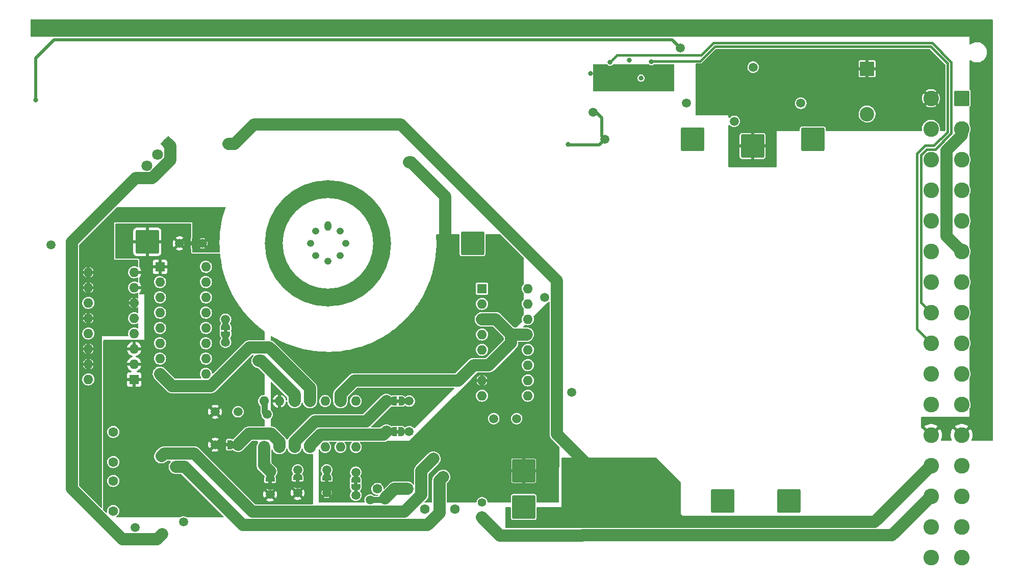
<source format=gbr>
G04 #@! TF.GenerationSoftware,KiCad,Pcbnew,(6.0.0)*
G04 #@! TF.CreationDate,2022-03-04T00:59:08+01:00*
G04 #@! TF.ProjectId,ADRmu,4144526d-752e-46b6-9963-61645f706362,0.4*
G04 #@! TF.SameCoordinates,Original*
G04 #@! TF.FileFunction,Copper,L4,Bot*
G04 #@! TF.FilePolarity,Positive*
%FSLAX46Y46*%
G04 Gerber Fmt 4.6, Leading zero omitted, Abs format (unit mm)*
G04 Created by KiCad (PCBNEW (6.0.0)) date 2022-03-04 00:59:08*
%MOMM*%
%LPD*%
G01*
G04 APERTURE LIST*
G04 Aperture macros list*
%AMRoundRect*
0 Rectangle with rounded corners*
0 $1 Rounding radius*
0 $2 $3 $4 $5 $6 $7 $8 $9 X,Y pos of 4 corners*
0 Add a 4 corners polygon primitive as box body*
4,1,4,$2,$3,$4,$5,$6,$7,$8,$9,$2,$3,0*
0 Add four circle primitives for the rounded corners*
1,1,$1+$1,$2,$3*
1,1,$1+$1,$4,$5*
1,1,$1+$1,$6,$7*
1,1,$1+$1,$8,$9*
0 Add four rect primitives between the rounded corners*
20,1,$1+$1,$2,$3,$4,$5,0*
20,1,$1+$1,$4,$5,$6,$7,0*
20,1,$1+$1,$6,$7,$8,$9,0*
20,1,$1+$1,$8,$9,$2,$3,0*%
%AMHorizOval*
0 Thick line with rounded ends*
0 $1 width*
0 $2 $3 position (X,Y) of the first rounded end (center of the circle)*
0 $4 $5 position (X,Y) of the second rounded end (center of the circle)*
0 Add line between two ends*
20,1,$1,$2,$3,$4,$5,0*
0 Add two circle primitives to create the rounded ends*
1,1,$1,$2,$3*
1,1,$1,$4,$5*%
%AMRotRect*
0 Rectangle, with rotation*
0 The origin of the aperture is its center*
0 $1 length*
0 $2 width*
0 $3 Rotation angle, in degrees counterclockwise*
0 Add horizontal line*
21,1,$1,$2,0,0,$3*%
%AMFreePoly0*
4,1,22,0.500000,-0.750000,0.000000,-0.750000,0.000000,-0.745033,-0.079941,-0.743568,-0.215256,-0.701293,-0.333266,-0.622738,-0.424486,-0.514219,-0.481581,-0.384460,-0.499164,-0.250000,-0.500000,-0.250000,-0.500000,0.250000,-0.499164,0.250000,-0.499963,0.256109,-0.478152,0.396186,-0.417904,0.524511,-0.324060,0.630769,-0.204165,0.706417,-0.067858,0.745374,0.000000,0.744959,0.000000,0.750000,
0.500000,0.750000,0.500000,-0.750000,0.500000,-0.750000,$1*%
%AMFreePoly1*
4,1,20,0.000000,0.744959,0.073905,0.744508,0.209726,0.703889,0.328688,0.626782,0.421226,0.519385,0.479903,0.390333,0.500000,0.250000,0.500000,-0.250000,0.499851,-0.262216,0.476331,-0.402017,0.414519,-0.529596,0.319384,-0.634700,0.198574,-0.708877,0.061801,-0.746166,0.000000,-0.745033,0.000000,-0.750000,-0.500000,-0.750000,-0.500000,0.750000,0.000000,0.750000,0.000000,0.744959,
0.000000,0.744959,$1*%
G04 Aperture macros list end*
G04 #@! TA.AperFunction,NonConductor*
%ADD10C,3.000000*%
G04 #@! TD*
G04 #@! TA.AperFunction,ComponentPad*
%ADD11C,1.600000*%
G04 #@! TD*
G04 #@! TA.AperFunction,ComponentPad*
%ADD12RoundRect,0.250002X1.699998X1.699998X-1.699998X1.699998X-1.699998X-1.699998X1.699998X-1.699998X0*%
G04 #@! TD*
G04 #@! TA.AperFunction,ComponentPad*
%ADD13RoundRect,0.250002X-1.699998X-1.699998X1.699998X-1.699998X1.699998X1.699998X-1.699998X1.699998X0*%
G04 #@! TD*
G04 #@! TA.AperFunction,ComponentPad*
%ADD14RoundRect,0.250000X-1.050000X1.050000X-1.050000X-1.050000X1.050000X-1.050000X1.050000X1.050000X0*%
G04 #@! TD*
G04 #@! TA.AperFunction,ComponentPad*
%ADD15C,2.600000*%
G04 #@! TD*
G04 #@! TA.AperFunction,ComponentPad*
%ADD16C,1.500000*%
G04 #@! TD*
G04 #@! TA.AperFunction,ComponentPad*
%ADD17C,1.400000*%
G04 #@! TD*
G04 #@! TA.AperFunction,ComponentPad*
%ADD18RotRect,1.800000X1.800000X225.000000*%
G04 #@! TD*
G04 #@! TA.AperFunction,ComponentPad*
%ADD19HorizOval,1.800000X0.000000X0.000000X0.000000X0.000000X0*%
G04 #@! TD*
G04 #@! TA.AperFunction,ComponentPad*
%ADD20R,1.600000X1.600000*%
G04 #@! TD*
G04 #@! TA.AperFunction,ComponentPad*
%ADD21O,1.600000X1.600000*%
G04 #@! TD*
G04 #@! TA.AperFunction,ComponentPad*
%ADD22R,2.400000X2.400000*%
G04 #@! TD*
G04 #@! TA.AperFunction,ComponentPad*
%ADD23C,2.400000*%
G04 #@! TD*
G04 #@! TA.AperFunction,ComponentPad*
%ADD24O,1.200000X1.600000*%
G04 #@! TD*
G04 #@! TA.AperFunction,ComponentPad*
%ADD25O,1.200000X1.200000*%
G04 #@! TD*
G04 #@! TA.AperFunction,SMDPad,CuDef*
%ADD26FreePoly0,90.000000*%
G04 #@! TD*
G04 #@! TA.AperFunction,SMDPad,CuDef*
%ADD27FreePoly1,90.000000*%
G04 #@! TD*
G04 #@! TA.AperFunction,SMDPad,CuDef*
%ADD28FreePoly0,270.000000*%
G04 #@! TD*
G04 #@! TA.AperFunction,SMDPad,CuDef*
%ADD29FreePoly1,270.000000*%
G04 #@! TD*
G04 #@! TA.AperFunction,SMDPad,CuDef*
%ADD30FreePoly0,180.000000*%
G04 #@! TD*
G04 #@! TA.AperFunction,SMDPad,CuDef*
%ADD31FreePoly1,180.000000*%
G04 #@! TD*
G04 #@! TA.AperFunction,SMDPad,CuDef*
%ADD32FreePoly0,0.000000*%
G04 #@! TD*
G04 #@! TA.AperFunction,SMDPad,CuDef*
%ADD33FreePoly1,0.000000*%
G04 #@! TD*
G04 #@! TA.AperFunction,ViaPad*
%ADD34C,1.500000*%
G04 #@! TD*
G04 #@! TA.AperFunction,ViaPad*
%ADD35C,0.800000*%
G04 #@! TD*
G04 #@! TA.AperFunction,ViaPad*
%ADD36C,0.600000*%
G04 #@! TD*
G04 #@! TA.AperFunction,Conductor*
%ADD37C,0.500000*%
G04 #@! TD*
G04 #@! TA.AperFunction,Conductor*
%ADD38C,2.000000*%
G04 #@! TD*
G04 #@! TA.AperFunction,Conductor*
%ADD39C,0.400000*%
G04 #@! TD*
G04 #@! TA.AperFunction,Conductor*
%ADD40C,1.000000*%
G04 #@! TD*
G04 APERTURE END LIST*
D10*
X128499624Y-87249000D02*
G75*
G03*
X128499624Y-87249000I-9000000J0D01*
G01*
G04 #@! TO.C,JP201*
G36*
X102799624Y-102004376D02*
G01*
X102199624Y-102004376D01*
X102199624Y-101504376D01*
X102799624Y-101504376D01*
X102799624Y-102004376D01*
G37*
G04 #@! TO.C,JP213*
G36*
X110190624Y-127200500D02*
G01*
X109590624Y-127200500D01*
X109590624Y-126700500D01*
X110190624Y-126700500D01*
X110190624Y-127200500D01*
G37*
G04 #@! TO.C,JP220*
G36*
X97024624Y-87549000D02*
G01*
X96524624Y-87549000D01*
X96524624Y-86949000D01*
X97024624Y-86949000D01*
X97024624Y-87549000D01*
G37*
G04 #@! TO.C,JP222*
G36*
X124414624Y-127327500D02*
G01*
X123814624Y-127327500D01*
X123814624Y-126827500D01*
X124414624Y-126827500D01*
X124414624Y-127327500D01*
G37*
G04 #@! TO.C,JP208*
G36*
X102906624Y-120968000D02*
G01*
X102406624Y-120968000D01*
X102406624Y-120368000D01*
X102906624Y-120368000D01*
X102906624Y-120968000D01*
G37*
G04 #@! TO.C,JP226*
G36*
X119588624Y-127009000D02*
G01*
X118988624Y-127009000D01*
X118988624Y-126509000D01*
X119588624Y-126509000D01*
X119588624Y-127009000D01*
G37*
G04 #@! TO.C,JP203*
G36*
X131329124Y-118809000D02*
G01*
X130829124Y-118809000D01*
X130829124Y-118209000D01*
X131329124Y-118209000D01*
X131329124Y-118809000D01*
G37*
G04 #@! TO.C,JP202*
G36*
X114762624Y-126946500D02*
G01*
X114162624Y-126946500D01*
X114162624Y-126446500D01*
X114762624Y-126446500D01*
X114762624Y-126946500D01*
G37*
G04 #@! TO.C,JP215*
G36*
X131344624Y-113729000D02*
G01*
X130844624Y-113729000D01*
X130844624Y-113129000D01*
X131344624Y-113129000D01*
X131344624Y-113729000D01*
G37*
G04 #@! TD*
D11*
G04 #@! TO.P,C206,1*
G04 #@! TO.N,/ref/U203_+in*
X132710624Y-128000000D03*
G04 #@! TO.P,C206,2*
G04 #@! TO.N,/ref/ADR_Pin7*
X127710624Y-128000000D03*
G04 #@! TD*
D12*
G04 #@! TO.P,J305,1,Pin_1*
G04 #@! TO.N,/DC-DC/xformer_B*
X196000000Y-130000000D03*
G04 #@! TD*
D13*
G04 #@! TO.P,J301,1,Pin_1*
G04 #@! TO.N,/DC-DC/U302_cola*
X200000000Y-70000000D03*
G04 #@! TD*
D14*
G04 #@! TO.P,J101,a2,Pin_a2*
G04 #@! TO.N,+12V*
X224700000Y-63170000D03*
D15*
G04 #@! TO.P,J101,a4,Pin_a4*
G04 #@! TO.N,GND*
X224700000Y-68250000D03*
G04 #@! TO.P,J101,a6,Pin_a6*
G04 #@! TO.N,unconnected-(J101-Pada6)*
X224700000Y-73330000D03*
G04 #@! TO.P,J101,a8,Pin_a8*
G04 #@! TO.N,unconnected-(J101-Pada8)*
X224700000Y-78410000D03*
G04 #@! TO.P,J101,a10,Pin_a10*
G04 #@! TO.N,/DC-DC/sync*
X224700000Y-83490000D03*
G04 #@! TO.P,J101,a12,Pin_a12*
G04 #@! TO.N,GND*
X224700000Y-88570000D03*
G04 #@! TO.P,J101,a14,Pin_a14*
G04 #@! TO.N,unconnected-(J101-Pada14)*
X224700000Y-93650000D03*
G04 #@! TO.P,J101,a16,Pin_a16*
G04 #@! TO.N,/DC-DC/SCL*
X224700000Y-98730000D03*
G04 #@! TO.P,J101,a18,Pin_a18*
G04 #@! TO.N,/DC-DC/SDA*
X224700000Y-103810000D03*
G04 #@! TO.P,J101,a20,Pin_a20*
G04 #@! TO.N,unconnected-(J101-Pada20)*
X224700000Y-108890000D03*
G04 #@! TO.P,J101,a22,Pin_a22*
G04 #@! TO.N,unconnected-(J101-Pada22)*
X224700000Y-113970000D03*
G04 #@! TO.P,J101,a24,Pin_a24*
G04 #@! TO.N,Earth*
X224700000Y-119050000D03*
G04 #@! TO.P,J101,a26,Pin_a26*
G04 #@! TO.N,GNDA*
X224700000Y-124130000D03*
G04 #@! TO.P,J101,a28,Pin_a28*
G04 #@! TO.N,/ref/ADR_Pin7*
X224700000Y-129210000D03*
G04 #@! TO.P,J101,a30,Pin_a30*
G04 #@! TO.N,/ref/10Vsense*
X224700000Y-134290000D03*
G04 #@! TO.P,J101,a32,Pin_a32*
G04 #@! TO.N,/ref/10Vforce*
X224700000Y-139370000D03*
G04 #@! TO.P,J101,c2,Pin_c2*
G04 #@! TO.N,+12V*
X219620000Y-63170000D03*
G04 #@! TO.P,J101,c4,Pin_c4*
G04 #@! TO.N,GND*
X219620000Y-68250000D03*
G04 #@! TO.P,J101,c6,Pin_c6*
G04 #@! TO.N,unconnected-(J101-Padc6)*
X219620000Y-73330000D03*
G04 #@! TO.P,J101,c8,Pin_c8*
G04 #@! TO.N,unconnected-(J101-Padc8)*
X219620000Y-78410000D03*
G04 #@! TO.P,J101,c10,Pin_c10*
G04 #@! TO.N,/DC-DC/sync*
X219620000Y-83490000D03*
G04 #@! TO.P,J101,c12,Pin_c12*
G04 #@! TO.N,GND*
X219620000Y-88570000D03*
G04 #@! TO.P,J101,c14,Pin_c14*
G04 #@! TO.N,unconnected-(J101-Padc14)*
X219620000Y-93650000D03*
G04 #@! TO.P,J101,c16,Pin_c16*
G04 #@! TO.N,/DC-DC/SCL*
X219620000Y-98730000D03*
G04 #@! TO.P,J101,c18,Pin_c18*
G04 #@! TO.N,/DC-DC/SDA*
X219620000Y-103810000D03*
G04 #@! TO.P,J101,c20,Pin_c20*
G04 #@! TO.N,unconnected-(J101-Padc20)*
X219620000Y-108890000D03*
G04 #@! TO.P,J101,c22,Pin_c22*
G04 #@! TO.N,unconnected-(J101-Padc22)*
X219620000Y-113970000D03*
G04 #@! TO.P,J101,c24,Pin_c24*
G04 #@! TO.N,Earth*
X219620000Y-119050000D03*
G04 #@! TO.P,J101,c26,Pin_c26*
G04 #@! TO.N,GNDA*
X219620000Y-124130000D03*
G04 #@! TO.P,J101,c28,Pin_c28*
G04 #@! TO.N,/ref/ADR_Pin7*
X219620000Y-129210000D03*
G04 #@! TO.P,J101,c30,Pin_c30*
G04 #@! TO.N,/ref/10Vsense*
X219620000Y-134290000D03*
G04 #@! TO.P,J101,c32,Pin_c32*
G04 #@! TO.N,/ref/10Vforce*
X219620000Y-139370000D03*
G04 #@! TD*
D16*
G04 #@! TO.P,R213,1*
G04 #@! TO.N,/ref/RN203_Pin3*
X129194624Y-113429000D03*
G04 #@! TO.P,R213,2*
G04 #@! TO.N,/ref/ADR_Pin7*
X132994624Y-113429000D03*
G04 #@! TD*
G04 #@! TO.P,R223,1*
G04 #@! TO.N,/ref/RN203_Pin7*
X124114624Y-125240000D03*
G04 #@! TO.P,R223,2*
G04 #@! TO.N,/ref/ADR_Pin7*
X124114624Y-129040000D03*
G04 #@! TD*
G04 #@! TO.P,R217,1*
G04 #@! TO.N,/ref/ADR_Pin5*
X104556624Y-115207000D03*
G04 #@! TO.P,R217,2*
G04 #@! TO.N,/ref/7Vref*
X100756624Y-115207000D03*
G04 #@! TD*
D11*
G04 #@! TO.P,C208,1*
G04 #@! TO.N,/ref/U203_out*
X140584624Y-131336000D03*
G04 #@! TO.P,C208,2*
G04 #@! TO.N,/ref/U203_-in*
X135584624Y-131336000D03*
G04 #@! TD*
D13*
G04 #@! TO.P,J105,1,Pin_1*
G04 #@! TO.N,/ref/ADR_Pin7*
X143499624Y-87249000D03*
G04 #@! TD*
D16*
G04 #@! TO.P,R208,1*
G04 #@! TO.N,/ref/RN203_Pin5*
X114462624Y-124859000D03*
G04 #@! TO.P,R208,2*
G04 #@! TO.N,/ref/7Vref*
X114462624Y-128659000D03*
G04 #@! TD*
G04 #@! TO.P,R214,1*
G04 #@! TO.N,/ref/RN203_Pin1*
X109890624Y-125113000D03*
G04 #@! TO.P,R214,2*
G04 #@! TO.N,/ref/7Vref*
X109890624Y-128913000D03*
G04 #@! TD*
D17*
G04 #@! TO.P,C209,1*
G04 #@! TO.N,/ref/ADR_Pin7*
X145069624Y-132750000D03*
G04 #@! TO.P,C209,2*
G04 #@! TO.N,/ref/10Vforce*
X145069624Y-130250000D03*
G04 #@! TD*
D18*
G04 #@! TO.P,Q201,1,E*
G04 #@! TO.N,/ref/heater+*
X93000000Y-70754376D03*
D19*
G04 #@! TO.P,Q201,2,C*
G04 #@! TO.N,/DC-DC/12Vf*
X91203949Y-72550427D03*
G04 #@! TO.P,Q201,3,B*
G04 #@! TO.N,/ref/Q201_base*
X89407898Y-74346478D03*
G04 #@! TD*
D16*
G04 #@! TO.P,R201,1*
G04 #@! TO.N,/ref/ADR_Pin7*
X102499624Y-103654376D03*
G04 #@! TO.P,R201,2*
G04 #@! TO.N,/ref/RN201_Pin15*
X102499624Y-99854376D03*
G04 #@! TD*
D20*
G04 #@! TO.P,RN201,1,R1.1*
G04 #@! TO.N,/ref/7Vref*
X91614812Y-91134376D03*
D21*
G04 #@! TO.P,RN201,2,R2.1*
G04 #@! TO.N,/ref/ADR_Pin6*
X91614812Y-93674376D03*
G04 #@! TO.P,RN201,3,R3.1*
G04 #@! TO.N,/ref/RN201_Pin5*
X91614812Y-96214376D03*
G04 #@! TO.P,RN201,4,R4.1*
G04 #@! TO.N,/ref/ADR_Pin6*
X91614812Y-98754376D03*
G04 #@! TO.P,RN201,5,R5.1*
G04 #@! TO.N,/ref/RN201_Pin5*
X91614812Y-101294376D03*
G04 #@! TO.P,RN201,6,R6.1*
G04 #@! TO.N,/ref/ADR_Pin6*
X91614812Y-103834376D03*
G04 #@! TO.P,RN201,7,R7.1*
X91614812Y-106374376D03*
G04 #@! TO.P,RN201,8,R8.1*
X91614812Y-108914376D03*
G04 #@! TO.P,RN201,9,R8.2*
G04 #@! TO.N,/ref/ADR_Pin7*
X99234812Y-108914376D03*
G04 #@! TO.P,RN201,10,R7.2*
G04 #@! TO.N,/ref/RN201_Pin10*
X99234812Y-106374376D03*
G04 #@! TO.P,RN201,11,R6.2*
G04 #@! TO.N,/ref/ADR_Pin7*
X99234812Y-103834376D03*
G04 #@! TO.P,RN201,12,R5.2*
G04 #@! TO.N,/ref/RN201_Pin10*
X99234812Y-101294376D03*
G04 #@! TO.P,RN201,13,R4.2*
G04 #@! TO.N,/ref/ADR_Pin7*
X99234812Y-98754376D03*
G04 #@! TO.P,RN201,14,R3.2*
G04 #@! TO.N,/ref/RN201_Pin14*
X99234812Y-96214376D03*
G04 #@! TO.P,RN201,15,R2.2*
G04 #@! TO.N,/ref/RN201_Pin15*
X99234812Y-93674376D03*
G04 #@! TO.P,RN201,16,R1.2*
G04 #@! TO.N,/ref/RN201_Pin14*
X99234812Y-91134376D03*
G04 #@! TD*
D22*
G04 #@! TO.P,C303,1*
G04 #@! TO.N,+12V*
X209000000Y-58287246D03*
D23*
G04 #@! TO.P,C303,2*
G04 #@! TO.N,GND*
X209000000Y-65787246D03*
G04 #@! TD*
D16*
G04 #@! TO.P,R226,1*
G04 #@! TO.N,/ref/RN203_Pin6*
X119288624Y-124859000D03*
G04 #@! TO.P,R226,2*
G04 #@! TO.N,/ref/10Vsense*
X119288624Y-128659000D03*
G04 #@! TD*
D13*
G04 #@! TO.P,J104,1,Pin_1*
G04 #@! TO.N,/ref/7Vref*
X89500000Y-87004376D03*
G04 #@! TD*
D16*
G04 #@! TO.P,R218,1*
G04 #@! TO.N,/ref/JP221_Pin2*
X147030624Y-116343000D03*
G04 #@! TO.P,R218,2*
G04 #@! TO.N,/ref/RN202_Pin16*
X150830624Y-116343000D03*
G04 #@! TD*
D13*
G04 #@! TO.P,J102,1,Pin_1*
G04 #@! TO.N,/ref/10Vforce*
X152000000Y-131000000D03*
G04 #@! TD*
G04 #@! TO.P,J103,1,Pin_1*
G04 #@! TO.N,/ref/10Vsense*
X152000000Y-125000000D03*
G04 #@! TD*
D24*
G04 #@! TO.P,U201,1,HTR+*
G04 #@! TO.N,/ref/heater+*
X119499624Y-84334000D03*
D25*
G04 #@! TO.P,U201,2,HTR-*
G04 #@! TO.N,/ref/heater-*
X117434872Y-85189248D03*
G04 #@! TO.P,U201,3,VREF*
G04 #@! TO.N,/ref/ADR_Pin3*
X116579624Y-87254000D03*
G04 #@! TO.P,U201,4,IZSET*
G04 #@! TO.N,/ref/ADR_Pin4*
X117434872Y-89318752D03*
G04 #@! TO.P,U201,5,CQ1*
G04 #@! TO.N,/ref/ADR_Pin5*
X119499624Y-90174000D03*
G04 #@! TO.P,U201,6,BQ2*
G04 #@! TO.N,/ref/ADR_Pin6*
X121564376Y-89318752D03*
G04 #@! TO.P,U201,7,GND*
G04 #@! TO.N,/ref/ADR_Pin7*
X122419624Y-87254000D03*
G04 #@! TO.P,U201,8,CQ2*
G04 #@! TO.N,/ref/ADR_Pin8*
X121564376Y-85189248D03*
G04 #@! TD*
D13*
G04 #@! TO.P,J302,1,Pin_1*
G04 #@! TO.N,+12V*
X190000000Y-71100000D03*
G04 #@! TD*
D11*
G04 #@! TO.P,C205,1*
G04 #@! TO.N,/ref/U202A_out*
X83855624Y-123549000D03*
G04 #@! TO.P,C205,2*
G04 #@! TO.N,/ref/ADR_Pin4*
X83855624Y-118549000D03*
G04 #@! TD*
D16*
G04 #@! TO.P,R221,1*
G04 #@! TO.N,/ref/ADR_Pin3*
X98674624Y-87249000D03*
G04 #@! TO.P,R221,2*
G04 #@! TO.N,/ref/7Vref*
X94874624Y-87249000D03*
G04 #@! TD*
D20*
G04 #@! TO.P,RN204,1,R1.1*
G04 #@! TO.N,/ref/7Vref*
X87332263Y-109834376D03*
D21*
G04 #@! TO.P,RN204,2,R2.1*
X87332263Y-107294376D03*
G04 #@! TO.P,RN204,3,R3.1*
X87332263Y-104754376D03*
G04 #@! TO.P,RN204,4,R4.1*
G04 #@! TO.N,/ref/ADR_Pin4*
X87332263Y-102214376D03*
G04 #@! TO.P,RN204,5,R5.1*
G04 #@! TO.N,/ref/RN204_Pin5*
X87332263Y-99674376D03*
G04 #@! TO.P,RN204,6,R6.1*
G04 #@! TO.N,/ref/ADR_Pin3*
X87332263Y-97134376D03*
G04 #@! TO.P,RN204,7,R7.1*
G04 #@! TO.N,/ref/7Vref*
X87332263Y-94594376D03*
G04 #@! TO.P,RN204,8,R8.1*
X87332263Y-92054376D03*
G04 #@! TO.P,RN204,9,R8.2*
G04 #@! TO.N,/ref/ADR_Pin3*
X79712263Y-92054376D03*
G04 #@! TO.P,RN204,10,R7.2*
X79712263Y-94594376D03*
G04 #@! TO.P,RN204,11,R6.2*
G04 #@! TO.N,/ref/RN204_Pin11*
X79712263Y-97134376D03*
G04 #@! TO.P,RN204,12,R5.2*
G04 #@! TO.N,/ref/ADR_Pin3*
X79712263Y-99674376D03*
G04 #@! TO.P,RN204,13,R4.2*
G04 #@! TO.N,/ref/ADR_Pin7*
X79712263Y-102214376D03*
G04 #@! TO.P,RN204,14,R3.2*
G04 #@! TO.N,/ref/ADR_Pin3*
X79712263Y-104754376D03*
G04 #@! TO.P,RN204,15,R2.2*
X79712263Y-107294376D03*
G04 #@! TO.P,RN204,16,R1.2*
G04 #@! TO.N,/ref/RN204_Pin16*
X79712263Y-109834376D03*
G04 #@! TD*
D20*
G04 #@! TO.P,RN203,1,R1.1*
G04 #@! TO.N,/ref/RN203_Pin1*
X108874624Y-121049000D03*
D21*
G04 #@! TO.P,RN203,2,R2.1*
G04 #@! TO.N,/ref/RN203_Pin2*
X111414624Y-121049000D03*
G04 #@! TO.P,RN203,3,R3.1*
G04 #@! TO.N,/ref/RN203_Pin3*
X113954624Y-121049000D03*
G04 #@! TO.P,RN203,4,R4.1*
G04 #@! TO.N,/ref/RN203_Pin4*
X116494624Y-121049000D03*
G04 #@! TO.P,RN203,5,R5.1*
G04 #@! TO.N,/ref/RN203_Pin5*
X119034624Y-121049000D03*
G04 #@! TO.P,RN203,6,R6.1*
G04 #@! TO.N,/ref/RN203_Pin6*
X121574624Y-121049000D03*
G04 #@! TO.P,RN203,7,R7.1*
G04 #@! TO.N,/ref/RN203_Pin7*
X124114624Y-121049000D03*
G04 #@! TO.P,RN203,8*
G04 #@! TO.N,N/C*
X124114624Y-113429000D03*
G04 #@! TO.P,RN203,9,R7.2*
G04 #@! TO.N,/ref/U203_-in*
X121574624Y-113429000D03*
G04 #@! TO.P,RN203,10*
G04 #@! TO.N,N/C*
X119034624Y-113429000D03*
G04 #@! TO.P,RN203,11,R5.2*
G04 #@! TO.N,/ref/ADR_Pin6*
X116494624Y-113429000D03*
G04 #@! TO.P,RN203,12,R3.2*
G04 #@! TO.N,/ref/ADR_Pin4*
X113954624Y-113429000D03*
G04 #@! TO.P,RN203,13,R2.2*
G04 #@! TO.N,/ref/ADR_Pin8*
X111414624Y-113429000D03*
G04 #@! TO.P,RN203,14,R1.2*
G04 #@! TO.N,/ref/ADR_Pin5*
X108874624Y-113429000D03*
G04 #@! TD*
D12*
G04 #@! TO.P,J304,1,Pin_1*
G04 #@! TO.N,/DC-DC/xformer_A*
X185000000Y-130000000D03*
G04 #@! TD*
D16*
G04 #@! TO.P,R211,1*
G04 #@! TO.N,/ref/RN203_Pin2*
X104556624Y-120668000D03*
G04 #@! TO.P,R211,2*
G04 #@! TO.N,/ref/7Vref*
X100756624Y-120668000D03*
G04 #@! TD*
G04 #@! TO.P,R207,1*
G04 #@! TO.N,/ref/RN203_Pin4*
X129194624Y-118509000D03*
G04 #@! TO.P,R207,2*
G04 #@! TO.N,/ref/ADR_Pin7*
X132994624Y-118509000D03*
G04 #@! TD*
D20*
G04 #@! TO.P,RN202,1,R1.1*
G04 #@! TO.N,/ref/RN202_Pin1*
X145069624Y-94760000D03*
D21*
G04 #@! TO.P,RN202,2,R2.1*
G04 #@! TO.N,/ref/RN202_Pin2*
X145069624Y-97300000D03*
G04 #@! TO.P,RN202,3,R3.1*
G04 #@! TO.N,/ref/U203_-in*
X145069624Y-99840000D03*
G04 #@! TO.P,RN202,4,R4.1*
G04 #@! TO.N,/ref/RN202_Pin5*
X145069624Y-102380000D03*
G04 #@! TO.P,RN202,5,R5.1*
X145069624Y-104920000D03*
G04 #@! TO.P,RN202,6,R6.1*
G04 #@! TO.N,/ref/U203_-in*
X145069624Y-107460000D03*
G04 #@! TO.P,RN202,7,R7.1*
G04 #@! TO.N,/ref/10Vsense*
X145069624Y-110000000D03*
G04 #@! TO.P,RN202,8,R8.1*
G04 #@! TO.N,/ref/RN202_Pin8*
X145069624Y-112540000D03*
G04 #@! TO.P,RN202,9,R8.2*
G04 #@! TO.N,/ref/RN202_Pin16*
X152689624Y-112540000D03*
G04 #@! TO.P,RN202,10,R7.2*
G04 #@! TO.N,/ref/RN202_Pin14*
X152689624Y-110000000D03*
G04 #@! TO.P,RN202,11,R6.2*
X152689624Y-107460000D03*
G04 #@! TO.P,RN202,12,R5.2*
G04 #@! TO.N,/ref/ADR_Pin7*
X152689624Y-104920000D03*
G04 #@! TO.P,RN202,13,R4.2*
G04 #@! TO.N,/ref/U203_-in*
X152689624Y-102380000D03*
G04 #@! TO.P,RN202,14,R3.2*
G04 #@! TO.N,/ref/RN202_Pin14*
X152689624Y-99840000D03*
G04 #@! TO.P,RN202,15,R2.2*
X152689624Y-97300000D03*
G04 #@! TO.P,RN202,16,R1.2*
G04 #@! TO.N,/ref/RN202_Pin16*
X152689624Y-94760000D03*
G04 #@! TD*
D11*
G04 #@! TO.P,C204,1*
G04 #@! TO.N,/ref/ADR_Pin7*
X83855624Y-131677000D03*
G04 #@! TO.P,C204,2*
G04 #@! TO.N,/ref/ADR_Pin5*
X83855624Y-126677000D03*
G04 #@! TD*
D13*
G04 #@! TO.P,J303,1,Pin_1*
G04 #@! TO.N,/DC-DC/U302_colb*
X180000000Y-70000000D03*
G04 #@! TD*
D26*
G04 #@! TO.P,JP201,1,A*
G04 #@! TO.N,/ref/ADR_Pin7*
X102499624Y-102404376D03*
D27*
G04 #@! TO.P,JP201,2,B*
G04 #@! TO.N,/ref/RN201_Pin15*
X102499624Y-101104376D03*
G04 #@! TD*
D28*
G04 #@! TO.P,JP213,1,A*
G04 #@! TO.N,/ref/RN203_Pin1*
X109890624Y-126300500D03*
D29*
G04 #@! TO.P,JP213,2,B*
G04 #@! TO.N,/ref/7Vref*
X109890624Y-127600500D03*
G04 #@! TD*
D30*
G04 #@! TO.P,JP220,1,A*
G04 #@! TO.N,/ref/ADR_Pin3*
X97424624Y-87249000D03*
D31*
G04 #@! TO.P,JP220,2,B*
G04 #@! TO.N,/ref/7Vref*
X96124624Y-87249000D03*
G04 #@! TD*
D28*
G04 #@! TO.P,JP222,1,A*
G04 #@! TO.N,/ref/RN203_Pin7*
X124114624Y-126427500D03*
D29*
G04 #@! TO.P,JP222,2,B*
G04 #@! TO.N,/ref/ADR_Pin7*
X124114624Y-127727500D03*
G04 #@! TD*
D30*
G04 #@! TO.P,JP208,1,A*
G04 #@! TO.N,/ref/RN203_Pin2*
X103306624Y-120668000D03*
D31*
G04 #@! TO.P,JP208,2,B*
G04 #@! TO.N,/ref/7Vref*
X102006624Y-120668000D03*
G04 #@! TD*
D28*
G04 #@! TO.P,JP226,1,A*
G04 #@! TO.N,/ref/RN203_Pin6*
X119288624Y-126109000D03*
D29*
G04 #@! TO.P,JP226,2,B*
G04 #@! TO.N,/ref/10Vsense*
X119288624Y-127409000D03*
G04 #@! TD*
D32*
G04 #@! TO.P,JP203,1,A*
G04 #@! TO.N,/ref/RN203_Pin4*
X130429124Y-118509000D03*
D33*
G04 #@! TO.P,JP203,2,B*
G04 #@! TO.N,/ref/ADR_Pin7*
X131729124Y-118509000D03*
G04 #@! TD*
D28*
G04 #@! TO.P,JP202,1,A*
G04 #@! TO.N,/ref/RN203_Pin5*
X114462624Y-126046500D03*
D29*
G04 #@! TO.P,JP202,2,B*
G04 #@! TO.N,/ref/7Vref*
X114462624Y-127346500D03*
G04 #@! TD*
D32*
G04 #@! TO.P,JP215,1,A*
G04 #@! TO.N,/ref/RN203_Pin3*
X130444624Y-113429000D03*
D33*
G04 #@! TO.P,JP215,2,B*
G04 #@! TO.N,/ref/ADR_Pin7*
X131744624Y-113429000D03*
G04 #@! TD*
D34*
G04 #@! TO.N,+12V*
X193054000Y-67000000D03*
X183000000Y-63000000D03*
G04 #@! TO.N,GND*
X163500000Y-65500000D03*
X198000000Y-64000000D03*
D35*
X159399020Y-70795492D03*
D34*
X190100000Y-58000000D03*
X165500000Y-70000000D03*
D35*
X171474200Y-59835200D03*
X169493000Y-56885100D03*
D34*
X179000000Y-64000000D03*
X178000000Y-54850500D03*
X186958000Y-67000000D03*
D35*
X71000000Y-63500000D03*
G04 #@! TO.N,+3V3*
X164095965Y-60995401D03*
X163137704Y-59096575D03*
D34*
X175163700Y-59500000D03*
D35*
X172864700Y-60000000D03*
X166442563Y-61352349D03*
G04 #@! TO.N,/DC-DC/SCL*
X166343400Y-57193600D03*
G04 #@! TO.N,/DC-DC/SDA*
X173201400Y-57092000D03*
D34*
G04 #@! TO.N,/ref/ADR_Pin8*
X132948624Y-73805000D03*
G04 #@! TO.N,/ref/ADR_Pin7*
X95500000Y-133500000D03*
G04 #@! TO.N,/ref/ADR_Pin5*
X109413159Y-115654306D03*
G04 #@! TO.N,/ref/ADR_Pin4*
X108000000Y-106754376D03*
G04 #@! TO.N,/DC-DC/12Vf*
X94269624Y-124351000D03*
X155500000Y-96250000D03*
X138606644Y-126000000D03*
G04 #@! TO.N,/ref/heater+*
X92000000Y-135500000D03*
G04 #@! TO.N,/ref/U203_+in*
X126500000Y-129850980D03*
G04 #@! TO.N,/DC-DC/status_LED*
X73500000Y-87500000D03*
X160000000Y-112000000D03*
G04 #@! TO.N,/ref/Q201_base*
X87500000Y-134404387D03*
G04 #@! TO.N,/ref/7Vref*
X107477624Y-127272000D03*
D35*
G04 #@! TO.N,Earth*
X168250000Y-51750000D03*
X189750000Y-51750000D03*
X179000000Y-51750000D03*
X136000000Y-51750000D03*
X82250000Y-51750000D03*
X222000000Y-51750000D03*
X157500000Y-51750000D03*
X93000000Y-51750000D03*
X146750000Y-51750000D03*
X103750000Y-51750000D03*
X114500000Y-51750000D03*
X71500000Y-51750000D03*
X211250000Y-51750000D03*
X200500000Y-51750000D03*
X125250000Y-51750000D03*
D36*
G04 #@! TO.N,GNDA*
X167555000Y-126952000D03*
D34*
X103000000Y-70754376D03*
X163000000Y-126000000D03*
X163170313Y-131687157D03*
X91856624Y-122573000D03*
X137000000Y-123000000D03*
D36*
X169379500Y-130620500D03*
D34*
X176250000Y-132000000D03*
D36*
X171365000Y-126952000D03*
G04 #@! TD*
D37*
G04 #@! TO.N,GND*
X176649500Y-53500000D02*
X178000000Y-54850500D01*
D38*
X224700000Y-69300000D02*
X224700000Y-68250000D01*
D37*
X74000000Y-53500000D02*
X176649500Y-53500000D01*
X165000000Y-69500000D02*
X165000000Y-66461800D01*
D38*
X222200489Y-86070489D02*
X222200489Y-71799511D01*
D37*
X71000000Y-63500000D02*
X71000000Y-56500000D01*
D38*
X222200489Y-71799511D02*
X224700000Y-69300000D01*
D37*
X164038200Y-65500000D02*
X163500000Y-65500000D01*
X165500000Y-70000000D02*
X165000000Y-69500000D01*
D38*
X224700000Y-88570000D02*
X222200489Y-86070489D01*
D37*
X164576000Y-70924000D02*
X159527528Y-70924000D01*
X159527528Y-70924000D02*
X159399020Y-70795492D01*
X165000000Y-66461800D02*
X164038200Y-65500000D01*
X71000000Y-56500000D02*
X74000000Y-53500000D01*
X165500000Y-70000000D02*
X164576000Y-70924000D01*
D39*
G04 #@! TO.N,/DC-DC/SCL*
X167537000Y-56000000D02*
X181469281Y-56000000D01*
X218916038Y-71630489D02*
X217920489Y-72626038D01*
X183469281Y-54000000D02*
X219847850Y-54000000D01*
X220369511Y-71630489D02*
X218916038Y-71630489D01*
X217920489Y-97030489D02*
X219620000Y-98730000D01*
X223000000Y-69000000D02*
X220369511Y-71630489D01*
X223000000Y-57152150D02*
X223000000Y-69000000D01*
X219847850Y-54000000D02*
X223000000Y-57152150D01*
X181469281Y-56000000D02*
X183469281Y-54000000D01*
X166343400Y-57193600D02*
X167537000Y-56000000D01*
X217920489Y-72626038D02*
X217920489Y-97030489D01*
G04 #@! TO.N,/DC-DC/SDA*
X218667709Y-71030969D02*
X217320969Y-72377709D01*
X217320969Y-101510969D02*
X219620000Y-103810000D01*
X219599520Y-54599520D02*
X222400480Y-57400480D01*
X222400480Y-57400480D02*
X222400480Y-68751670D01*
X173201400Y-57092000D02*
X173293400Y-57000000D01*
X220121181Y-71030969D02*
X218667709Y-71030969D01*
X217320969Y-72377709D02*
X217320969Y-101510969D01*
X173293400Y-57000000D02*
X181317130Y-57000000D01*
X183717610Y-54599520D02*
X219599520Y-54599520D01*
X181317130Y-57000000D02*
X183717610Y-54599520D01*
X222400480Y-68751670D02*
X220121181Y-71030969D01*
D40*
G04 #@! TO.N,/ref/10Vsense*
X119288624Y-128659000D02*
X119288624Y-127409000D01*
D38*
G04 #@! TO.N,/ref/ADR_Pin8*
X133305000Y-73805000D02*
X138973624Y-79473624D01*
X138973624Y-79473624D02*
X138973624Y-87000000D01*
X132948624Y-73805000D02*
X133305000Y-73805000D01*
G04 #@! TO.N,/ref/ADR_Pin6*
X109800480Y-104554856D02*
X116494624Y-111249000D01*
X106422069Y-104554856D02*
X109800480Y-104554856D01*
X93614323Y-110913887D02*
X100063038Y-110913887D01*
X116494624Y-111249000D02*
X116494624Y-113429000D01*
X91614812Y-108914376D02*
X93614323Y-110913887D01*
X100063038Y-110913887D02*
X106422069Y-104554856D01*
D37*
G04 #@! TO.N,/ref/ADR_Pin7*
X124114624Y-129040000D02*
X124114624Y-127727500D01*
X132994624Y-113429000D02*
X131744624Y-113429000D01*
D38*
X161685896Y-135733144D02*
X148052768Y-135733144D01*
X148052768Y-135733144D02*
X145069624Y-132750000D01*
X161709520Y-135709520D02*
X161685896Y-135733144D01*
D37*
X132994624Y-118509000D02*
X131729124Y-118509000D01*
D40*
X102499624Y-103654376D02*
X102499624Y-102404376D01*
D38*
X219620000Y-129210000D02*
X213120480Y-135709520D01*
X213120480Y-135709520D02*
X161709520Y-135709520D01*
D40*
G04 #@! TO.N,/ref/ADR_Pin5*
X109413159Y-115654306D02*
X109001624Y-115242771D01*
X109001624Y-115242771D02*
X109001624Y-113556000D01*
D38*
G04 #@! TO.N,/ref/ADR_Pin4*
X108000000Y-106754376D02*
X108380000Y-106754376D01*
X108380000Y-106754376D02*
X113954624Y-112329000D01*
X113954624Y-112329000D02*
X113954624Y-113429000D01*
D37*
G04 #@! TO.N,/ref/ADR_Pin3*
X98674624Y-87249000D02*
X97424624Y-87249000D01*
D38*
G04 #@! TO.N,/DC-DC/12Vf*
X138606644Y-126000000D02*
X138000000Y-126606644D01*
X105315671Y-134000000D02*
X95666671Y-124351000D01*
X95666671Y-124351000D02*
X94269624Y-124351000D01*
X138000000Y-132000000D02*
X136000000Y-134000000D01*
X136000000Y-134000000D02*
X105315671Y-134000000D01*
X138000000Y-126606644D02*
X138000000Y-132000000D01*
G04 #@! TO.N,/ref/heater+*
X87554011Y-76445989D02*
X90277545Y-76445989D01*
X85353887Y-136353887D02*
X77000000Y-128000000D01*
X93303460Y-73420074D02*
X93303460Y-71057836D01*
X77000000Y-87000000D02*
X87554011Y-76445989D01*
X91146113Y-136353887D02*
X85353887Y-136353887D01*
X92000000Y-135500000D02*
X91146113Y-136353887D01*
X93303460Y-71057836D02*
X93000000Y-70754376D01*
X90277545Y-76445989D02*
X93303460Y-73420074D01*
X77000000Y-128000000D02*
X77000000Y-87000000D01*
D40*
G04 #@! TO.N,/ref/U203_+in*
X126500000Y-129850980D02*
X128687381Y-129850980D01*
D38*
X132710624Y-128000000D02*
X130538361Y-128000000D01*
X130538361Y-128000000D02*
X128937401Y-129600960D01*
D40*
X128687381Y-129850980D02*
X128937401Y-129600960D01*
D38*
G04 #@! TO.N,/ref/U203_-in*
X147355624Y-99840000D02*
X149895624Y-102380000D01*
X143690058Y-107460000D02*
X145069624Y-107460000D01*
X141150058Y-110000000D02*
X143690058Y-107460000D01*
X121574624Y-112286000D02*
X123860624Y-110000000D01*
X123860624Y-110000000D02*
X141150058Y-110000000D01*
X149895624Y-103765370D02*
X149895624Y-102380000D01*
X146200994Y-107460000D02*
X149895624Y-103765370D01*
X145069624Y-107460000D02*
X146200994Y-107460000D01*
X121574624Y-113429000D02*
X121574624Y-112286000D01*
X145069624Y-99840000D02*
X147355624Y-99840000D01*
X149895624Y-102380000D02*
X152489615Y-102380000D01*
G04 #@! TO.N,/ref/RN203_Pin4*
X116494624Y-121049000D02*
X116494624Y-120761263D01*
X128703624Y-119000000D02*
X129194624Y-118509000D01*
X118255887Y-119000000D02*
X128703624Y-119000000D01*
X116494624Y-120761263D02*
X118255887Y-119000000D01*
D37*
X129194624Y-118509000D02*
X130429124Y-118509000D01*
D40*
G04 #@! TO.N,/ref/RN201_Pin15*
X102499624Y-99854376D02*
X102499624Y-101104376D01*
D38*
G04 #@! TO.N,/ref/RN203_Pin2*
X111414624Y-120160000D02*
X111414624Y-121049000D01*
X106375144Y-118849480D02*
X110104104Y-118849480D01*
D40*
X103306624Y-120668000D02*
X104556624Y-120668000D01*
D38*
X110104104Y-118849480D02*
X111414624Y-120160000D01*
X104556624Y-120668000D02*
X106375144Y-118849480D01*
G04 #@! TO.N,/ref/RN203_Pin1*
X108874624Y-124097000D02*
X108874624Y-121049000D01*
X109890624Y-125113000D02*
X108874624Y-124097000D01*
G04 #@! TO.N,/ref/RN203_Pin3*
X125823144Y-116800480D02*
X129194624Y-113429000D01*
X113954624Y-120190672D02*
X117344816Y-116800480D01*
X117344816Y-116800480D02*
X125823144Y-116800480D01*
D37*
X129194624Y-113429000D02*
X130444624Y-113429000D01*
D38*
X113954624Y-121049000D02*
X113954624Y-120190672D01*
D40*
G04 #@! TO.N,/ref/RN203_Pin6*
X119288624Y-124859000D02*
X119288624Y-126109000D01*
D38*
G04 #@! TO.N,GNDA*
X162000000Y-123418750D02*
X157500000Y-118918750D01*
X176250000Y-132000000D02*
X176500000Y-132000000D01*
X210240000Y-133510000D02*
X219620000Y-124130000D01*
X176500000Y-132000000D02*
X178010000Y-133510000D01*
X178010000Y-133510000D02*
X210240000Y-133510000D01*
X131592592Y-67504376D02*
X157500000Y-93411784D01*
X135000000Y-125000000D02*
X135000000Y-129000000D01*
X104000000Y-70754376D02*
X107250000Y-67504376D01*
X106988697Y-131800480D02*
X97339697Y-122151480D01*
X137000000Y-123000000D02*
X135000000Y-125000000D01*
X162000000Y-124750000D02*
X162000000Y-123418750D01*
X157500000Y-93411784D02*
X157500000Y-118500000D01*
X135000000Y-129000000D02*
X132199520Y-131800480D01*
X97339697Y-122151480D02*
X92278144Y-122151480D01*
X157500000Y-118918750D02*
X157500000Y-118675000D01*
X132199520Y-131800480D02*
X106988697Y-131800480D01*
X92278144Y-122151480D02*
X91856624Y-122573000D01*
X107250000Y-67504376D02*
X131592592Y-67504376D01*
X103000000Y-70754376D02*
X104000000Y-70754376D01*
G04 #@! TD*
G04 #@! TA.AperFunction,Conductor*
G04 #@! TO.N,/ref/7Vref*
G36*
X90499470Y-83954171D02*
G01*
X90499471Y-83954171D01*
X96674004Y-83954366D01*
X96742124Y-83974370D01*
X96788615Y-84028027D01*
X96800000Y-84080366D01*
X96800000Y-86286401D01*
X96778765Y-86356404D01*
X96735757Y-86420769D01*
X96720196Y-86499000D01*
X96720196Y-86929389D01*
X96718649Y-86947914D01*
X96718753Y-86947927D01*
X96718453Y-86950259D01*
X96718450Y-86950292D01*
X96718038Y-86952742D01*
X96715220Y-86984157D01*
X96715069Y-86996499D01*
X96717119Y-87027981D01*
X96717465Y-87030397D01*
X96718923Y-87040578D01*
X96720196Y-87058440D01*
X96720196Y-87429389D01*
X96718649Y-87447914D01*
X96718753Y-87447927D01*
X96718453Y-87450259D01*
X96718450Y-87450292D01*
X96718038Y-87452742D01*
X96715220Y-87484157D01*
X96715069Y-87496499D01*
X96717119Y-87527981D01*
X96717465Y-87530397D01*
X96718923Y-87540578D01*
X96720196Y-87558440D01*
X96720196Y-87999000D01*
X96735757Y-88077231D01*
X96742650Y-88087547D01*
X96778765Y-88141596D01*
X96800000Y-88211599D01*
X96800000Y-88691876D01*
X96815224Y-88768414D01*
X96833530Y-88812608D01*
X96869177Y-88869339D01*
X96941768Y-88920846D01*
X96985962Y-88939152D01*
X96992027Y-88940358D01*
X96992029Y-88940359D01*
X97049381Y-88951767D01*
X97062500Y-88954376D01*
X101466034Y-88954376D01*
X101534155Y-88974378D01*
X101580648Y-89028034D01*
X101591367Y-89067424D01*
X101621021Y-89354376D01*
X101636650Y-89505618D01*
X101636857Y-89507002D01*
X101636859Y-89507019D01*
X101685252Y-89830824D01*
X101757406Y-90313613D01*
X101757678Y-90314999D01*
X101757680Y-90315011D01*
X101878625Y-90931473D01*
X101914690Y-91115298D01*
X101915019Y-91116646D01*
X101915023Y-91116666D01*
X102084470Y-91811762D01*
X102108180Y-91909023D01*
X102165928Y-92106507D01*
X102295496Y-92549592D01*
X102337476Y-92693154D01*
X102337932Y-92694486D01*
X102337933Y-92694489D01*
X102388064Y-92840911D01*
X102602106Y-93466076D01*
X102695215Y-93702447D01*
X102901000Y-94224864D01*
X102901008Y-94224884D01*
X102901526Y-94226198D01*
X103235119Y-94971955D01*
X103326249Y-95153146D01*
X103496790Y-95492228D01*
X103602199Y-95701811D01*
X104002009Y-96414264D01*
X104176076Y-96693914D01*
X104405944Y-97063213D01*
X104433726Y-97107847D01*
X104605038Y-97357108D01*
X104889767Y-97771391D01*
X104896462Y-97781133D01*
X104897304Y-97782247D01*
X104897311Y-97782256D01*
X105199389Y-98181674D01*
X105389264Y-98432733D01*
X105494179Y-98559104D01*
X105910199Y-99060204D01*
X105910213Y-99060220D01*
X105911117Y-99061309D01*
X105912078Y-99062366D01*
X105912084Y-99062372D01*
X106016799Y-99177452D01*
X106460947Y-99665564D01*
X106461952Y-99666573D01*
X106461962Y-99666583D01*
X106675676Y-99881044D01*
X107037622Y-100244255D01*
X107038682Y-100245226D01*
X107038690Y-100245234D01*
X107636441Y-100792971D01*
X107639955Y-100796191D01*
X108266704Y-101320235D01*
X108267814Y-101321080D01*
X108267822Y-101321087D01*
X108532818Y-101522960D01*
X108916581Y-101815309D01*
X108917734Y-101816107D01*
X108917750Y-101816119D01*
X108945729Y-101835492D01*
X108990347Y-101890716D01*
X109000000Y-101939082D01*
X109000000Y-103228356D01*
X108979998Y-103296477D01*
X108926342Y-103342970D01*
X108874000Y-103354356D01*
X106466798Y-103354356D01*
X106458557Y-103354086D01*
X106390509Y-103349626D01*
X106298149Y-103360558D01*
X106294881Y-103360900D01*
X106267003Y-103363462D01*
X106208113Y-103368873D01*
X106208111Y-103368873D01*
X106202358Y-103369402D01*
X106196799Y-103370970D01*
X106196792Y-103370971D01*
X106196661Y-103371008D01*
X106177287Y-103374862D01*
X106177143Y-103374879D01*
X106177138Y-103374880D01*
X106171402Y-103375559D01*
X106082593Y-103403134D01*
X106079461Y-103404062D01*
X105990005Y-103429291D01*
X105984820Y-103431848D01*
X105984815Y-103431850D01*
X105984693Y-103431910D01*
X105966332Y-103439235D01*
X105966205Y-103439274D01*
X105966199Y-103439277D01*
X105960690Y-103440987D01*
X105955585Y-103443673D01*
X105955575Y-103443677D01*
X105878451Y-103484254D01*
X105875512Y-103485752D01*
X105797305Y-103524319D01*
X105797297Y-103524324D01*
X105792122Y-103526876D01*
X105787380Y-103530417D01*
X105770654Y-103540970D01*
X105765429Y-103543719D01*
X105760889Y-103547298D01*
X105760886Y-103547300D01*
X105692429Y-103601266D01*
X105689813Y-103603274D01*
X105626049Y-103650889D01*
X105615336Y-103658889D01*
X105592430Y-103683669D01*
X105556652Y-103722373D01*
X105553222Y-103725939D01*
X102901263Y-106377899D01*
X100439765Y-108839397D01*
X100377453Y-108873423D01*
X100306638Y-108868358D01*
X100249802Y-108825811D01*
X100225271Y-108762599D01*
X100222225Y-108731540D01*
X100221006Y-108719104D01*
X100219225Y-108713205D01*
X100219224Y-108713200D01*
X100166077Y-108537169D01*
X100164296Y-108531270D01*
X100072182Y-108358029D01*
X99948173Y-108205978D01*
X99796992Y-108080911D01*
X99624397Y-107987589D01*
X99498883Y-107948736D01*
X99442851Y-107931391D01*
X99442848Y-107931390D01*
X99436964Y-107929569D01*
X99430839Y-107928925D01*
X99430838Y-107928925D01*
X99247959Y-107909703D01*
X99247958Y-107909703D01*
X99241831Y-107909059D01*
X99119195Y-107920220D01*
X99052571Y-107926283D01*
X99052570Y-107926283D01*
X99046430Y-107926842D01*
X99040516Y-107928583D01*
X99040514Y-107928583D01*
X98972041Y-107948736D01*
X98858205Y-107982240D01*
X98852740Y-107985097D01*
X98689784Y-108070288D01*
X98689780Y-108070291D01*
X98684324Y-108073143D01*
X98679524Y-108077003D01*
X98679523Y-108077003D01*
X98645138Y-108104649D01*
X98531412Y-108196087D01*
X98405292Y-108346392D01*
X98402328Y-108351784D01*
X98402325Y-108351788D01*
X98323625Y-108494943D01*
X98310768Y-108518330D01*
X98308907Y-108524197D01*
X98308906Y-108524199D01*
X98293082Y-108574084D01*
X98251440Y-108705354D01*
X98229569Y-108900339D01*
X98245987Y-109095859D01*
X98300070Y-109284467D01*
X98302888Y-109289950D01*
X98386935Y-109453489D01*
X98386938Y-109453493D01*
X98389756Y-109458977D01*
X98429501Y-109509123D01*
X98456138Y-109574933D01*
X98442967Y-109644697D01*
X98394170Y-109696266D01*
X98330755Y-109713387D01*
X94163776Y-109713387D01*
X94095655Y-109693385D01*
X94074681Y-109676482D01*
X92424117Y-108025918D01*
X92421882Y-108024059D01*
X92302136Y-107924467D01*
X92302132Y-107924464D01*
X92297695Y-107920774D01*
X92292661Y-107917955D01*
X92292657Y-107917952D01*
X92110232Y-107815789D01*
X92110231Y-107815789D01*
X92105191Y-107812966D01*
X92099724Y-107811110D01*
X92099719Y-107811108D01*
X91901733Y-107743901D01*
X91901728Y-107743900D01*
X91896264Y-107742045D01*
X91890555Y-107741217D01*
X91890550Y-107741216D01*
X91787087Y-107726215D01*
X91677910Y-107710385D01*
X91531023Y-107716156D01*
X91463217Y-107718820D01*
X91463215Y-107718820D01*
X91457444Y-107719047D01*
X91451811Y-107720322D01*
X91451808Y-107720322D01*
X91359473Y-107741216D01*
X91242247Y-107767742D01*
X91236941Y-107770022D01*
X91236940Y-107770022D01*
X91044835Y-107852557D01*
X91044832Y-107852559D01*
X91039529Y-107854837D01*
X91034725Y-107858047D01*
X90899000Y-107948736D01*
X90856077Y-107977416D01*
X90698034Y-108131374D01*
X90694699Y-108136092D01*
X90694698Y-108136094D01*
X90652299Y-108196087D01*
X90570695Y-108311554D01*
X90478322Y-108511924D01*
X90476900Y-108517523D01*
X90476899Y-108517526D01*
X90452303Y-108614374D01*
X90424012Y-108725772D01*
X90409582Y-108945936D01*
X90435516Y-109165043D01*
X90500943Y-109375755D01*
X90603675Y-109571017D01*
X90607248Y-109575549D01*
X90607249Y-109575551D01*
X90702413Y-109696266D01*
X90715355Y-109712683D01*
X92733810Y-111731138D01*
X92739447Y-111737156D01*
X92784413Y-111788430D01*
X92811590Y-111809854D01*
X92857406Y-111845972D01*
X92859942Y-111848025D01*
X92931440Y-111907489D01*
X92936484Y-111910314D01*
X92936610Y-111910385D01*
X92953032Y-111921358D01*
X92953147Y-111921449D01*
X92953152Y-111921452D01*
X92957683Y-111925024D01*
X92962796Y-111927714D01*
X93039940Y-111968302D01*
X93042821Y-111969866D01*
X93123944Y-112015297D01*
X93129411Y-112017153D01*
X93129420Y-112017157D01*
X93129554Y-112017202D01*
X93147710Y-112025003D01*
X93152943Y-112027756D01*
X93158457Y-112029468D01*
X93158459Y-112029469D01*
X93241698Y-112055316D01*
X93244834Y-112056335D01*
X93327400Y-112084362D01*
X93332871Y-112086219D01*
X93338733Y-112087069D01*
X93358010Y-112091431D01*
X93363656Y-112093184D01*
X93369386Y-112093862D01*
X93369390Y-112093863D01*
X93455963Y-112104109D01*
X93459234Y-112104540D01*
X93483310Y-112108031D01*
X93551225Y-112117878D01*
X93637609Y-112114484D01*
X93642556Y-112114387D01*
X100018309Y-112114387D01*
X100026551Y-112114657D01*
X100094598Y-112119117D01*
X100186965Y-112108185D01*
X100190187Y-112107847D01*
X100282749Y-112099341D01*
X100288316Y-112097771D01*
X100288320Y-112097770D01*
X100288444Y-112097735D01*
X100307827Y-112093879D01*
X100307967Y-112093862D01*
X100313705Y-112093183D01*
X100402497Y-112065613D01*
X100405573Y-112064701D01*
X100495102Y-112039452D01*
X100500279Y-112036899D01*
X100500289Y-112036895D01*
X100500414Y-112036833D01*
X100518775Y-112029508D01*
X100518898Y-112029470D01*
X100518902Y-112029468D01*
X100524417Y-112027756D01*
X100606672Y-111984480D01*
X100609603Y-111982986D01*
X100692985Y-111941867D01*
X100697731Y-111938323D01*
X100714443Y-111927779D01*
X100719679Y-111925024D01*
X100792701Y-111867459D01*
X100795303Y-111865462D01*
X100820030Y-111846998D01*
X100869771Y-111809854D01*
X100928456Y-111746369D01*
X100931885Y-111742804D01*
X106882428Y-105792261D01*
X106944740Y-105758235D01*
X106971523Y-105755356D01*
X107000468Y-105755356D01*
X107068589Y-105775358D01*
X107115082Y-105829014D01*
X107125186Y-105899288D01*
X107092992Y-105966885D01*
X107047423Y-106016181D01*
X107047418Y-106016187D01*
X107043499Y-106020427D01*
X106925764Y-106207026D01*
X106844006Y-106411955D01*
X106842880Y-106417615D01*
X106842879Y-106417619D01*
X106814204Y-106561779D01*
X106800962Y-106628352D01*
X106800886Y-106634127D01*
X106800886Y-106634131D01*
X106799442Y-106744467D01*
X106798074Y-106848970D01*
X106799053Y-106854667D01*
X106799053Y-106854668D01*
X106828883Y-107028268D01*
X106835438Y-107066419D01*
X106911804Y-107273419D01*
X106914756Y-107278380D01*
X106914756Y-107278381D01*
X106959960Y-107354361D01*
X107024614Y-107463035D01*
X107170090Y-107628919D01*
X107343360Y-107765513D01*
X107538620Y-107868245D01*
X107670063Y-107909059D01*
X107727334Y-107926842D01*
X107749333Y-107933673D01*
X107833208Y-107943601D01*
X107898504Y-107971470D01*
X107907492Y-107979632D01*
X108963095Y-109035235D01*
X108997121Y-109097547D01*
X109000000Y-109124330D01*
X109000000Y-112298228D01*
X108979998Y-112366349D01*
X108926342Y-112412842D01*
X108881529Y-112422429D01*
X108881643Y-112423683D01*
X108692383Y-112440907D01*
X108692382Y-112440907D01*
X108686242Y-112441466D01*
X108680328Y-112443207D01*
X108680326Y-112443207D01*
X108551358Y-112481165D01*
X108498017Y-112496864D01*
X108492552Y-112499721D01*
X108329596Y-112584912D01*
X108329592Y-112584915D01*
X108324136Y-112587767D01*
X108319336Y-112591627D01*
X108319335Y-112591627D01*
X108284950Y-112619273D01*
X108171224Y-112710711D01*
X108045104Y-112861016D01*
X108042140Y-112866408D01*
X108042137Y-112866412D01*
X108038706Y-112872653D01*
X107950580Y-113032954D01*
X107891252Y-113219978D01*
X107869381Y-113414963D01*
X107885799Y-113610483D01*
X107939882Y-113799091D01*
X107942700Y-113804574D01*
X108026747Y-113968113D01*
X108026750Y-113968117D01*
X108029568Y-113973601D01*
X108151442Y-114127369D01*
X108156135Y-114131363D01*
X108156136Y-114131364D01*
X108256787Y-114217024D01*
X108295700Y-114276407D01*
X108301124Y-114312978D01*
X108301124Y-115214130D01*
X108300832Y-115222700D01*
X108299846Y-115237170D01*
X108296946Y-115279701D01*
X108298251Y-115287177D01*
X108298251Y-115287180D01*
X108307802Y-115341903D01*
X108308765Y-115348429D01*
X108312515Y-115379414D01*
X108316348Y-115411091D01*
X108319033Y-115418198D01*
X108319842Y-115421491D01*
X108323801Y-115435962D01*
X108324790Y-115439238D01*
X108326097Y-115446725D01*
X108329152Y-115453684D01*
X108329152Y-115453685D01*
X108351471Y-115504531D01*
X108353963Y-115510637D01*
X108376279Y-115569694D01*
X108380578Y-115575949D01*
X108382159Y-115578974D01*
X108389449Y-115592070D01*
X108391190Y-115595014D01*
X108394245Y-115601973D01*
X108398870Y-115608001D01*
X108398871Y-115608002D01*
X108432672Y-115652052D01*
X108436548Y-115657387D01*
X108443806Y-115667947D01*
X108465526Y-115728771D01*
X108473751Y-115826720D01*
X108475450Y-115832645D01*
X108496058Y-115904513D01*
X108525130Y-116005901D01*
X108527949Y-116011386D01*
X108594330Y-116140548D01*
X108610335Y-116171691D01*
X108726118Y-116317774D01*
X108730811Y-116321768D01*
X108730812Y-116321769D01*
X108741476Y-116330845D01*
X108868071Y-116438585D01*
X108873449Y-116441591D01*
X108873451Y-116441592D01*
X108935470Y-116476253D01*
X108985176Y-116526946D01*
X109000000Y-116586241D01*
X109000000Y-117522980D01*
X108979998Y-117591101D01*
X108926342Y-117637594D01*
X108874000Y-117648980D01*
X106419884Y-117648980D01*
X106411643Y-117648710D01*
X106399309Y-117647902D01*
X106343584Y-117644249D01*
X106333108Y-117645489D01*
X106251204Y-117655183D01*
X106247924Y-117655527D01*
X106161187Y-117663497D01*
X106161184Y-117663498D01*
X106155433Y-117664026D01*
X106149872Y-117665595D01*
X106149869Y-117665595D01*
X106149741Y-117665631D01*
X106130362Y-117669486D01*
X106130218Y-117669503D01*
X106130212Y-117669504D01*
X106124477Y-117670183D01*
X106035668Y-117697758D01*
X106032536Y-117698686D01*
X105943080Y-117723915D01*
X105937895Y-117726472D01*
X105937890Y-117726474D01*
X105937768Y-117726534D01*
X105919407Y-117733859D01*
X105919280Y-117733898D01*
X105919274Y-117733901D01*
X105913765Y-117735611D01*
X105908660Y-117738297D01*
X105908650Y-117738301D01*
X105831526Y-117778878D01*
X105828587Y-117780376D01*
X105750380Y-117818943D01*
X105750372Y-117818948D01*
X105745197Y-117821500D01*
X105740455Y-117825041D01*
X105723729Y-117835594D01*
X105718504Y-117838343D01*
X105713967Y-117841920D01*
X105645515Y-117895883D01*
X105642913Y-117897879D01*
X105568411Y-117953513D01*
X105509714Y-118017011D01*
X105506284Y-118020577D01*
X103766417Y-119760444D01*
X103704105Y-119794470D01*
X103633290Y-119789405D01*
X103623078Y-119785075D01*
X103598701Y-119773448D01*
X103585055Y-119766939D01*
X103580773Y-119765601D01*
X103580770Y-119765600D01*
X103479461Y-119733949D01*
X103448349Y-119724229D01*
X103443925Y-119723512D01*
X103443923Y-119723512D01*
X103429042Y-119721102D01*
X103391134Y-119714962D01*
X103247935Y-119712337D01*
X103243494Y-119712890D01*
X103239011Y-119713127D01*
X103239006Y-119713026D01*
X103230202Y-119713572D01*
X102806624Y-119713572D01*
X102800556Y-119714779D01*
X102740563Y-119726712D01*
X102740562Y-119726712D01*
X102728393Y-119729133D01*
X102662072Y-119773448D01*
X102617757Y-119839769D01*
X102602196Y-119918000D01*
X102602196Y-120348389D01*
X102600649Y-120366914D01*
X102600753Y-120366927D01*
X102600453Y-120369259D01*
X102600450Y-120369292D01*
X102600038Y-120371742D01*
X102597220Y-120403157D01*
X102597069Y-120415499D01*
X102599119Y-120446981D01*
X102599465Y-120449397D01*
X102600923Y-120459578D01*
X102602196Y-120477440D01*
X102602196Y-120848389D01*
X102600649Y-120866914D01*
X102600753Y-120866927D01*
X102600453Y-120869259D01*
X102600450Y-120869292D01*
X102600038Y-120871742D01*
X102597220Y-120903157D01*
X102597069Y-120915499D01*
X102599119Y-120946981D01*
X102599465Y-120949397D01*
X102600923Y-120959578D01*
X102602196Y-120977440D01*
X102602196Y-121418000D01*
X102617757Y-121496231D01*
X102662072Y-121562552D01*
X102728393Y-121606867D01*
X102740562Y-121609288D01*
X102740563Y-121609288D01*
X102798603Y-121620833D01*
X102806624Y-121622428D01*
X103297540Y-121622428D01*
X103298310Y-121622430D01*
X103369445Y-121622865D01*
X103369451Y-121622865D01*
X103373931Y-121622892D01*
X103378374Y-121622283D01*
X103378380Y-121622283D01*
X103401509Y-121619114D01*
X103431356Y-121615026D01*
X103435663Y-121613795D01*
X103435668Y-121613794D01*
X103527210Y-121587631D01*
X103569065Y-121575669D01*
X103621975Y-121552001D01*
X103622512Y-121553202D01*
X103686347Y-121539866D01*
X103752660Y-121565225D01*
X103766577Y-121577546D01*
X103773622Y-121584778D01*
X103953802Y-121712117D01*
X104154172Y-121804490D01*
X104159771Y-121805912D01*
X104159774Y-121805913D01*
X104261096Y-121831645D01*
X104368020Y-121858800D01*
X104588184Y-121873230D01*
X104807291Y-121847296D01*
X105018003Y-121781869D01*
X105213265Y-121679137D01*
X105249267Y-121650756D01*
X105352010Y-121569760D01*
X105352013Y-121569758D01*
X105354931Y-121567457D01*
X106835503Y-120086885D01*
X106897815Y-120052859D01*
X106924598Y-120049980D01*
X107756252Y-120049980D01*
X107824373Y-120069982D01*
X107870866Y-120123638D01*
X107879831Y-120200561D01*
X107874124Y-120229252D01*
X107874124Y-120341019D01*
X107859632Y-120399687D01*
X107760755Y-120587620D01*
X107695327Y-120798333D01*
X107694648Y-120804070D01*
X107674831Y-120971505D01*
X107674124Y-120977476D01*
X107674124Y-124052271D01*
X107673854Y-124060512D01*
X107669394Y-124128560D01*
X107676759Y-124190780D01*
X107680323Y-124220895D01*
X107680664Y-124224149D01*
X107689170Y-124316711D01*
X107690740Y-124322278D01*
X107690741Y-124322282D01*
X107690776Y-124322406D01*
X107694632Y-124341789D01*
X107695328Y-124347667D01*
X107709730Y-124394048D01*
X107722896Y-124436451D01*
X107723810Y-124439535D01*
X107749059Y-124529064D01*
X107751612Y-124534241D01*
X107751616Y-124534251D01*
X107751678Y-124534376D01*
X107759003Y-124552737D01*
X107760755Y-124558379D01*
X107763445Y-124563491D01*
X107804027Y-124640625D01*
X107805520Y-124643556D01*
X107846644Y-124726947D01*
X107850188Y-124731693D01*
X107860732Y-124748405D01*
X107863487Y-124753641D01*
X107867064Y-124758178D01*
X107921041Y-124826648D01*
X107923037Y-124829250D01*
X107978657Y-124903733D01*
X108042142Y-124962418D01*
X108045682Y-124965822D01*
X108963146Y-125883285D01*
X108997170Y-125945596D01*
X108991350Y-126018322D01*
X108989563Y-126022069D01*
X108946853Y-126158775D01*
X108937586Y-126215990D01*
X108934961Y-126359189D01*
X108935514Y-126363630D01*
X108935751Y-126368113D01*
X108935650Y-126368118D01*
X108936196Y-126376922D01*
X108936196Y-126800500D01*
X108937403Y-126806568D01*
X108946712Y-126853366D01*
X108951757Y-126878731D01*
X108996072Y-126945052D01*
X109062393Y-126989367D01*
X109074562Y-126991788D01*
X109074563Y-126991788D01*
X109132603Y-127003333D01*
X109140624Y-127004928D01*
X109571013Y-127004928D01*
X109589538Y-127006475D01*
X109589551Y-127006371D01*
X109591883Y-127006671D01*
X109591916Y-127006674D01*
X109591934Y-127006677D01*
X109594366Y-127007086D01*
X109625781Y-127009904D01*
X109628205Y-127009934D01*
X109628212Y-127009934D01*
X109631297Y-127009971D01*
X109638123Y-127010055D01*
X109669605Y-127008005D01*
X109682202Y-127006201D01*
X109700064Y-127004928D01*
X110071013Y-127004928D01*
X110089538Y-127006475D01*
X110089551Y-127006371D01*
X110091883Y-127006671D01*
X110091916Y-127006674D01*
X110091934Y-127006677D01*
X110094366Y-127007086D01*
X110125781Y-127009904D01*
X110128205Y-127009934D01*
X110128212Y-127009934D01*
X110131297Y-127009971D01*
X110138123Y-127010055D01*
X110169605Y-127008005D01*
X110182202Y-127006201D01*
X110200064Y-127004928D01*
X110640624Y-127004928D01*
X110648645Y-127003333D01*
X110706685Y-126991788D01*
X110706686Y-126991788D01*
X110718855Y-126989367D01*
X110785176Y-126945052D01*
X110829491Y-126878731D01*
X110834537Y-126853366D01*
X110843845Y-126806568D01*
X110845052Y-126800500D01*
X110845052Y-126309584D01*
X110845054Y-126308814D01*
X110845489Y-126237679D01*
X110845489Y-126237673D01*
X110845516Y-126233193D01*
X110842554Y-126211565D01*
X110838258Y-126180210D01*
X110837650Y-126175768D01*
X110834059Y-126163201D01*
X110817478Y-126105189D01*
X113506961Y-126105189D01*
X113507514Y-126109630D01*
X113507751Y-126114113D01*
X113507650Y-126114118D01*
X113508196Y-126122922D01*
X113508196Y-126546500D01*
X113523757Y-126624731D01*
X113568072Y-126691052D01*
X113634393Y-126735367D01*
X113646562Y-126737788D01*
X113646563Y-126737788D01*
X113704603Y-126749333D01*
X113712624Y-126750928D01*
X114143013Y-126750928D01*
X114161538Y-126752475D01*
X114161551Y-126752371D01*
X114163883Y-126752671D01*
X114163916Y-126752674D01*
X114163934Y-126752677D01*
X114166366Y-126753086D01*
X114197781Y-126755904D01*
X114200205Y-126755934D01*
X114200212Y-126755934D01*
X114203297Y-126755971D01*
X114210123Y-126756055D01*
X114241605Y-126754005D01*
X114254202Y-126752201D01*
X114272064Y-126750928D01*
X114643013Y-126750928D01*
X114661538Y-126752475D01*
X114661551Y-126752371D01*
X114663883Y-126752671D01*
X114663916Y-126752674D01*
X114663934Y-126752677D01*
X114666366Y-126753086D01*
X114697781Y-126755904D01*
X114700205Y-126755934D01*
X114700212Y-126755934D01*
X114703297Y-126755971D01*
X114710123Y-126756055D01*
X114741605Y-126754005D01*
X114754202Y-126752201D01*
X114772064Y-126750928D01*
X115212624Y-126750928D01*
X115220645Y-126749333D01*
X115278685Y-126737788D01*
X115278686Y-126737788D01*
X115290855Y-126735367D01*
X115357176Y-126691052D01*
X115401491Y-126624731D01*
X115417052Y-126546500D01*
X115417052Y-126055584D01*
X115417054Y-126054814D01*
X115417489Y-125983679D01*
X115417489Y-125983673D01*
X115417516Y-125979193D01*
X115416720Y-125973376D01*
X115410258Y-125926210D01*
X115409650Y-125921768D01*
X115406059Y-125909201D01*
X115371527Y-125788378D01*
X115370293Y-125784059D01*
X115346625Y-125731149D01*
X115344239Y-125727367D01*
X115344235Y-125727360D01*
X115272590Y-125613811D01*
X115270199Y-125610021D01*
X115240819Y-125575499D01*
X115211900Y-125510660D01*
X115222628Y-125440478D01*
X115236100Y-125419678D01*
X115235498Y-125419253D01*
X115239054Y-125414212D01*
X115243078Y-125409550D01*
X115335150Y-125247474D01*
X115393988Y-125070601D01*
X115417351Y-124885668D01*
X115417723Y-124859000D01*
X115399533Y-124673487D01*
X115397752Y-124667588D01*
X115397751Y-124667583D01*
X115347438Y-124500939D01*
X115345657Y-124495040D01*
X115270228Y-124353179D01*
X115261040Y-124335898D01*
X115261038Y-124335895D01*
X115258146Y-124330456D01*
X115254256Y-124325686D01*
X115254253Y-124325682D01*
X115144229Y-124190780D01*
X115144226Y-124190777D01*
X115140334Y-124186005D01*
X115134680Y-124181327D01*
X115001458Y-124071116D01*
X114996709Y-124067187D01*
X114832740Y-123978529D01*
X114743707Y-123950969D01*
X114660560Y-123925231D01*
X114660557Y-123925230D01*
X114654673Y-123923409D01*
X114648548Y-123922765D01*
X114648547Y-123922765D01*
X114475420Y-123904568D01*
X114475419Y-123904568D01*
X114469292Y-123903924D01*
X114391173Y-123911033D01*
X114289795Y-123920259D01*
X114289792Y-123920260D01*
X114283656Y-123920818D01*
X114277746Y-123922557D01*
X114277743Y-123922558D01*
X114139412Y-123963272D01*
X114104838Y-123973448D01*
X113939647Y-124059807D01*
X113794376Y-124176608D01*
X113674559Y-124319401D01*
X113671595Y-124324793D01*
X113671592Y-124324797D01*
X113610210Y-124436451D01*
X113584759Y-124482746D01*
X113582898Y-124488613D01*
X113582897Y-124488615D01*
X113566742Y-124539541D01*
X113528396Y-124660424D01*
X113507618Y-124845665D01*
X113523216Y-125031414D01*
X113574595Y-125210595D01*
X113659800Y-125376385D01*
X113686086Y-125409550D01*
X113689244Y-125413534D01*
X113715882Y-125479344D01*
X113702712Y-125549108D01*
X113684429Y-125575782D01*
X113668871Y-125593182D01*
X113668867Y-125593187D01*
X113665879Y-125596529D01*
X113663394Y-125600262D01*
X113663391Y-125600266D01*
X113589001Y-125712020D01*
X113588998Y-125712026D01*
X113586516Y-125715754D01*
X113561563Y-125768069D01*
X113518853Y-125904775D01*
X113509586Y-125961990D01*
X113506961Y-126105189D01*
X110817478Y-126105189D01*
X110816200Y-126100716D01*
X110798293Y-126038059D01*
X110792008Y-126024008D01*
X110782449Y-125953658D01*
X110808458Y-125896749D01*
X110807402Y-125896002D01*
X110931408Y-125720538D01*
X110934741Y-125715822D01*
X111027114Y-125515452D01*
X111029736Y-125505130D01*
X111080001Y-125307206D01*
X111081424Y-125301604D01*
X111095854Y-125081440D01*
X111069920Y-124862333D01*
X111004493Y-124651621D01*
X110901761Y-124456359D01*
X110888717Y-124439812D01*
X110811442Y-124341789D01*
X110790081Y-124314693D01*
X110112029Y-123636642D01*
X110078004Y-123574329D01*
X110075124Y-123547546D01*
X110075124Y-121587631D01*
X110095126Y-121519510D01*
X110148782Y-121473017D01*
X110219056Y-121462913D01*
X110283636Y-121492407D01*
X110314130Y-121531903D01*
X110386644Y-121678947D01*
X110390098Y-121683573D01*
X110390099Y-121683574D01*
X110449929Y-121763695D01*
X110518657Y-121855733D01*
X110680675Y-122005501D01*
X110867274Y-122123236D01*
X111072203Y-122204994D01*
X111077863Y-122206120D01*
X111077867Y-122206121D01*
X111282933Y-122246911D01*
X111282936Y-122246911D01*
X111288600Y-122248038D01*
X111294375Y-122248114D01*
X111294379Y-122248114D01*
X111405120Y-122249563D01*
X111509218Y-122250926D01*
X111514916Y-122249947D01*
X111720970Y-122214541D01*
X111720971Y-122214541D01*
X111726667Y-122213562D01*
X111933667Y-122137196D01*
X111962310Y-122120155D01*
X112118318Y-122027340D01*
X112118319Y-122027339D01*
X112123283Y-122024386D01*
X112289167Y-121878910D01*
X112425761Y-121705640D01*
X112528493Y-121510380D01*
X112564193Y-121395408D01*
X112603495Y-121336284D01*
X112668524Y-121307793D01*
X112738634Y-121318983D01*
X112791564Y-121366300D01*
X112805794Y-121398572D01*
X112829059Y-121481064D01*
X112926644Y-121678947D01*
X112930098Y-121683573D01*
X112930099Y-121683574D01*
X112989929Y-121763695D01*
X113058657Y-121855733D01*
X113220675Y-122005501D01*
X113407274Y-122123236D01*
X113612203Y-122204994D01*
X113617863Y-122206120D01*
X113617867Y-122206121D01*
X113822933Y-122246911D01*
X113822936Y-122246911D01*
X113828600Y-122248038D01*
X113834375Y-122248114D01*
X113834379Y-122248114D01*
X113945120Y-122249563D01*
X114049218Y-122250926D01*
X114054916Y-122249947D01*
X114260970Y-122214541D01*
X114260971Y-122214541D01*
X114266667Y-122213562D01*
X114473667Y-122137196D01*
X114502310Y-122120155D01*
X114658318Y-122027340D01*
X114658319Y-122027339D01*
X114663283Y-122024386D01*
X114829167Y-121878910D01*
X114965761Y-121705640D01*
X115068493Y-121510380D01*
X115104193Y-121395408D01*
X115143495Y-121336284D01*
X115208524Y-121307793D01*
X115278634Y-121318983D01*
X115331564Y-121366300D01*
X115345794Y-121398572D01*
X115369059Y-121481064D01*
X115466644Y-121678947D01*
X115470098Y-121683573D01*
X115470099Y-121683574D01*
X115529929Y-121763695D01*
X115598657Y-121855733D01*
X115760675Y-122005501D01*
X115947274Y-122123236D01*
X116152203Y-122204994D01*
X116157863Y-122206120D01*
X116157867Y-122206121D01*
X116362933Y-122246911D01*
X116362936Y-122246911D01*
X116368600Y-122248038D01*
X116374375Y-122248114D01*
X116374379Y-122248114D01*
X116485120Y-122249563D01*
X116589218Y-122250926D01*
X116594916Y-122249947D01*
X116800970Y-122214541D01*
X116800971Y-122214541D01*
X116806667Y-122213562D01*
X116812086Y-122211563D01*
X116812089Y-122211562D01*
X116830391Y-122204810D01*
X116901225Y-122199999D01*
X116963415Y-122234248D01*
X116997216Y-122296682D01*
X117000000Y-122323023D01*
X117000000Y-130473980D01*
X116979998Y-130542101D01*
X116926342Y-130588594D01*
X116874000Y-130599980D01*
X107538150Y-130599980D01*
X107470029Y-130579978D01*
X107449055Y-130563075D01*
X106770558Y-129884578D01*
X109283407Y-129884578D01*
X109293287Y-129897065D01*
X109334739Y-129924762D01*
X109344847Y-129930250D01*
X109528429Y-130009123D01*
X109539362Y-130012675D01*
X109734239Y-130056771D01*
X109745649Y-130058273D01*
X109945300Y-130066117D01*
X109956782Y-130065515D01*
X110154522Y-130036845D01*
X110165705Y-130034160D01*
X110354907Y-129969934D01*
X110365410Y-129965258D01*
X110489516Y-129895756D01*
X110499378Y-129885681D01*
X110496423Y-129878009D01*
X110248992Y-129630578D01*
X113855407Y-129630578D01*
X113865287Y-129643065D01*
X113906739Y-129670762D01*
X113916847Y-129676250D01*
X114100429Y-129755123D01*
X114111362Y-129758675D01*
X114306239Y-129802771D01*
X114317649Y-129804273D01*
X114517300Y-129812117D01*
X114528782Y-129811515D01*
X114726522Y-129782845D01*
X114737705Y-129780160D01*
X114926907Y-129715934D01*
X114937410Y-129711258D01*
X115061516Y-129641756D01*
X115071378Y-129631681D01*
X115068423Y-129624009D01*
X114475436Y-129031022D01*
X114461492Y-129023408D01*
X114459659Y-129023539D01*
X114453044Y-129027790D01*
X113861603Y-129619231D01*
X113855407Y-129630578D01*
X110248992Y-129630578D01*
X109903436Y-129285022D01*
X109889492Y-129277408D01*
X109887659Y-129277539D01*
X109881044Y-129281790D01*
X109289603Y-129873231D01*
X109283407Y-129884578D01*
X106770558Y-129884578D01*
X105774514Y-128888534D01*
X108736471Y-128888534D01*
X108749538Y-129087902D01*
X108751339Y-129099272D01*
X108800520Y-129292923D01*
X108804361Y-129303769D01*
X108888009Y-129485217D01*
X108893760Y-129495178D01*
X108906277Y-129512889D01*
X108916865Y-129521276D01*
X108930166Y-129514248D01*
X109518602Y-128925812D01*
X109524980Y-128914132D01*
X110255032Y-128914132D01*
X110255163Y-128915965D01*
X110259414Y-128922580D01*
X110851718Y-129514884D01*
X110864098Y-129521644D01*
X110870678Y-129516718D01*
X110942882Y-129387786D01*
X110947558Y-129377283D01*
X111011784Y-129188081D01*
X111014469Y-129176898D01*
X111043435Y-128977118D01*
X111044065Y-128969736D01*
X111045454Y-128916704D01*
X111045211Y-128909305D01*
X111026741Y-128708285D01*
X111024644Y-128696971D01*
X111007035Y-128634534D01*
X113308471Y-128634534D01*
X113321538Y-128833902D01*
X113323339Y-128845272D01*
X113372520Y-129038923D01*
X113376361Y-129049769D01*
X113460009Y-129231217D01*
X113465760Y-129241178D01*
X113478277Y-129258889D01*
X113488865Y-129267276D01*
X113502166Y-129260248D01*
X114090602Y-128671812D01*
X114096980Y-128660132D01*
X114827032Y-128660132D01*
X114827163Y-128661965D01*
X114831414Y-128668580D01*
X115423718Y-129260884D01*
X115436098Y-129267644D01*
X115442678Y-129262718D01*
X115514882Y-129133786D01*
X115519558Y-129123283D01*
X115583784Y-128934081D01*
X115586469Y-128922898D01*
X115615435Y-128723118D01*
X115616065Y-128715736D01*
X115617454Y-128662704D01*
X115617211Y-128655305D01*
X115598741Y-128454285D01*
X115596644Y-128442971D01*
X115542409Y-128250670D01*
X115538287Y-128239931D01*
X115449915Y-128060730D01*
X115447149Y-128056218D01*
X115437503Y-128048979D01*
X115425083Y-128055751D01*
X114834646Y-128646188D01*
X114827032Y-128660132D01*
X114096980Y-128660132D01*
X114098216Y-128657868D01*
X114098085Y-128656035D01*
X114093834Y-128649420D01*
X113500067Y-128055653D01*
X113487687Y-128048893D01*
X113481721Y-128053359D01*
X113398299Y-128211920D01*
X113393898Y-128222545D01*
X113334649Y-128413356D01*
X113332256Y-128424614D01*
X113308772Y-128623033D01*
X113308471Y-128634534D01*
X111007035Y-128634534D01*
X110970409Y-128504670D01*
X110966287Y-128493931D01*
X110877915Y-128314730D01*
X110875149Y-128310218D01*
X110865503Y-128302979D01*
X110853083Y-128309751D01*
X110262646Y-128900188D01*
X110255032Y-128914132D01*
X109524980Y-128914132D01*
X109526216Y-128911868D01*
X109526085Y-128910035D01*
X109521834Y-128903420D01*
X108928067Y-128309653D01*
X108915687Y-128302893D01*
X108909721Y-128307359D01*
X108826299Y-128465920D01*
X108821898Y-128476545D01*
X108762649Y-128667356D01*
X108760256Y-128678614D01*
X108736772Y-128877033D01*
X108736471Y-128888534D01*
X105774514Y-128888534D01*
X104827011Y-127941031D01*
X109282767Y-127941031D01*
X109286254Y-127949420D01*
X109877812Y-128540978D01*
X109891756Y-128548592D01*
X109893589Y-128548461D01*
X109900204Y-128544210D01*
X110491356Y-127953058D01*
X110498116Y-127940678D01*
X110492086Y-127932623D01*
X110419835Y-127887036D01*
X110409588Y-127881814D01*
X110224009Y-127807775D01*
X110212971Y-127804505D01*
X110017015Y-127765527D01*
X110005568Y-127764324D01*
X109805791Y-127761709D01*
X109794311Y-127762612D01*
X109597404Y-127796447D01*
X109586284Y-127799427D01*
X109398831Y-127868582D01*
X109388453Y-127873532D01*
X109292365Y-127930698D01*
X109282767Y-127941031D01*
X104827011Y-127941031D01*
X104573011Y-127687031D01*
X113854767Y-127687031D01*
X113858254Y-127695420D01*
X114449812Y-128286978D01*
X114463756Y-128294592D01*
X114465589Y-128294461D01*
X114472204Y-128290210D01*
X115063356Y-127699058D01*
X115070116Y-127686678D01*
X115064086Y-127678623D01*
X114991835Y-127633036D01*
X114981588Y-127627814D01*
X114796009Y-127553775D01*
X114784971Y-127550505D01*
X114589015Y-127511527D01*
X114577568Y-127510324D01*
X114377791Y-127507709D01*
X114366311Y-127508612D01*
X114169404Y-127542447D01*
X114158284Y-127545427D01*
X113970831Y-127614582D01*
X113960453Y-127619532D01*
X113864365Y-127676698D01*
X113854767Y-127687031D01*
X104573011Y-127687031D01*
X98525558Y-121639578D01*
X100149407Y-121639578D01*
X100159287Y-121652065D01*
X100200739Y-121679762D01*
X100210847Y-121685250D01*
X100394429Y-121764123D01*
X100405362Y-121767675D01*
X100600239Y-121811771D01*
X100611649Y-121813273D01*
X100811300Y-121821117D01*
X100822782Y-121820515D01*
X101020522Y-121791845D01*
X101031705Y-121789160D01*
X101220907Y-121724934D01*
X101231410Y-121720258D01*
X101355516Y-121650756D01*
X101365378Y-121640681D01*
X101362423Y-121633009D01*
X100769436Y-121040022D01*
X100755492Y-121032408D01*
X100753659Y-121032539D01*
X100747044Y-121036790D01*
X100155603Y-121628231D01*
X100149407Y-121639578D01*
X98525558Y-121639578D01*
X98220217Y-121334237D01*
X98214580Y-121328219D01*
X98173412Y-121281276D01*
X98169607Y-121276937D01*
X98158130Y-121267889D01*
X98096583Y-121219369D01*
X98094021Y-121217294D01*
X98027022Y-121161572D01*
X98027020Y-121161570D01*
X98022580Y-121157878D01*
X98017536Y-121155053D01*
X98017410Y-121154982D01*
X98000988Y-121144009D01*
X98000873Y-121143918D01*
X98000868Y-121143915D01*
X97996337Y-121140343D01*
X97958668Y-121120524D01*
X97914080Y-121097065D01*
X97911199Y-121095501D01*
X97830076Y-121050070D01*
X97824477Y-121048170D01*
X97806310Y-121040364D01*
X97806191Y-121040302D01*
X97801077Y-121037611D01*
X97712303Y-121010046D01*
X97709177Y-121009030D01*
X97626618Y-120981005D01*
X97626613Y-120981004D01*
X97621149Y-120979149D01*
X97615281Y-120978298D01*
X97596027Y-120973941D01*
X97595880Y-120973895D01*
X97595874Y-120973894D01*
X97590364Y-120972183D01*
X97584636Y-120971505D01*
X97584631Y-120971504D01*
X97510891Y-120962777D01*
X97498041Y-120961256D01*
X97494782Y-120960827D01*
X97469603Y-120957176D01*
X97408508Y-120948317D01*
X97408504Y-120948317D01*
X97402795Y-120947489D01*
X97316411Y-120950883D01*
X97311464Y-120950980D01*
X92322868Y-120950980D01*
X92314627Y-120950710D01*
X92252353Y-120946628D01*
X92252351Y-120946628D01*
X92246583Y-120946250D01*
X92154269Y-120957177D01*
X92151005Y-120957520D01*
X92058433Y-120966026D01*
X92052813Y-120967611D01*
X92052738Y-120967632D01*
X92033355Y-120971488D01*
X92033223Y-120971504D01*
X92027477Y-120972184D01*
X91960341Y-120993030D01*
X91938689Y-120999753D01*
X91935534Y-121000686D01*
X91846080Y-121025915D01*
X91840898Y-121028471D01*
X91840894Y-121028472D01*
X91840761Y-121028537D01*
X91822421Y-121035855D01*
X91822336Y-121035881D01*
X91822280Y-121035898D01*
X91822278Y-121035899D01*
X91816764Y-121037611D01*
X91734484Y-121080900D01*
X91731602Y-121082369D01*
X91648197Y-121123500D01*
X91643454Y-121127042D01*
X91626740Y-121137588D01*
X91621503Y-121140343D01*
X91548496Y-121197897D01*
X91545894Y-121199893D01*
X91471411Y-121255513D01*
X91423084Y-121307793D01*
X91412737Y-121318986D01*
X91409308Y-121322552D01*
X90968166Y-121763695D01*
X90953051Y-121781869D01*
X90866715Y-121885676D01*
X90866712Y-121885680D01*
X90863022Y-121890117D01*
X90860203Y-121895151D01*
X90860200Y-121895155D01*
X90796677Y-122008583D01*
X90755214Y-122082621D01*
X90753358Y-122088088D01*
X90753356Y-122088093D01*
X90698108Y-122250850D01*
X90684293Y-122291548D01*
X90683465Y-122297257D01*
X90683464Y-122297262D01*
X90679729Y-122323023D01*
X90652633Y-122509902D01*
X90656948Y-122619721D01*
X90660867Y-122719465D01*
X90661295Y-122730368D01*
X90709990Y-122945565D01*
X90797085Y-123148283D01*
X90919664Y-123331735D01*
X91073622Y-123489778D01*
X91078340Y-123493113D01*
X91078342Y-123493114D01*
X91210940Y-123586825D01*
X91253802Y-123617117D01*
X91454172Y-123709490D01*
X91459771Y-123710912D01*
X91459774Y-123710913D01*
X91512660Y-123724344D01*
X91668020Y-123763800D01*
X91888184Y-123778230D01*
X92107291Y-123752296D01*
X92158476Y-123736403D01*
X92240568Y-123710913D01*
X92318003Y-123686869D01*
X92513265Y-123584137D01*
X92522229Y-123577071D01*
X92652010Y-123474760D01*
X92652013Y-123474758D01*
X92654931Y-123472457D01*
X92738503Y-123388885D01*
X92800815Y-123354859D01*
X92827598Y-123351980D01*
X93270092Y-123351980D01*
X93338213Y-123371982D01*
X93384706Y-123425638D01*
X93394810Y-123495912D01*
X93362616Y-123563509D01*
X93317047Y-123612805D01*
X93317042Y-123612811D01*
X93313123Y-123617051D01*
X93195388Y-123803650D01*
X93113630Y-124008579D01*
X93112504Y-124014239D01*
X93112503Y-124014243D01*
X93080207Y-124176608D01*
X93070586Y-124224976D01*
X93070510Y-124230751D01*
X93070510Y-124230755D01*
X93069385Y-124316711D01*
X93067698Y-124445594D01*
X93068677Y-124451291D01*
X93068677Y-124451292D01*
X93084481Y-124543264D01*
X93105062Y-124663043D01*
X93181428Y-124870043D01*
X93184380Y-124875004D01*
X93184380Y-124875005D01*
X93238426Y-124965847D01*
X93294238Y-125059659D01*
X93439714Y-125225543D01*
X93612984Y-125362137D01*
X93808244Y-125464869D01*
X94018957Y-125530297D01*
X94024694Y-125530976D01*
X94194413Y-125551064D01*
X94194419Y-125551064D01*
X94198100Y-125551500D01*
X95117217Y-125551500D01*
X95185338Y-125571502D01*
X95206312Y-125588405D01*
X102157188Y-132539281D01*
X102191214Y-132601593D01*
X102186149Y-132672408D01*
X102143602Y-132729244D01*
X102077082Y-132754055D01*
X102068093Y-132754376D01*
X96135280Y-132754376D01*
X96067159Y-132734374D01*
X96054964Y-132725460D01*
X96038834Y-132712116D01*
X96034085Y-132708187D01*
X95870116Y-132619529D01*
X95781083Y-132591969D01*
X95697936Y-132566231D01*
X95697933Y-132566230D01*
X95692049Y-132564409D01*
X95685924Y-132563765D01*
X95685923Y-132563765D01*
X95512796Y-132545568D01*
X95512795Y-132545568D01*
X95506668Y-132544924D01*
X95428549Y-132552033D01*
X95327171Y-132561259D01*
X95327168Y-132561260D01*
X95321032Y-132561818D01*
X95315122Y-132563557D01*
X95315119Y-132563558D01*
X95155818Y-132610444D01*
X95142214Y-132614448D01*
X94977023Y-132700807D01*
X94956297Y-132717471D01*
X94944978Y-132726572D01*
X94879356Y-132753669D01*
X94866026Y-132754376D01*
X84466766Y-132754376D01*
X84398645Y-132734374D01*
X84352152Y-132680718D01*
X84342048Y-132610444D01*
X84371542Y-132545864D01*
X84394504Y-132526082D01*
X84394313Y-132525837D01*
X84544077Y-132408829D01*
X84548927Y-132405040D01*
X84677133Y-132256511D01*
X84774049Y-132085909D01*
X84835982Y-131899732D01*
X84860573Y-131705071D01*
X84860965Y-131677000D01*
X84841818Y-131481728D01*
X84840037Y-131475829D01*
X84840036Y-131475824D01*
X84786889Y-131299793D01*
X84785108Y-131293894D01*
X84692994Y-131120653D01*
X84568985Y-130968602D01*
X84417804Y-130843535D01*
X84245209Y-130750213D01*
X84151493Y-130721203D01*
X84063663Y-130694015D01*
X84063660Y-130694014D01*
X84057776Y-130692193D01*
X84051651Y-130691549D01*
X84051650Y-130691549D01*
X83868771Y-130672327D01*
X83868770Y-130672327D01*
X83862643Y-130671683D01*
X83740007Y-130682844D01*
X83673383Y-130688907D01*
X83673382Y-130688907D01*
X83667242Y-130689466D01*
X83661328Y-130691207D01*
X83661326Y-130691207D01*
X83551017Y-130723673D01*
X83479017Y-130744864D01*
X83473552Y-130747721D01*
X83310596Y-130832912D01*
X83310592Y-130832915D01*
X83305136Y-130835767D01*
X83300336Y-130839627D01*
X83300335Y-130839627D01*
X83265950Y-130867273D01*
X83152224Y-130958711D01*
X83026104Y-131109016D01*
X83023140Y-131114408D01*
X83023137Y-131114412D01*
X82959952Y-131229346D01*
X82931580Y-131280954D01*
X82929719Y-131286821D01*
X82929718Y-131286823D01*
X82912716Y-131340420D01*
X82872252Y-131467978D01*
X82850381Y-131662963D01*
X82850897Y-131669107D01*
X82866456Y-131854401D01*
X82852224Y-131923956D01*
X82802647Y-131974776D01*
X82733465Y-131990725D01*
X82666643Y-131966739D01*
X82651803Y-131954039D01*
X82155844Y-131458080D01*
X82121818Y-131395768D01*
X82126883Y-131324953D01*
X82142179Y-131296072D01*
X82158123Y-131273601D01*
X82158123Y-131273600D01*
X82162219Y-131267828D01*
X82180525Y-131223633D01*
X82195749Y-131147099D01*
X82195784Y-126662963D01*
X82850381Y-126662963D01*
X82866799Y-126858483D01*
X82920882Y-127047091D01*
X82923700Y-127052574D01*
X83007747Y-127216113D01*
X83007750Y-127216117D01*
X83010568Y-127221601D01*
X83132442Y-127375369D01*
X83137135Y-127379363D01*
X83137136Y-127379364D01*
X83158068Y-127397178D01*
X83281862Y-127502535D01*
X83287240Y-127505541D01*
X83287242Y-127505542D01*
X83323556Y-127525837D01*
X83453137Y-127598257D01*
X83639742Y-127658889D01*
X83834570Y-127682121D01*
X83840705Y-127681649D01*
X83840707Y-127681649D01*
X84024058Y-127667541D01*
X84024062Y-127667540D01*
X84030200Y-127667068D01*
X84219180Y-127614303D01*
X84394313Y-127525837D01*
X84424139Y-127502535D01*
X84544077Y-127408829D01*
X84548927Y-127405040D01*
X84555714Y-127397178D01*
X84673109Y-127261173D01*
X84673109Y-127261172D01*
X84677133Y-127256511D01*
X84774049Y-127085909D01*
X84835982Y-126899732D01*
X84860573Y-126705071D01*
X84860965Y-126677000D01*
X84841818Y-126481728D01*
X84840037Y-126475829D01*
X84840036Y-126475824D01*
X84786889Y-126299793D01*
X84785108Y-126293894D01*
X84692994Y-126120653D01*
X84568985Y-125968602D01*
X84417804Y-125843535D01*
X84245209Y-125750213D01*
X84117172Y-125710579D01*
X84063663Y-125694015D01*
X84063660Y-125694014D01*
X84057776Y-125692193D01*
X84051651Y-125691549D01*
X84051650Y-125691549D01*
X83868771Y-125672327D01*
X83868770Y-125672327D01*
X83862643Y-125671683D01*
X83740007Y-125682844D01*
X83673383Y-125688907D01*
X83673382Y-125688907D01*
X83667242Y-125689466D01*
X83661328Y-125691207D01*
X83661326Y-125691207D01*
X83564170Y-125719802D01*
X83479017Y-125744864D01*
X83473552Y-125747721D01*
X83310596Y-125832912D01*
X83310592Y-125832915D01*
X83305136Y-125835767D01*
X83300336Y-125839627D01*
X83300335Y-125839627D01*
X83265950Y-125867273D01*
X83152224Y-125958711D01*
X83026104Y-126109016D01*
X83023140Y-126114408D01*
X83023137Y-126114412D01*
X82969727Y-126211565D01*
X82931580Y-126280954D01*
X82872252Y-126467978D01*
X82850381Y-126662963D01*
X82195784Y-126662963D01*
X82195808Y-123534963D01*
X82850381Y-123534963D01*
X82866799Y-123730483D01*
X82920882Y-123919091D01*
X82923700Y-123924574D01*
X83007747Y-124088113D01*
X83007750Y-124088117D01*
X83010568Y-124093601D01*
X83132442Y-124247369D01*
X83137135Y-124251363D01*
X83137136Y-124251364D01*
X83256769Y-124353179D01*
X83281862Y-124374535D01*
X83287240Y-124377541D01*
X83287242Y-124377542D01*
X83323556Y-124397837D01*
X83453137Y-124470257D01*
X83639742Y-124530889D01*
X83834570Y-124554121D01*
X83840705Y-124553649D01*
X83840707Y-124553649D01*
X84024058Y-124539541D01*
X84024062Y-124539540D01*
X84030200Y-124539068D01*
X84219180Y-124486303D01*
X84394313Y-124397837D01*
X84424139Y-124374535D01*
X84490861Y-124322406D01*
X84548927Y-124277040D01*
X84578708Y-124242539D01*
X84673109Y-124133173D01*
X84673109Y-124133172D01*
X84677133Y-124128511D01*
X84774049Y-123957909D01*
X84835982Y-123771732D01*
X84860573Y-123577071D01*
X84860965Y-123549000D01*
X84841818Y-123353728D01*
X84840037Y-123347829D01*
X84840036Y-123347824D01*
X84786889Y-123171793D01*
X84785108Y-123165894D01*
X84692994Y-122992653D01*
X84568985Y-122840602D01*
X84417804Y-122715535D01*
X84245209Y-122622213D01*
X84151492Y-122593203D01*
X84063663Y-122566015D01*
X84063660Y-122566014D01*
X84057776Y-122564193D01*
X84051651Y-122563549D01*
X84051650Y-122563549D01*
X83868771Y-122544327D01*
X83868770Y-122544327D01*
X83862643Y-122543683D01*
X83740007Y-122554844D01*
X83673383Y-122560907D01*
X83673382Y-122560907D01*
X83667242Y-122561466D01*
X83661328Y-122563207D01*
X83661326Y-122563207D01*
X83532358Y-122601165D01*
X83479017Y-122616864D01*
X83473552Y-122619721D01*
X83310596Y-122704912D01*
X83310592Y-122704915D01*
X83305136Y-122707767D01*
X83300336Y-122711627D01*
X83300335Y-122711627D01*
X83284206Y-122724595D01*
X83152224Y-122830711D01*
X83026104Y-122981016D01*
X83023140Y-122986408D01*
X83023137Y-122986412D01*
X82944437Y-123129567D01*
X82931580Y-123152954D01*
X82872252Y-123339978D01*
X82850381Y-123534963D01*
X82195808Y-123534963D01*
X82195830Y-120643534D01*
X99602471Y-120643534D01*
X99615538Y-120842902D01*
X99617339Y-120854272D01*
X99666520Y-121047923D01*
X99670361Y-121058769D01*
X99754009Y-121240217D01*
X99759760Y-121250178D01*
X99772277Y-121267889D01*
X99782865Y-121276276D01*
X99796166Y-121269248D01*
X100384602Y-120680812D01*
X100390980Y-120669132D01*
X101121032Y-120669132D01*
X101121163Y-120670965D01*
X101125414Y-120677580D01*
X101717718Y-121269884D01*
X101730098Y-121276644D01*
X101736678Y-121271718D01*
X101808882Y-121142786D01*
X101813558Y-121132283D01*
X101877784Y-120943081D01*
X101880469Y-120931898D01*
X101909435Y-120732118D01*
X101910065Y-120724736D01*
X101911454Y-120671704D01*
X101911211Y-120664305D01*
X101892741Y-120463285D01*
X101890644Y-120451971D01*
X101836409Y-120259670D01*
X101832287Y-120248931D01*
X101743915Y-120069730D01*
X101741149Y-120065218D01*
X101731503Y-120057979D01*
X101719083Y-120064751D01*
X101128646Y-120655188D01*
X101121032Y-120669132D01*
X100390980Y-120669132D01*
X100392216Y-120666868D01*
X100392085Y-120665035D01*
X100387834Y-120658420D01*
X99794067Y-120064653D01*
X99781687Y-120057893D01*
X99775721Y-120062359D01*
X99692299Y-120220920D01*
X99687898Y-120231545D01*
X99628649Y-120422356D01*
X99626256Y-120433614D01*
X99602772Y-120632033D01*
X99602471Y-120643534D01*
X82195830Y-120643534D01*
X82195837Y-119696031D01*
X100148767Y-119696031D01*
X100152254Y-119704420D01*
X100743812Y-120295978D01*
X100757756Y-120303592D01*
X100759589Y-120303461D01*
X100766204Y-120299210D01*
X101357356Y-119708058D01*
X101364116Y-119695678D01*
X101358086Y-119687623D01*
X101285835Y-119642036D01*
X101275588Y-119636814D01*
X101090009Y-119562775D01*
X101078971Y-119559505D01*
X100883015Y-119520527D01*
X100871568Y-119519324D01*
X100671791Y-119516709D01*
X100660311Y-119517612D01*
X100463404Y-119551447D01*
X100452284Y-119554427D01*
X100264831Y-119623582D01*
X100254453Y-119628532D01*
X100158365Y-119685698D01*
X100148767Y-119696031D01*
X82195837Y-119696031D01*
X82195846Y-118534963D01*
X82850381Y-118534963D01*
X82866799Y-118730483D01*
X82920882Y-118919091D01*
X82923700Y-118924574D01*
X83007747Y-119088113D01*
X83007750Y-119088117D01*
X83010568Y-119093601D01*
X83132442Y-119247369D01*
X83281862Y-119374535D01*
X83287240Y-119377541D01*
X83287242Y-119377542D01*
X83323556Y-119397837D01*
X83453137Y-119470257D01*
X83639742Y-119530889D01*
X83834570Y-119554121D01*
X83840705Y-119553649D01*
X83840707Y-119553649D01*
X84024058Y-119539541D01*
X84024062Y-119539540D01*
X84030200Y-119539068D01*
X84219180Y-119486303D01*
X84394313Y-119397837D01*
X84424139Y-119374535D01*
X84471620Y-119337439D01*
X84548927Y-119277040D01*
X84578708Y-119242539D01*
X84673109Y-119133173D01*
X84673109Y-119133172D01*
X84677133Y-119128511D01*
X84774049Y-118957909D01*
X84835982Y-118771732D01*
X84860573Y-118577071D01*
X84860965Y-118549000D01*
X84841818Y-118353728D01*
X84840037Y-118347829D01*
X84840036Y-118347824D01*
X84786889Y-118171793D01*
X84785108Y-118165894D01*
X84692994Y-117992653D01*
X84568985Y-117840602D01*
X84417804Y-117715535D01*
X84245209Y-117622213D01*
X84144702Y-117591101D01*
X84063663Y-117566015D01*
X84063660Y-117566014D01*
X84057776Y-117564193D01*
X84051651Y-117563549D01*
X84051650Y-117563549D01*
X83868771Y-117544327D01*
X83868770Y-117544327D01*
X83862643Y-117543683D01*
X83740007Y-117554844D01*
X83673383Y-117560907D01*
X83673382Y-117560907D01*
X83667242Y-117561466D01*
X83661328Y-117563207D01*
X83661326Y-117563207D01*
X83532358Y-117601165D01*
X83479017Y-117616864D01*
X83473552Y-117619721D01*
X83310596Y-117704912D01*
X83310592Y-117704915D01*
X83305136Y-117707767D01*
X83300336Y-117711627D01*
X83300335Y-117711627D01*
X83287003Y-117722346D01*
X83152224Y-117830711D01*
X83026104Y-117981016D01*
X83023140Y-117986408D01*
X83023137Y-117986412D01*
X83004355Y-118020577D01*
X82931580Y-118152954D01*
X82872252Y-118339978D01*
X82850381Y-118534963D01*
X82195846Y-118534963D01*
X82195864Y-116178578D01*
X100149407Y-116178578D01*
X100159287Y-116191065D01*
X100200739Y-116218762D01*
X100210847Y-116224250D01*
X100394429Y-116303123D01*
X100405362Y-116306675D01*
X100600239Y-116350771D01*
X100611649Y-116352273D01*
X100811300Y-116360117D01*
X100822782Y-116359515D01*
X101020522Y-116330845D01*
X101031705Y-116328160D01*
X101220907Y-116263934D01*
X101231410Y-116259258D01*
X101355516Y-116189756D01*
X101365378Y-116179681D01*
X101362423Y-116172009D01*
X100769436Y-115579022D01*
X100755492Y-115571408D01*
X100753659Y-115571539D01*
X100747044Y-115575790D01*
X100155603Y-116167231D01*
X100149407Y-116178578D01*
X82195864Y-116178578D01*
X82195872Y-115182534D01*
X99602471Y-115182534D01*
X99615538Y-115381902D01*
X99617339Y-115393272D01*
X99666520Y-115586923D01*
X99670361Y-115597769D01*
X99754009Y-115779217D01*
X99759760Y-115789178D01*
X99772277Y-115806889D01*
X99782865Y-115815276D01*
X99796166Y-115808248D01*
X100384602Y-115219812D01*
X100390980Y-115208132D01*
X101121032Y-115208132D01*
X101121163Y-115209965D01*
X101125414Y-115216580D01*
X101717718Y-115808884D01*
X101730098Y-115815644D01*
X101736678Y-115810718D01*
X101808882Y-115681786D01*
X101813558Y-115671283D01*
X101877784Y-115482081D01*
X101880469Y-115470898D01*
X101909435Y-115271118D01*
X101910065Y-115263736D01*
X101911454Y-115210704D01*
X101911211Y-115203305D01*
X101910325Y-115193665D01*
X103601618Y-115193665D01*
X103602134Y-115199809D01*
X103614338Y-115345137D01*
X103617216Y-115379414D01*
X103618915Y-115385339D01*
X103653958Y-115507548D01*
X103668595Y-115558595D01*
X103753800Y-115724385D01*
X103869583Y-115870468D01*
X104011536Y-115991279D01*
X104174251Y-116082217D01*
X104351531Y-116139819D01*
X104536622Y-116161890D01*
X104542757Y-116161418D01*
X104542759Y-116161418D01*
X104716334Y-116148062D01*
X104716339Y-116148061D01*
X104722475Y-116147589D01*
X104728405Y-116145933D01*
X104728407Y-116145933D01*
X104896083Y-116099117D01*
X104896082Y-116099117D01*
X104902011Y-116097462D01*
X105068392Y-116013417D01*
X105085599Y-115999974D01*
X105210418Y-115902454D01*
X105210419Y-115902453D01*
X105215279Y-115898656D01*
X105337078Y-115757550D01*
X105429150Y-115595474D01*
X105487988Y-115418601D01*
X105497269Y-115345137D01*
X105510909Y-115237170D01*
X105510910Y-115237163D01*
X105511351Y-115233668D01*
X105511723Y-115207000D01*
X105493533Y-115021487D01*
X105491752Y-115015588D01*
X105491751Y-115015583D01*
X105441438Y-114848939D01*
X105439657Y-114843040D01*
X105352146Y-114678456D01*
X105348256Y-114673686D01*
X105348253Y-114673682D01*
X105238229Y-114538780D01*
X105238226Y-114538777D01*
X105234334Y-114534005D01*
X105228680Y-114529327D01*
X105095458Y-114419116D01*
X105090709Y-114415187D01*
X104926740Y-114326529D01*
X104837707Y-114298969D01*
X104754560Y-114273231D01*
X104754557Y-114273230D01*
X104748673Y-114271409D01*
X104742548Y-114270765D01*
X104742547Y-114270765D01*
X104569420Y-114252568D01*
X104569419Y-114252568D01*
X104563292Y-114251924D01*
X104486528Y-114258910D01*
X104383795Y-114268259D01*
X104383792Y-114268260D01*
X104377656Y-114268818D01*
X104371746Y-114270557D01*
X104371743Y-114270558D01*
X104227616Y-114312978D01*
X104198838Y-114321448D01*
X104033647Y-114407807D01*
X103888376Y-114524608D01*
X103768559Y-114667401D01*
X103765595Y-114672793D01*
X103765592Y-114672797D01*
X103723856Y-114748715D01*
X103678759Y-114830746D01*
X103622396Y-115008424D01*
X103601618Y-115193665D01*
X101910325Y-115193665D01*
X101892741Y-115002285D01*
X101890644Y-114990971D01*
X101836409Y-114798670D01*
X101832287Y-114787931D01*
X101743915Y-114608730D01*
X101741149Y-114604218D01*
X101731503Y-114596979D01*
X101719083Y-114603751D01*
X101128646Y-115194188D01*
X101121032Y-115208132D01*
X100390980Y-115208132D01*
X100392216Y-115205868D01*
X100392085Y-115204035D01*
X100387834Y-115197420D01*
X99794067Y-114603653D01*
X99781687Y-114596893D01*
X99775721Y-114601359D01*
X99692299Y-114759920D01*
X99687898Y-114770545D01*
X99628649Y-114961356D01*
X99626256Y-114972614D01*
X99602772Y-115171033D01*
X99602471Y-115182534D01*
X82195872Y-115182534D01*
X82195879Y-114235031D01*
X100148767Y-114235031D01*
X100152254Y-114243420D01*
X100743812Y-114834978D01*
X100757756Y-114842592D01*
X100759589Y-114842461D01*
X100766204Y-114838210D01*
X101357356Y-114247058D01*
X101364116Y-114234678D01*
X101358086Y-114226623D01*
X101285835Y-114181036D01*
X101275588Y-114175814D01*
X101090009Y-114101775D01*
X101078971Y-114098505D01*
X100883015Y-114059527D01*
X100871568Y-114058324D01*
X100671791Y-114055709D01*
X100660311Y-114056612D01*
X100463404Y-114090447D01*
X100452284Y-114093427D01*
X100264831Y-114162582D01*
X100254453Y-114167532D01*
X100158365Y-114224698D01*
X100148767Y-114235031D01*
X82195879Y-114235031D01*
X82195907Y-110661403D01*
X82195907Y-110660901D01*
X86132264Y-110660901D01*
X86133039Y-110670750D01*
X86145546Y-110749727D01*
X86151601Y-110768362D01*
X86200122Y-110863589D01*
X86211633Y-110879432D01*
X86287207Y-110955006D01*
X86303050Y-110966517D01*
X86398281Y-111015040D01*
X86416908Y-111021092D01*
X86495890Y-111033601D01*
X86505736Y-111034376D01*
X87060148Y-111034376D01*
X87075387Y-111029901D01*
X87076592Y-111028511D01*
X87078263Y-111020828D01*
X87078263Y-111016260D01*
X87586263Y-111016260D01*
X87590738Y-111031499D01*
X87592128Y-111032704D01*
X87599811Y-111034375D01*
X88158788Y-111034375D01*
X88168637Y-111033600D01*
X88247614Y-111021093D01*
X88266249Y-111015038D01*
X88361476Y-110966517D01*
X88377319Y-110955006D01*
X88452893Y-110879432D01*
X88464404Y-110863589D01*
X88512927Y-110768358D01*
X88518979Y-110749731D01*
X88531488Y-110670749D01*
X88532263Y-110660903D01*
X88532263Y-110106491D01*
X88527788Y-110091252D01*
X88526398Y-110090047D01*
X88518715Y-110088376D01*
X87604378Y-110088376D01*
X87589139Y-110092851D01*
X87587934Y-110094241D01*
X87586263Y-110101924D01*
X87586263Y-111016260D01*
X87078263Y-111016260D01*
X87078263Y-110106491D01*
X87073788Y-110091252D01*
X87072398Y-110090047D01*
X87064715Y-110088376D01*
X86150379Y-110088376D01*
X86135140Y-110092851D01*
X86133935Y-110094241D01*
X86132264Y-110101924D01*
X86132264Y-110660901D01*
X82195907Y-110660901D01*
X82195915Y-109562261D01*
X86132263Y-109562261D01*
X86136738Y-109577500D01*
X86138128Y-109578705D01*
X86145811Y-109580376D01*
X88514147Y-109580376D01*
X88529386Y-109575901D01*
X88530591Y-109574511D01*
X88532262Y-109566828D01*
X88532262Y-109007851D01*
X88531487Y-108998002D01*
X88518980Y-108919025D01*
X88512925Y-108900390D01*
X88464404Y-108805163D01*
X88452893Y-108789320D01*
X88377319Y-108713746D01*
X88361476Y-108702235D01*
X88266245Y-108653712D01*
X88247618Y-108647660D01*
X88168636Y-108635151D01*
X88158790Y-108634376D01*
X87877008Y-108634376D01*
X87808887Y-108614374D01*
X87762394Y-108560718D01*
X87752290Y-108490444D01*
X87781784Y-108425864D01*
X87822598Y-108395612D01*
X87822438Y-108395327D01*
X87824663Y-108394081D01*
X87825757Y-108393270D01*
X87827484Y-108392501D01*
X88009815Y-108290391D01*
X88019308Y-108283866D01*
X88179988Y-108150230D01*
X88188117Y-108142101D01*
X88321753Y-107981421D01*
X88328278Y-107971928D01*
X88430391Y-107789592D01*
X88435070Y-107779083D01*
X88502250Y-107581179D01*
X88504935Y-107569994D01*
X88505469Y-107566307D01*
X88503482Y-107552368D01*
X88489916Y-107548376D01*
X86176702Y-107548376D01*
X86163171Y-107552349D01*
X86161879Y-107561338D01*
X86194826Y-107691065D01*
X86198664Y-107701903D01*
X86286161Y-107891700D01*
X86291912Y-107901661D01*
X86412535Y-108072338D01*
X86420003Y-108081081D01*
X86569709Y-108226919D01*
X86578643Y-108234153D01*
X86752415Y-108350265D01*
X86762524Y-108355754D01*
X86848307Y-108392609D01*
X86903000Y-108437877D01*
X86924537Y-108505528D01*
X86906080Y-108574084D01*
X86853489Y-108621778D01*
X86798569Y-108634377D01*
X86505738Y-108634377D01*
X86495889Y-108635152D01*
X86416912Y-108647659D01*
X86398277Y-108653714D01*
X86303050Y-108702235D01*
X86287207Y-108713746D01*
X86211633Y-108789320D01*
X86200122Y-108805163D01*
X86151599Y-108900394D01*
X86145547Y-108919021D01*
X86133038Y-108998003D01*
X86132263Y-109007849D01*
X86132263Y-109562261D01*
X82195915Y-109562261D01*
X82195934Y-107037175D01*
X86159678Y-107037175D01*
X86166410Y-107040376D01*
X88489413Y-107040376D01*
X88502944Y-107036403D01*
X88504113Y-107028268D01*
X88458927Y-106868051D01*
X88454805Y-106857312D01*
X88362370Y-106669873D01*
X88356360Y-106660065D01*
X88231310Y-106492603D01*
X88223620Y-106484063D01*
X88089777Y-106360339D01*
X90609569Y-106360339D01*
X90625987Y-106555859D01*
X90680070Y-106744467D01*
X90682888Y-106749950D01*
X90766935Y-106913489D01*
X90766938Y-106913493D01*
X90769756Y-106918977D01*
X90891630Y-107072745D01*
X91041050Y-107199911D01*
X91046428Y-107202917D01*
X91046430Y-107202918D01*
X91082744Y-107223213D01*
X91212325Y-107295633D01*
X91398930Y-107356265D01*
X91593758Y-107379497D01*
X91599893Y-107379025D01*
X91599895Y-107379025D01*
X91783246Y-107364917D01*
X91783250Y-107364916D01*
X91789388Y-107364444D01*
X91978368Y-107311679D01*
X92153501Y-107223213D01*
X92183327Y-107199911D01*
X92303265Y-107106205D01*
X92308115Y-107102416D01*
X92337896Y-107067915D01*
X92432297Y-106958549D01*
X92432297Y-106958548D01*
X92436321Y-106953887D01*
X92533237Y-106783285D01*
X92595170Y-106597108D01*
X92619761Y-106402447D01*
X92620153Y-106374376D01*
X92618777Y-106360339D01*
X98229569Y-106360339D01*
X98245987Y-106555859D01*
X98300070Y-106744467D01*
X98302888Y-106749950D01*
X98386935Y-106913489D01*
X98386938Y-106913493D01*
X98389756Y-106918977D01*
X98511630Y-107072745D01*
X98661050Y-107199911D01*
X98666428Y-107202917D01*
X98666430Y-107202918D01*
X98702744Y-107223213D01*
X98832325Y-107295633D01*
X99018930Y-107356265D01*
X99213758Y-107379497D01*
X99219893Y-107379025D01*
X99219895Y-107379025D01*
X99403246Y-107364917D01*
X99403250Y-107364916D01*
X99409388Y-107364444D01*
X99598368Y-107311679D01*
X99773501Y-107223213D01*
X99803327Y-107199911D01*
X99923265Y-107106205D01*
X99928115Y-107102416D01*
X99957896Y-107067915D01*
X100052297Y-106958549D01*
X100052297Y-106958548D01*
X100056321Y-106953887D01*
X100153237Y-106783285D01*
X100215170Y-106597108D01*
X100239761Y-106402447D01*
X100240153Y-106374376D01*
X100221006Y-106179104D01*
X100219225Y-106173205D01*
X100219224Y-106173200D01*
X100166077Y-105997169D01*
X100164296Y-105991270D01*
X100072182Y-105818029D01*
X99948173Y-105665978D01*
X99796992Y-105540911D01*
X99624397Y-105447589D01*
X99530681Y-105418579D01*
X99442851Y-105391391D01*
X99442848Y-105391390D01*
X99436964Y-105389569D01*
X99430839Y-105388925D01*
X99430838Y-105388925D01*
X99247959Y-105369703D01*
X99247958Y-105369703D01*
X99241831Y-105369059D01*
X99119195Y-105380220D01*
X99052571Y-105386283D01*
X99052570Y-105386283D01*
X99046430Y-105386842D01*
X99040516Y-105388583D01*
X99040514Y-105388583D01*
X98911546Y-105426541D01*
X98858205Y-105442240D01*
X98852740Y-105445097D01*
X98689784Y-105530288D01*
X98689780Y-105530291D01*
X98684324Y-105533143D01*
X98679524Y-105537003D01*
X98679523Y-105537003D01*
X98645138Y-105564649D01*
X98531412Y-105656087D01*
X98405292Y-105806392D01*
X98402328Y-105811784D01*
X98402325Y-105811788D01*
X98352067Y-105903207D01*
X98310768Y-105978330D01*
X98308907Y-105984197D01*
X98308906Y-105984199D01*
X98281561Y-106070402D01*
X98251440Y-106165354D01*
X98229569Y-106360339D01*
X92618777Y-106360339D01*
X92601006Y-106179104D01*
X92599225Y-106173205D01*
X92599224Y-106173200D01*
X92546077Y-105997169D01*
X92544296Y-105991270D01*
X92452182Y-105818029D01*
X92328173Y-105665978D01*
X92176992Y-105540911D01*
X92004397Y-105447589D01*
X91910681Y-105418579D01*
X91822851Y-105391391D01*
X91822848Y-105391390D01*
X91816964Y-105389569D01*
X91810839Y-105388925D01*
X91810838Y-105388925D01*
X91627959Y-105369703D01*
X91627958Y-105369703D01*
X91621831Y-105369059D01*
X91499195Y-105380220D01*
X91432571Y-105386283D01*
X91432570Y-105386283D01*
X91426430Y-105386842D01*
X91420516Y-105388583D01*
X91420514Y-105388583D01*
X91291546Y-105426541D01*
X91238205Y-105442240D01*
X91232740Y-105445097D01*
X91069784Y-105530288D01*
X91069780Y-105530291D01*
X91064324Y-105533143D01*
X91059524Y-105537003D01*
X91059523Y-105537003D01*
X91025138Y-105564649D01*
X90911412Y-105656087D01*
X90785292Y-105806392D01*
X90782328Y-105811784D01*
X90782325Y-105811788D01*
X90732067Y-105903207D01*
X90690768Y-105978330D01*
X90688907Y-105984197D01*
X90688906Y-105984199D01*
X90661561Y-106070402D01*
X90631440Y-106165354D01*
X90609569Y-106360339D01*
X88089777Y-106360339D01*
X88070146Y-106342192D01*
X88061021Y-106335191D01*
X87884269Y-106223669D01*
X87874022Y-106218448D01*
X87675775Y-106139355D01*
X87619915Y-106095534D01*
X87596615Y-106028470D01*
X87613271Y-105959455D01*
X87664595Y-105910400D01*
X87681964Y-105903012D01*
X87816967Y-105857185D01*
X87827479Y-105852504D01*
X88009815Y-105750391D01*
X88019308Y-105743866D01*
X88179988Y-105610230D01*
X88188117Y-105602101D01*
X88321753Y-105441421D01*
X88328278Y-105431928D01*
X88430391Y-105249592D01*
X88435070Y-105239083D01*
X88502250Y-105041179D01*
X88504935Y-105029994D01*
X88505469Y-105026307D01*
X88503482Y-105012368D01*
X88489916Y-105008376D01*
X86176702Y-105008376D01*
X86163171Y-105012349D01*
X86161879Y-105021338D01*
X86194826Y-105151065D01*
X86198664Y-105161903D01*
X86286161Y-105351700D01*
X86291912Y-105361661D01*
X86412535Y-105532338D01*
X86420003Y-105541081D01*
X86569709Y-105686919D01*
X86578643Y-105694153D01*
X86752415Y-105810265D01*
X86762528Y-105815756D01*
X86954551Y-105898255D01*
X86965489Y-105901808D01*
X86968509Y-105902492D01*
X86969793Y-105903207D01*
X86970981Y-105903593D01*
X86970905Y-105903826D01*
X87030535Y-105937036D01*
X87064038Y-105999631D01*
X87058382Y-106070402D01*
X87015361Y-106126880D01*
X86984308Y-106143596D01*
X86818855Y-106204634D01*
X86808473Y-106209586D01*
X86628867Y-106316440D01*
X86619555Y-106323205D01*
X86462426Y-106461005D01*
X86454509Y-106469348D01*
X86325125Y-106633471D01*
X86318854Y-106643127D01*
X86221550Y-106828072D01*
X86217144Y-106838709D01*
X86159897Y-107023074D01*
X86159678Y-107037175D01*
X82195934Y-107037175D01*
X82195954Y-104497175D01*
X86159678Y-104497175D01*
X86166410Y-104500376D01*
X87060148Y-104500376D01*
X87075387Y-104495901D01*
X87076592Y-104494511D01*
X87078263Y-104486828D01*
X87078263Y-104482261D01*
X87586263Y-104482261D01*
X87590738Y-104497500D01*
X87592128Y-104498705D01*
X87599811Y-104500376D01*
X88489413Y-104500376D01*
X88502944Y-104496403D01*
X88504113Y-104488268D01*
X88458927Y-104328051D01*
X88454805Y-104317312D01*
X88362370Y-104129873D01*
X88356360Y-104120065D01*
X88231310Y-103952603D01*
X88223620Y-103944063D01*
X88089777Y-103820339D01*
X90609569Y-103820339D01*
X90625987Y-104015859D01*
X90680070Y-104204467D01*
X90682888Y-104209950D01*
X90766935Y-104373489D01*
X90766938Y-104373493D01*
X90769756Y-104378977D01*
X90891630Y-104532745D01*
X90896323Y-104536739D01*
X90896324Y-104536740D01*
X90980988Y-104608794D01*
X91041050Y-104659911D01*
X91046428Y-104662917D01*
X91046430Y-104662918D01*
X91082744Y-104683213D01*
X91212325Y-104755633D01*
X91398930Y-104816265D01*
X91593758Y-104839497D01*
X91599893Y-104839025D01*
X91599895Y-104839025D01*
X91783246Y-104824917D01*
X91783250Y-104824916D01*
X91789388Y-104824444D01*
X91978368Y-104771679D01*
X92153501Y-104683213D01*
X92183327Y-104659911D01*
X92248149Y-104609266D01*
X92308115Y-104562416D01*
X92321860Y-104546493D01*
X92432297Y-104418549D01*
X92432297Y-104418548D01*
X92436321Y-104413887D01*
X92533237Y-104243285D01*
X92595170Y-104057108D01*
X92619761Y-103862447D01*
X92620153Y-103834376D01*
X92618777Y-103820339D01*
X98229569Y-103820339D01*
X98245987Y-104015859D01*
X98300070Y-104204467D01*
X98302888Y-104209950D01*
X98386935Y-104373489D01*
X98386938Y-104373493D01*
X98389756Y-104378977D01*
X98511630Y-104532745D01*
X98516323Y-104536739D01*
X98516324Y-104536740D01*
X98600988Y-104608794D01*
X98661050Y-104659911D01*
X98666428Y-104662917D01*
X98666430Y-104662918D01*
X98702744Y-104683213D01*
X98832325Y-104755633D01*
X99018930Y-104816265D01*
X99213758Y-104839497D01*
X99219893Y-104839025D01*
X99219895Y-104839025D01*
X99403246Y-104824917D01*
X99403250Y-104824916D01*
X99409388Y-104824444D01*
X99598368Y-104771679D01*
X99773501Y-104683213D01*
X99803327Y-104659911D01*
X99868149Y-104609266D01*
X99928115Y-104562416D01*
X99941860Y-104546493D01*
X100052297Y-104418549D01*
X100052297Y-104418548D01*
X100056321Y-104413887D01*
X100153237Y-104243285D01*
X100215170Y-104057108D01*
X100239761Y-103862447D01*
X100240153Y-103834376D01*
X100221196Y-103641041D01*
X101544618Y-103641041D01*
X101545134Y-103647185D01*
X101557563Y-103795191D01*
X101560216Y-103826790D01*
X101561915Y-103832715D01*
X101587232Y-103921005D01*
X101611595Y-104005971D01*
X101696800Y-104171761D01*
X101812583Y-104317844D01*
X101954536Y-104438655D01*
X102117251Y-104529593D01*
X102294531Y-104587195D01*
X102479622Y-104609266D01*
X102485757Y-104608794D01*
X102485759Y-104608794D01*
X102659334Y-104595438D01*
X102659339Y-104595437D01*
X102665475Y-104594965D01*
X102671405Y-104593309D01*
X102671407Y-104593309D01*
X102839083Y-104546493D01*
X102839082Y-104546493D01*
X102845011Y-104544838D01*
X103011392Y-104460793D01*
X103035879Y-104441662D01*
X103153418Y-104349830D01*
X103153419Y-104349829D01*
X103158279Y-104346032D01*
X103270456Y-104216073D01*
X103276054Y-104209588D01*
X103276055Y-104209587D01*
X103280078Y-104204926D01*
X103372150Y-104042850D01*
X103430988Y-103865977D01*
X103441445Y-103783205D01*
X103453909Y-103684546D01*
X103453910Y-103684539D01*
X103454351Y-103681044D01*
X103454723Y-103654376D01*
X103436533Y-103468863D01*
X103434752Y-103462964D01*
X103434751Y-103462959D01*
X103384438Y-103296315D01*
X103382657Y-103290416D01*
X103308889Y-103151679D01*
X103298040Y-103131274D01*
X103298038Y-103131271D01*
X103295146Y-103125832D01*
X103291252Y-103121057D01*
X103291249Y-103121053D01*
X103247541Y-103067461D01*
X103219987Y-103002029D01*
X103232183Y-102932088D01*
X103256694Y-102898432D01*
X103257735Y-102897557D01*
X103278000Y-102874892D01*
X103293377Y-102857694D01*
X103293381Y-102857689D01*
X103296369Y-102854347D01*
X103299550Y-102849569D01*
X103373247Y-102738856D01*
X103373250Y-102738850D01*
X103375732Y-102735122D01*
X103400685Y-102682807D01*
X103408599Y-102657478D01*
X103442058Y-102550380D01*
X103443395Y-102546101D01*
X103452662Y-102488886D01*
X103455287Y-102345687D01*
X103454734Y-102341246D01*
X103454497Y-102336763D01*
X103454598Y-102336758D01*
X103454052Y-102327954D01*
X103454052Y-101904376D01*
X103448915Y-101878549D01*
X103440912Y-101838315D01*
X103440912Y-101838314D01*
X103438491Y-101826145D01*
X103431598Y-101815829D01*
X103426847Y-101804359D01*
X103430561Y-101802821D01*
X103416096Y-101756625D01*
X103430936Y-101706087D01*
X103426847Y-101704393D01*
X103431598Y-101692923D01*
X103438491Y-101682607D01*
X103454052Y-101604376D01*
X103454052Y-101114221D01*
X103454073Y-101111912D01*
X103455205Y-101050160D01*
X103455287Y-101045687D01*
X103448122Y-100988168D01*
X103410449Y-100849988D01*
X103387430Y-100796795D01*
X103312490Y-100674743D01*
X103309626Y-100671293D01*
X103278329Y-100633595D01*
X103278327Y-100633593D01*
X103275467Y-100630148D01*
X103272151Y-100627147D01*
X103272141Y-100627136D01*
X103260159Y-100616291D01*
X103223078Y-100555748D01*
X103224615Y-100484768D01*
X103249333Y-100440544D01*
X103276053Y-100409589D01*
X103280078Y-100404926D01*
X103302324Y-100365767D01*
X103345582Y-100289618D01*
X103372150Y-100242850D01*
X103430988Y-100065977D01*
X103454351Y-99881044D01*
X103454723Y-99854376D01*
X103436533Y-99668863D01*
X103434752Y-99662964D01*
X103434751Y-99662959D01*
X103384438Y-99496315D01*
X103382657Y-99490416D01*
X103295146Y-99325832D01*
X103291256Y-99321062D01*
X103291253Y-99321058D01*
X103181229Y-99186156D01*
X103181226Y-99186153D01*
X103177334Y-99181381D01*
X103171680Y-99176703D01*
X103038458Y-99066492D01*
X103033709Y-99062563D01*
X102869740Y-98973905D01*
X102765956Y-98941779D01*
X102697560Y-98920607D01*
X102697557Y-98920606D01*
X102691673Y-98918785D01*
X102685548Y-98918141D01*
X102685547Y-98918141D01*
X102512420Y-98899944D01*
X102512419Y-98899944D01*
X102506292Y-98899300D01*
X102428173Y-98906409D01*
X102326795Y-98915635D01*
X102326792Y-98915636D01*
X102320656Y-98916194D01*
X102314746Y-98917933D01*
X102314743Y-98917934D01*
X102274699Y-98929720D01*
X102141838Y-98968824D01*
X101976647Y-99055183D01*
X101831376Y-99171984D01*
X101711559Y-99314777D01*
X101708595Y-99320169D01*
X101708592Y-99320173D01*
X101701053Y-99333887D01*
X101621759Y-99478122D01*
X101619898Y-99483989D01*
X101619897Y-99483991D01*
X101582078Y-99603213D01*
X101565396Y-99655800D01*
X101544618Y-99841041D01*
X101560216Y-100026790D01*
X101561915Y-100032715D01*
X101576416Y-100083285D01*
X101611595Y-100205971D01*
X101614414Y-100211456D01*
X101691012Y-100360498D01*
X101696800Y-100371761D01*
X101751317Y-100440544D01*
X101753100Y-100442794D01*
X101779738Y-100508604D01*
X101766567Y-100578369D01*
X101741288Y-100610548D01*
X101742095Y-100611360D01*
X101738922Y-100614513D01*
X101735525Y-100617440D01*
X101732586Y-100620809D01*
X101732580Y-100620815D01*
X101724439Y-100630148D01*
X101697422Y-100661118D01*
X101619522Y-100781303D01*
X101595210Y-100833921D01*
X101593925Y-100838219D01*
X101593922Y-100838226D01*
X101572078Y-100911270D01*
X101554174Y-100971139D01*
X101545607Y-101028462D01*
X101544732Y-101171683D01*
X101545071Y-101174156D01*
X101545196Y-101178011D01*
X101545196Y-101604376D01*
X101560757Y-101682607D01*
X101567650Y-101692923D01*
X101572401Y-101704393D01*
X101568687Y-101705931D01*
X101583152Y-101752127D01*
X101568312Y-101802665D01*
X101572401Y-101804359D01*
X101567650Y-101815829D01*
X101560757Y-101826145D01*
X101558336Y-101838314D01*
X101558336Y-101838315D01*
X101550333Y-101878549D01*
X101545196Y-101904376D01*
X101545196Y-102395292D01*
X101545194Y-102396062D01*
X101544732Y-102471683D01*
X101545341Y-102476126D01*
X101545341Y-102476132D01*
X101548510Y-102499261D01*
X101552598Y-102529108D01*
X101553829Y-102533415D01*
X101553830Y-102533420D01*
X101568371Y-102584299D01*
X101591955Y-102666817D01*
X101615623Y-102719727D01*
X101618009Y-102723509D01*
X101618013Y-102723516D01*
X101627692Y-102738856D01*
X101692049Y-102840855D01*
X101729616Y-102884996D01*
X101737903Y-102892315D01*
X101775722Y-102952398D01*
X101775055Y-103023391D01*
X101751020Y-103067749D01*
X101711559Y-103114777D01*
X101708595Y-103120169D01*
X101708592Y-103120173D01*
X101666760Y-103196265D01*
X101621759Y-103278122D01*
X101619898Y-103283989D01*
X101619897Y-103283991D01*
X101589361Y-103380253D01*
X101565396Y-103455800D01*
X101548965Y-103602286D01*
X101545498Y-103633200D01*
X101544618Y-103641041D01*
X100221196Y-103641041D01*
X100221006Y-103639104D01*
X100219225Y-103633205D01*
X100219224Y-103633200D01*
X100166077Y-103457169D01*
X100164296Y-103451270D01*
X100072182Y-103278029D01*
X99948173Y-103125978D01*
X99796992Y-103000911D01*
X99624397Y-102907589D01*
X99511957Y-102872783D01*
X99442851Y-102851391D01*
X99442848Y-102851390D01*
X99436964Y-102849569D01*
X99430839Y-102848925D01*
X99430838Y-102848925D01*
X99247959Y-102829703D01*
X99247958Y-102829703D01*
X99241831Y-102829059D01*
X99119195Y-102840220D01*
X99052571Y-102846283D01*
X99052570Y-102846283D01*
X99046430Y-102846842D01*
X99040516Y-102848583D01*
X99040514Y-102848583D01*
X98951125Y-102874892D01*
X98858205Y-102902240D01*
X98852740Y-102905097D01*
X98689784Y-102990288D01*
X98689780Y-102990291D01*
X98684324Y-102993143D01*
X98679524Y-102997003D01*
X98679523Y-102997003D01*
X98667664Y-103006538D01*
X98531412Y-103116087D01*
X98405292Y-103266392D01*
X98402328Y-103271784D01*
X98402325Y-103271788D01*
X98345277Y-103375559D01*
X98310768Y-103438330D01*
X98251440Y-103625354D01*
X98229569Y-103820339D01*
X92618777Y-103820339D01*
X92601006Y-103639104D01*
X92599225Y-103633205D01*
X92599224Y-103633200D01*
X92546077Y-103457169D01*
X92544296Y-103451270D01*
X92452182Y-103278029D01*
X92328173Y-103125978D01*
X92176992Y-103000911D01*
X92004397Y-102907589D01*
X91891957Y-102872783D01*
X91822851Y-102851391D01*
X91822848Y-102851390D01*
X91816964Y-102849569D01*
X91810839Y-102848925D01*
X91810838Y-102848925D01*
X91627959Y-102829703D01*
X91627958Y-102829703D01*
X91621831Y-102829059D01*
X91499195Y-102840220D01*
X91432571Y-102846283D01*
X91432570Y-102846283D01*
X91426430Y-102846842D01*
X91420516Y-102848583D01*
X91420514Y-102848583D01*
X91331125Y-102874892D01*
X91238205Y-102902240D01*
X91232740Y-102905097D01*
X91069784Y-102990288D01*
X91069780Y-102990291D01*
X91064324Y-102993143D01*
X91059524Y-102997003D01*
X91059523Y-102997003D01*
X91047664Y-103006538D01*
X90911412Y-103116087D01*
X90785292Y-103266392D01*
X90782328Y-103271784D01*
X90782325Y-103271788D01*
X90725277Y-103375559D01*
X90690768Y-103438330D01*
X90631440Y-103625354D01*
X90609569Y-103820339D01*
X88089777Y-103820339D01*
X88070146Y-103802192D01*
X88061021Y-103795191D01*
X87884269Y-103683669D01*
X87874022Y-103678448D01*
X87679910Y-103601005D01*
X87668874Y-103597736D01*
X87604033Y-103584838D01*
X87591157Y-103585990D01*
X87586263Y-103601146D01*
X87586263Y-104482261D01*
X87078263Y-104482261D01*
X87078263Y-103598463D01*
X87074457Y-103585501D01*
X87059541Y-103583565D01*
X87026050Y-103589320D01*
X87014924Y-103592301D01*
X86818855Y-103664634D01*
X86808473Y-103669586D01*
X86628867Y-103776440D01*
X86619555Y-103783205D01*
X86462426Y-103921005D01*
X86454509Y-103929348D01*
X86325125Y-104093471D01*
X86318854Y-104103127D01*
X86221550Y-104288072D01*
X86217144Y-104298709D01*
X86159897Y-104483074D01*
X86159678Y-104497175D01*
X82195954Y-104497175D01*
X82195963Y-103380374D01*
X82215966Y-103312254D01*
X82269622Y-103265762D01*
X82321963Y-103254376D01*
X89000000Y-103254376D01*
X89000000Y-101280339D01*
X90609569Y-101280339D01*
X90625987Y-101475859D01*
X90680070Y-101664467D01*
X90682888Y-101669950D01*
X90766935Y-101833489D01*
X90766938Y-101833493D01*
X90769756Y-101838977D01*
X90891630Y-101992745D01*
X91041050Y-102119911D01*
X91046428Y-102122917D01*
X91046430Y-102122918D01*
X91077967Y-102140543D01*
X91212325Y-102215633D01*
X91398930Y-102276265D01*
X91593758Y-102299497D01*
X91599893Y-102299025D01*
X91599895Y-102299025D01*
X91783246Y-102284917D01*
X91783250Y-102284916D01*
X91789388Y-102284444D01*
X91978368Y-102231679D01*
X92153501Y-102143213D01*
X92183327Y-102119911D01*
X92303265Y-102026205D01*
X92308115Y-102022416D01*
X92337896Y-101987915D01*
X92432297Y-101878549D01*
X92432297Y-101878548D01*
X92436321Y-101873887D01*
X92533237Y-101703285D01*
X92595170Y-101517108D01*
X92619761Y-101322447D01*
X92620153Y-101294376D01*
X92618777Y-101280339D01*
X98229569Y-101280339D01*
X98245987Y-101475859D01*
X98300070Y-101664467D01*
X98302888Y-101669950D01*
X98386935Y-101833489D01*
X98386938Y-101833493D01*
X98389756Y-101838977D01*
X98511630Y-101992745D01*
X98661050Y-102119911D01*
X98666428Y-102122917D01*
X98666430Y-102122918D01*
X98697967Y-102140543D01*
X98832325Y-102215633D01*
X99018930Y-102276265D01*
X99213758Y-102299497D01*
X99219893Y-102299025D01*
X99219895Y-102299025D01*
X99403246Y-102284917D01*
X99403250Y-102284916D01*
X99409388Y-102284444D01*
X99598368Y-102231679D01*
X99773501Y-102143213D01*
X99803327Y-102119911D01*
X99923265Y-102026205D01*
X99928115Y-102022416D01*
X99957896Y-101987915D01*
X100052297Y-101878549D01*
X100052297Y-101878548D01*
X100056321Y-101873887D01*
X100153237Y-101703285D01*
X100215170Y-101517108D01*
X100239761Y-101322447D01*
X100240153Y-101294376D01*
X100221006Y-101099104D01*
X100219225Y-101093205D01*
X100219224Y-101093200D01*
X100166077Y-100917169D01*
X100164296Y-100911270D01*
X100072182Y-100738029D01*
X99948173Y-100585978D01*
X99796992Y-100460911D01*
X99624397Y-100367589D01*
X99530680Y-100338579D01*
X99442851Y-100311391D01*
X99442848Y-100311390D01*
X99436964Y-100309569D01*
X99430839Y-100308925D01*
X99430838Y-100308925D01*
X99247959Y-100289703D01*
X99247958Y-100289703D01*
X99241831Y-100289059D01*
X99119195Y-100300220D01*
X99052571Y-100306283D01*
X99052570Y-100306283D01*
X99046430Y-100306842D01*
X99040516Y-100308583D01*
X99040514Y-100308583D01*
X98934860Y-100339679D01*
X98858205Y-100362240D01*
X98852740Y-100365097D01*
X98689784Y-100450288D01*
X98689780Y-100450291D01*
X98684324Y-100453143D01*
X98679524Y-100457003D01*
X98679523Y-100457003D01*
X98645138Y-100484649D01*
X98531412Y-100576087D01*
X98405292Y-100726392D01*
X98402328Y-100731784D01*
X98402325Y-100731788D01*
X98339601Y-100845883D01*
X98310768Y-100898330D01*
X98251440Y-101085354D01*
X98229569Y-101280339D01*
X92618777Y-101280339D01*
X92601006Y-101099104D01*
X92599225Y-101093205D01*
X92599224Y-101093200D01*
X92546077Y-100917169D01*
X92544296Y-100911270D01*
X92452182Y-100738029D01*
X92328173Y-100585978D01*
X92176992Y-100460911D01*
X92004397Y-100367589D01*
X91910680Y-100338579D01*
X91822851Y-100311391D01*
X91822848Y-100311390D01*
X91816964Y-100309569D01*
X91810839Y-100308925D01*
X91810838Y-100308925D01*
X91627959Y-100289703D01*
X91627958Y-100289703D01*
X91621831Y-100289059D01*
X91499195Y-100300220D01*
X91432571Y-100306283D01*
X91432570Y-100306283D01*
X91426430Y-100306842D01*
X91420516Y-100308583D01*
X91420514Y-100308583D01*
X91314860Y-100339679D01*
X91238205Y-100362240D01*
X91232740Y-100365097D01*
X91069784Y-100450288D01*
X91069780Y-100450291D01*
X91064324Y-100453143D01*
X91059524Y-100457003D01*
X91059523Y-100457003D01*
X91025138Y-100484649D01*
X90911412Y-100576087D01*
X90785292Y-100726392D01*
X90782328Y-100731784D01*
X90782325Y-100731788D01*
X90719601Y-100845883D01*
X90690768Y-100898330D01*
X90631440Y-101085354D01*
X90609569Y-101280339D01*
X89000000Y-101280339D01*
X89000000Y-98740339D01*
X90609569Y-98740339D01*
X90625987Y-98935859D01*
X90680070Y-99124467D01*
X90682888Y-99129950D01*
X90766935Y-99293489D01*
X90766938Y-99293493D01*
X90769756Y-99298977D01*
X90891630Y-99452745D01*
X91041050Y-99579911D01*
X91046428Y-99582917D01*
X91046430Y-99582918D01*
X91082744Y-99603213D01*
X91212325Y-99675633D01*
X91398930Y-99736265D01*
X91593758Y-99759497D01*
X91599893Y-99759025D01*
X91599895Y-99759025D01*
X91783246Y-99744917D01*
X91783250Y-99744916D01*
X91789388Y-99744444D01*
X91978368Y-99691679D01*
X92153501Y-99603213D01*
X92183327Y-99579911D01*
X92303265Y-99486205D01*
X92308115Y-99482416D01*
X92316479Y-99472727D01*
X92432297Y-99338549D01*
X92432297Y-99338548D01*
X92436321Y-99333887D01*
X92533237Y-99163285D01*
X92595170Y-98977108D01*
X92619761Y-98782447D01*
X92620153Y-98754376D01*
X92618777Y-98740339D01*
X98229569Y-98740339D01*
X98245987Y-98935859D01*
X98300070Y-99124467D01*
X98302888Y-99129950D01*
X98386935Y-99293489D01*
X98386938Y-99293493D01*
X98389756Y-99298977D01*
X98511630Y-99452745D01*
X98661050Y-99579911D01*
X98666428Y-99582917D01*
X98666430Y-99582918D01*
X98702744Y-99603213D01*
X98832325Y-99675633D01*
X99018930Y-99736265D01*
X99213758Y-99759497D01*
X99219893Y-99759025D01*
X99219895Y-99759025D01*
X99403246Y-99744917D01*
X99403250Y-99744916D01*
X99409388Y-99744444D01*
X99598368Y-99691679D01*
X99773501Y-99603213D01*
X99803327Y-99579911D01*
X99923265Y-99486205D01*
X99928115Y-99482416D01*
X99936479Y-99472727D01*
X100052297Y-99338549D01*
X100052297Y-99338548D01*
X100056321Y-99333887D01*
X100153237Y-99163285D01*
X100215170Y-98977108D01*
X100239761Y-98782447D01*
X100240153Y-98754376D01*
X100221006Y-98559104D01*
X100219225Y-98553205D01*
X100219224Y-98553200D01*
X100166077Y-98377169D01*
X100164296Y-98371270D01*
X100072182Y-98198029D01*
X99948173Y-98045978D01*
X99796992Y-97920911D01*
X99624397Y-97827589D01*
X99496573Y-97788021D01*
X99442851Y-97771391D01*
X99442848Y-97771390D01*
X99436964Y-97769569D01*
X99430839Y-97768925D01*
X99430838Y-97768925D01*
X99247959Y-97749703D01*
X99247958Y-97749703D01*
X99241831Y-97749059D01*
X99119195Y-97760220D01*
X99052571Y-97766283D01*
X99052570Y-97766283D01*
X99046430Y-97766842D01*
X99040516Y-97768583D01*
X99040514Y-97768583D01*
X98994058Y-97782256D01*
X98858205Y-97822240D01*
X98852740Y-97825097D01*
X98689784Y-97910288D01*
X98689780Y-97910291D01*
X98684324Y-97913143D01*
X98679524Y-97917003D01*
X98679523Y-97917003D01*
X98667664Y-97926538D01*
X98531412Y-98036087D01*
X98405292Y-98186392D01*
X98402328Y-98191784D01*
X98402325Y-98191788D01*
X98323625Y-98334943D01*
X98310768Y-98358330D01*
X98251440Y-98545354D01*
X98229569Y-98740339D01*
X92618777Y-98740339D01*
X92601006Y-98559104D01*
X92599225Y-98553205D01*
X92599224Y-98553200D01*
X92546077Y-98377169D01*
X92544296Y-98371270D01*
X92452182Y-98198029D01*
X92328173Y-98045978D01*
X92176992Y-97920911D01*
X92004397Y-97827589D01*
X91876573Y-97788021D01*
X91822851Y-97771391D01*
X91822848Y-97771390D01*
X91816964Y-97769569D01*
X91810839Y-97768925D01*
X91810838Y-97768925D01*
X91627959Y-97749703D01*
X91627958Y-97749703D01*
X91621831Y-97749059D01*
X91499195Y-97760220D01*
X91432571Y-97766283D01*
X91432570Y-97766283D01*
X91426430Y-97766842D01*
X91420516Y-97768583D01*
X91420514Y-97768583D01*
X91374058Y-97782256D01*
X91238205Y-97822240D01*
X91232740Y-97825097D01*
X91069784Y-97910288D01*
X91069780Y-97910291D01*
X91064324Y-97913143D01*
X91059524Y-97917003D01*
X91059523Y-97917003D01*
X91047664Y-97926538D01*
X90911412Y-98036087D01*
X90785292Y-98186392D01*
X90782328Y-98191784D01*
X90782325Y-98191788D01*
X90703625Y-98334943D01*
X90690768Y-98358330D01*
X90631440Y-98545354D01*
X90609569Y-98740339D01*
X89000000Y-98740339D01*
X89000000Y-96200339D01*
X90609569Y-96200339D01*
X90625987Y-96395859D01*
X90680070Y-96584467D01*
X90682888Y-96589950D01*
X90766935Y-96753489D01*
X90766938Y-96753493D01*
X90769756Y-96758977D01*
X90891630Y-96912745D01*
X90896323Y-96916739D01*
X90896324Y-96916740D01*
X90912328Y-96930360D01*
X91041050Y-97039911D01*
X91046428Y-97042917D01*
X91046430Y-97042918D01*
X91082744Y-97063213D01*
X91212325Y-97135633D01*
X91398930Y-97196265D01*
X91593758Y-97219497D01*
X91599893Y-97219025D01*
X91599895Y-97219025D01*
X91783246Y-97204917D01*
X91783250Y-97204916D01*
X91789388Y-97204444D01*
X91978368Y-97151679D01*
X92153501Y-97063213D01*
X92183327Y-97039911D01*
X92303265Y-96946205D01*
X92308115Y-96942416D01*
X92318522Y-96930360D01*
X92432297Y-96798549D01*
X92432297Y-96798548D01*
X92436321Y-96793887D01*
X92533237Y-96623285D01*
X92595170Y-96437108D01*
X92619761Y-96242447D01*
X92620153Y-96214376D01*
X92618777Y-96200339D01*
X98229569Y-96200339D01*
X98245987Y-96395859D01*
X98300070Y-96584467D01*
X98302888Y-96589950D01*
X98386935Y-96753489D01*
X98386938Y-96753493D01*
X98389756Y-96758977D01*
X98511630Y-96912745D01*
X98516323Y-96916739D01*
X98516324Y-96916740D01*
X98532328Y-96930360D01*
X98661050Y-97039911D01*
X98666428Y-97042917D01*
X98666430Y-97042918D01*
X98702744Y-97063213D01*
X98832325Y-97135633D01*
X99018930Y-97196265D01*
X99213758Y-97219497D01*
X99219893Y-97219025D01*
X99219895Y-97219025D01*
X99403246Y-97204917D01*
X99403250Y-97204916D01*
X99409388Y-97204444D01*
X99598368Y-97151679D01*
X99773501Y-97063213D01*
X99803327Y-97039911D01*
X99923265Y-96946205D01*
X99928115Y-96942416D01*
X99938522Y-96930360D01*
X100052297Y-96798549D01*
X100052297Y-96798548D01*
X100056321Y-96793887D01*
X100153237Y-96623285D01*
X100215170Y-96437108D01*
X100239761Y-96242447D01*
X100240153Y-96214376D01*
X100221006Y-96019104D01*
X100219225Y-96013205D01*
X100219224Y-96013200D01*
X100166077Y-95837169D01*
X100164296Y-95831270D01*
X100072182Y-95658029D01*
X99948173Y-95505978D01*
X99796992Y-95380911D01*
X99624397Y-95287589D01*
X99518770Y-95254892D01*
X99442851Y-95231391D01*
X99442848Y-95231390D01*
X99436964Y-95229569D01*
X99430839Y-95228925D01*
X99430838Y-95228925D01*
X99247959Y-95209703D01*
X99247958Y-95209703D01*
X99241831Y-95209059D01*
X99119195Y-95220220D01*
X99052571Y-95226283D01*
X99052570Y-95226283D01*
X99046430Y-95226842D01*
X99040516Y-95228583D01*
X99040514Y-95228583D01*
X99014036Y-95236376D01*
X98858205Y-95282240D01*
X98852740Y-95285097D01*
X98689784Y-95370288D01*
X98689780Y-95370291D01*
X98684324Y-95373143D01*
X98679524Y-95377003D01*
X98679523Y-95377003D01*
X98667664Y-95386538D01*
X98531412Y-95496087D01*
X98405292Y-95646392D01*
X98402328Y-95651784D01*
X98402325Y-95651788D01*
X98356923Y-95734374D01*
X98310768Y-95818330D01*
X98251440Y-96005354D01*
X98229569Y-96200339D01*
X92618777Y-96200339D01*
X92601006Y-96019104D01*
X92599225Y-96013205D01*
X92599224Y-96013200D01*
X92546077Y-95837169D01*
X92544296Y-95831270D01*
X92452182Y-95658029D01*
X92328173Y-95505978D01*
X92176992Y-95380911D01*
X92004397Y-95287589D01*
X91898770Y-95254892D01*
X91822851Y-95231391D01*
X91822848Y-95231390D01*
X91816964Y-95229569D01*
X91810839Y-95228925D01*
X91810838Y-95228925D01*
X91627959Y-95209703D01*
X91627958Y-95209703D01*
X91621831Y-95209059D01*
X91499195Y-95220220D01*
X91432571Y-95226283D01*
X91432570Y-95226283D01*
X91426430Y-95226842D01*
X91420516Y-95228583D01*
X91420514Y-95228583D01*
X91394036Y-95236376D01*
X91238205Y-95282240D01*
X91232740Y-95285097D01*
X91069784Y-95370288D01*
X91069780Y-95370291D01*
X91064324Y-95373143D01*
X91059524Y-95377003D01*
X91059523Y-95377003D01*
X91047664Y-95386538D01*
X90911412Y-95496087D01*
X90785292Y-95646392D01*
X90782328Y-95651784D01*
X90782325Y-95651788D01*
X90736923Y-95734374D01*
X90690768Y-95818330D01*
X90631440Y-96005354D01*
X90609569Y-96200339D01*
X89000000Y-96200339D01*
X89000000Y-95754376D01*
X88323473Y-95754376D01*
X88255352Y-95734374D01*
X88208859Y-95680718D01*
X88197473Y-95628349D01*
X88197502Y-95492228D01*
X88197505Y-95476334D01*
X88217521Y-95408219D01*
X88226631Y-95395793D01*
X88321753Y-95281421D01*
X88328278Y-95271928D01*
X88430391Y-95089592D01*
X88435070Y-95079083D01*
X88502250Y-94881179D01*
X88504935Y-94869994D01*
X88505469Y-94866307D01*
X88503482Y-94852368D01*
X88489916Y-94848376D01*
X87204263Y-94848376D01*
X87136142Y-94828374D01*
X87089649Y-94774718D01*
X87078263Y-94722376D01*
X87078263Y-94466376D01*
X87098265Y-94398255D01*
X87151921Y-94351762D01*
X87204263Y-94340376D01*
X88489413Y-94340376D01*
X88502944Y-94336403D01*
X88504113Y-94328268D01*
X88458927Y-94168051D01*
X88454805Y-94157312D01*
X88362370Y-93969873D01*
X88356360Y-93960065D01*
X88231314Y-93792608D01*
X88230251Y-93791428D01*
X88229924Y-93790748D01*
X88227857Y-93787979D01*
X88228401Y-93787573D01*
X88199530Y-93727422D01*
X88197882Y-93707083D01*
X88197883Y-93705951D01*
X88197892Y-93663701D01*
X88197892Y-93663699D01*
X88197893Y-93660339D01*
X90609569Y-93660339D01*
X90625987Y-93855859D01*
X90680070Y-94044467D01*
X90682888Y-94049950D01*
X90766935Y-94213489D01*
X90766938Y-94213493D01*
X90769756Y-94218977D01*
X90891630Y-94372745D01*
X91041050Y-94499911D01*
X91046428Y-94502917D01*
X91046430Y-94502918D01*
X91082744Y-94523213D01*
X91212325Y-94595633D01*
X91398930Y-94656265D01*
X91593758Y-94679497D01*
X91599893Y-94679025D01*
X91599895Y-94679025D01*
X91783246Y-94664917D01*
X91783250Y-94664916D01*
X91789388Y-94664444D01*
X91978368Y-94611679D01*
X92153501Y-94523213D01*
X92183327Y-94499911D01*
X92303265Y-94406205D01*
X92308115Y-94402416D01*
X92337896Y-94367915D01*
X92432297Y-94258549D01*
X92432297Y-94258548D01*
X92436321Y-94253887D01*
X92452809Y-94224864D01*
X92485083Y-94168051D01*
X92533237Y-94083285D01*
X92595170Y-93897108D01*
X92619761Y-93702447D01*
X92620153Y-93674376D01*
X92618777Y-93660339D01*
X98229569Y-93660339D01*
X98245987Y-93855859D01*
X98300070Y-94044467D01*
X98302888Y-94049950D01*
X98386935Y-94213489D01*
X98386938Y-94213493D01*
X98389756Y-94218977D01*
X98511630Y-94372745D01*
X98661050Y-94499911D01*
X98666428Y-94502917D01*
X98666430Y-94502918D01*
X98702744Y-94523213D01*
X98832325Y-94595633D01*
X99018930Y-94656265D01*
X99213758Y-94679497D01*
X99219893Y-94679025D01*
X99219895Y-94679025D01*
X99403246Y-94664917D01*
X99403250Y-94664916D01*
X99409388Y-94664444D01*
X99598368Y-94611679D01*
X99773501Y-94523213D01*
X99803327Y-94499911D01*
X99923265Y-94406205D01*
X99928115Y-94402416D01*
X99957896Y-94367915D01*
X100052297Y-94258549D01*
X100052297Y-94258548D01*
X100056321Y-94253887D01*
X100072809Y-94224864D01*
X100105083Y-94168051D01*
X100153237Y-94083285D01*
X100215170Y-93897108D01*
X100239761Y-93702447D01*
X100240153Y-93674376D01*
X100221006Y-93479104D01*
X100219225Y-93473205D01*
X100219224Y-93473200D01*
X100166077Y-93297169D01*
X100164296Y-93291270D01*
X100072182Y-93118029D01*
X99948173Y-92965978D01*
X99796992Y-92840911D01*
X99624397Y-92747589D01*
X99518770Y-92714892D01*
X99442851Y-92691391D01*
X99442848Y-92691390D01*
X99436964Y-92689569D01*
X99430839Y-92688925D01*
X99430838Y-92688925D01*
X99247959Y-92669703D01*
X99247958Y-92669703D01*
X99241831Y-92669059D01*
X99119195Y-92680220D01*
X99052571Y-92686283D01*
X99052570Y-92686283D01*
X99046430Y-92686842D01*
X99040516Y-92688583D01*
X99040514Y-92688583D01*
X99015470Y-92695954D01*
X98858205Y-92742240D01*
X98852740Y-92745097D01*
X98689784Y-92830288D01*
X98689780Y-92830291D01*
X98684324Y-92833143D01*
X98679524Y-92837003D01*
X98679523Y-92837003D01*
X98667664Y-92846538D01*
X98531412Y-92956087D01*
X98405292Y-93106392D01*
X98402328Y-93111784D01*
X98402325Y-93111788D01*
X98337588Y-93229544D01*
X98310768Y-93278330D01*
X98251440Y-93465354D01*
X98229569Y-93660339D01*
X92618777Y-93660339D01*
X92601006Y-93479104D01*
X92599225Y-93473205D01*
X92599224Y-93473200D01*
X92546077Y-93297169D01*
X92544296Y-93291270D01*
X92452182Y-93118029D01*
X92328173Y-92965978D01*
X92176992Y-92840911D01*
X92004397Y-92747589D01*
X91898770Y-92714892D01*
X91822851Y-92691391D01*
X91822848Y-92691390D01*
X91816964Y-92689569D01*
X91810839Y-92688925D01*
X91810838Y-92688925D01*
X91627959Y-92669703D01*
X91627958Y-92669703D01*
X91621831Y-92669059D01*
X91499195Y-92680220D01*
X91432571Y-92686283D01*
X91432570Y-92686283D01*
X91426430Y-92686842D01*
X91420516Y-92688583D01*
X91420514Y-92688583D01*
X91395470Y-92695954D01*
X91238205Y-92742240D01*
X91232740Y-92745097D01*
X91069784Y-92830288D01*
X91069780Y-92830291D01*
X91064324Y-92833143D01*
X91059524Y-92837003D01*
X91059523Y-92837003D01*
X91047664Y-92846538D01*
X90911412Y-92956087D01*
X90785292Y-93106392D01*
X90782328Y-93111784D01*
X90782325Y-93111788D01*
X90717588Y-93229544D01*
X90690768Y-93278330D01*
X90631440Y-93465354D01*
X90609569Y-93660339D01*
X88197893Y-93660339D01*
X88198046Y-92935683D01*
X88218062Y-92867568D01*
X88227172Y-92855141D01*
X88321757Y-92741415D01*
X88328278Y-92731928D01*
X88430391Y-92549592D01*
X88435070Y-92539083D01*
X88502250Y-92341179D01*
X88504935Y-92329994D01*
X88505469Y-92326307D01*
X88503482Y-92312368D01*
X88489916Y-92308376D01*
X87204263Y-92308376D01*
X87136142Y-92288374D01*
X87089649Y-92234718D01*
X87078263Y-92182376D01*
X87078263Y-91960901D01*
X90414813Y-91960901D01*
X90415588Y-91970750D01*
X90428095Y-92049727D01*
X90434150Y-92068362D01*
X90482671Y-92163589D01*
X90494182Y-92179432D01*
X90569756Y-92255006D01*
X90585599Y-92266517D01*
X90680830Y-92315040D01*
X90699457Y-92321092D01*
X90778439Y-92333601D01*
X90788285Y-92334376D01*
X91342697Y-92334376D01*
X91357936Y-92329901D01*
X91359141Y-92328511D01*
X91360812Y-92320828D01*
X91360812Y-92316260D01*
X91868812Y-92316260D01*
X91873287Y-92331499D01*
X91874677Y-92332704D01*
X91882360Y-92334375D01*
X92441337Y-92334375D01*
X92451186Y-92333600D01*
X92530163Y-92321093D01*
X92548798Y-92315038D01*
X92644025Y-92266517D01*
X92659868Y-92255006D01*
X92735442Y-92179432D01*
X92746953Y-92163589D01*
X92795476Y-92068358D01*
X92801528Y-92049731D01*
X92814037Y-91970749D01*
X92814812Y-91960903D01*
X92814812Y-91406491D01*
X92810337Y-91391252D01*
X92808947Y-91390047D01*
X92801264Y-91388376D01*
X91886927Y-91388376D01*
X91871688Y-91392851D01*
X91870483Y-91394241D01*
X91868812Y-91401924D01*
X91868812Y-92316260D01*
X91360812Y-92316260D01*
X91360812Y-91406491D01*
X91356337Y-91391252D01*
X91354947Y-91390047D01*
X91347264Y-91388376D01*
X90432928Y-91388376D01*
X90417689Y-91392851D01*
X90416484Y-91394241D01*
X90414813Y-91401924D01*
X90414813Y-91960901D01*
X87078263Y-91960901D01*
X87078263Y-91926376D01*
X87098265Y-91858255D01*
X87151921Y-91811762D01*
X87204263Y-91800376D01*
X88489413Y-91800376D01*
X88502944Y-91796403D01*
X88504113Y-91788268D01*
X88458927Y-91628051D01*
X88454805Y-91617312D01*
X88362370Y-91429873D01*
X88356360Y-91420065D01*
X88231314Y-91252608D01*
X88230794Y-91252031D01*
X88230634Y-91251698D01*
X88227857Y-91247979D01*
X88228587Y-91247434D01*
X88200070Y-91188027D01*
X88198422Y-91167685D01*
X88198423Y-91165951D01*
X88198433Y-91120339D01*
X98229569Y-91120339D01*
X98245987Y-91315859D01*
X98300070Y-91504467D01*
X98302888Y-91509950D01*
X98386935Y-91673489D01*
X98386938Y-91673493D01*
X98389756Y-91678977D01*
X98511630Y-91832745D01*
X98516323Y-91836739D01*
X98516324Y-91836740D01*
X98601257Y-91909023D01*
X98661050Y-91959911D01*
X98666428Y-91962917D01*
X98666430Y-91962918D01*
X98702744Y-91983213D01*
X98832325Y-92055633D01*
X99018930Y-92116265D01*
X99213758Y-92139497D01*
X99219893Y-92139025D01*
X99219895Y-92139025D01*
X99403246Y-92124917D01*
X99403250Y-92124916D01*
X99409388Y-92124444D01*
X99598368Y-92071679D01*
X99773501Y-91983213D01*
X99789455Y-91970749D01*
X99923265Y-91866205D01*
X99928115Y-91862416D01*
X99957896Y-91827915D01*
X100052297Y-91718549D01*
X100052297Y-91718548D01*
X100056321Y-91713887D01*
X100083669Y-91665747D01*
X100105083Y-91628051D01*
X100153237Y-91543285D01*
X100215170Y-91357108D01*
X100239761Y-91162447D01*
X100240153Y-91134376D01*
X100221006Y-90939104D01*
X100219225Y-90933205D01*
X100219224Y-90933200D01*
X100166077Y-90757169D01*
X100164296Y-90751270D01*
X100072182Y-90578029D01*
X99948173Y-90425978D01*
X99796992Y-90300911D01*
X99624397Y-90207589D01*
X99530680Y-90178579D01*
X99442851Y-90151391D01*
X99442848Y-90151390D01*
X99436964Y-90149569D01*
X99430839Y-90148925D01*
X99430838Y-90148925D01*
X99247959Y-90129703D01*
X99247958Y-90129703D01*
X99241831Y-90129059D01*
X99119195Y-90140220D01*
X99052571Y-90146283D01*
X99052570Y-90146283D01*
X99046430Y-90146842D01*
X99040516Y-90148583D01*
X99040514Y-90148583D01*
X98911546Y-90186541D01*
X98858205Y-90202240D01*
X98852740Y-90205097D01*
X98689784Y-90290288D01*
X98689780Y-90290291D01*
X98684324Y-90293143D01*
X98679524Y-90297003D01*
X98679523Y-90297003D01*
X98666033Y-90307849D01*
X98531412Y-90416087D01*
X98405292Y-90566392D01*
X98402328Y-90571784D01*
X98402325Y-90571788D01*
X98323625Y-90714943D01*
X98310768Y-90738330D01*
X98251440Y-90925354D01*
X98229569Y-91120339D01*
X88198433Y-91120339D01*
X88198488Y-90862261D01*
X90414812Y-90862261D01*
X90419287Y-90877500D01*
X90420677Y-90878705D01*
X90428360Y-90880376D01*
X91342697Y-90880376D01*
X91357936Y-90875901D01*
X91359141Y-90874511D01*
X91360812Y-90866828D01*
X91360812Y-90862261D01*
X91868812Y-90862261D01*
X91873287Y-90877500D01*
X91874677Y-90878705D01*
X91882360Y-90880376D01*
X92796696Y-90880376D01*
X92811935Y-90875901D01*
X92813140Y-90874511D01*
X92814811Y-90866828D01*
X92814811Y-90307851D01*
X92814036Y-90298002D01*
X92801529Y-90219025D01*
X92795474Y-90200390D01*
X92746953Y-90105163D01*
X92735442Y-90089320D01*
X92659868Y-90013746D01*
X92644025Y-90002235D01*
X92548794Y-89953712D01*
X92530167Y-89947660D01*
X92451185Y-89935151D01*
X92441339Y-89934376D01*
X91886927Y-89934376D01*
X91871688Y-89938851D01*
X91870483Y-89940241D01*
X91868812Y-89947924D01*
X91868812Y-90862261D01*
X91360812Y-90862261D01*
X91360812Y-89952492D01*
X91356337Y-89937253D01*
X91354947Y-89936048D01*
X91347264Y-89934377D01*
X90788287Y-89934377D01*
X90778438Y-89935152D01*
X90699461Y-89947659D01*
X90680826Y-89953714D01*
X90585599Y-90002235D01*
X90569756Y-90013746D01*
X90494182Y-90089320D01*
X90482671Y-90105163D01*
X90434148Y-90200394D01*
X90428096Y-90219021D01*
X90415587Y-90298003D01*
X90414812Y-90307849D01*
X90414812Y-90862261D01*
X88198488Y-90862261D01*
X88198552Y-90561674D01*
X88198657Y-90068751D01*
X88198657Y-90068748D01*
X88198658Y-90062556D01*
X88183442Y-89985995D01*
X88165136Y-89941788D01*
X88129481Y-89885037D01*
X88056890Y-89833530D01*
X88012696Y-89815224D01*
X88006631Y-89814018D01*
X88006629Y-89814017D01*
X87942226Y-89801207D01*
X87936158Y-89800000D01*
X87929971Y-89800000D01*
X84662464Y-89800001D01*
X84324943Y-89800001D01*
X84256822Y-89779999D01*
X84210329Y-89726343D01*
X84198943Y-89673979D01*
X84199105Y-88767547D01*
X87150000Y-88767547D01*
X87150193Y-88772473D01*
X87152396Y-88800455D01*
X87154694Y-88813041D01*
X87196507Y-88956960D01*
X87202756Y-88971399D01*
X87278280Y-89099104D01*
X87287927Y-89111540D01*
X87392836Y-89216449D01*
X87405272Y-89226096D01*
X87532977Y-89301620D01*
X87547416Y-89307869D01*
X87691335Y-89349682D01*
X87703921Y-89351980D01*
X87731903Y-89354183D01*
X87736829Y-89354376D01*
X89227885Y-89354376D01*
X89243124Y-89349901D01*
X89244329Y-89348511D01*
X89246000Y-89340828D01*
X89246000Y-89336261D01*
X89754000Y-89336261D01*
X89758475Y-89351500D01*
X89759865Y-89352705D01*
X89767548Y-89354376D01*
X91263171Y-89354376D01*
X91268097Y-89354183D01*
X91296079Y-89351980D01*
X91308665Y-89349682D01*
X91452584Y-89307869D01*
X91467023Y-89301620D01*
X91594728Y-89226096D01*
X91607164Y-89216449D01*
X91712073Y-89111540D01*
X91721720Y-89099104D01*
X91797244Y-88971399D01*
X91803493Y-88956960D01*
X91845306Y-88813041D01*
X91847604Y-88800455D01*
X91849807Y-88772473D01*
X91850000Y-88767547D01*
X91850000Y-88220578D01*
X94267407Y-88220578D01*
X94277287Y-88233065D01*
X94318739Y-88260762D01*
X94328847Y-88266250D01*
X94512429Y-88345123D01*
X94523362Y-88348675D01*
X94718239Y-88392771D01*
X94729649Y-88394273D01*
X94929300Y-88402117D01*
X94940782Y-88401515D01*
X95138522Y-88372845D01*
X95149705Y-88370160D01*
X95338907Y-88305934D01*
X95349410Y-88301258D01*
X95473516Y-88231756D01*
X95483378Y-88221681D01*
X95480423Y-88214009D01*
X94887436Y-87621022D01*
X94873492Y-87613408D01*
X94871659Y-87613539D01*
X94865044Y-87617790D01*
X94273603Y-88209231D01*
X94267407Y-88220578D01*
X91850000Y-88220578D01*
X91850000Y-87276491D01*
X91845525Y-87261252D01*
X91844135Y-87260047D01*
X91836452Y-87258376D01*
X89772115Y-87258376D01*
X89756876Y-87262851D01*
X89755671Y-87264241D01*
X89754000Y-87271924D01*
X89754000Y-89336261D01*
X89246000Y-89336261D01*
X89246000Y-87276491D01*
X89241525Y-87261252D01*
X89240135Y-87260047D01*
X89232452Y-87258376D01*
X87168115Y-87258376D01*
X87152876Y-87262851D01*
X87151671Y-87264241D01*
X87150000Y-87271924D01*
X87150000Y-88767547D01*
X84199105Y-88767547D01*
X84199107Y-88754413D01*
X84199380Y-87224534D01*
X93720471Y-87224534D01*
X93733538Y-87423902D01*
X93735339Y-87435272D01*
X93784520Y-87628923D01*
X93788361Y-87639769D01*
X93872009Y-87821217D01*
X93877760Y-87831178D01*
X93890277Y-87848889D01*
X93900865Y-87857276D01*
X93914166Y-87850248D01*
X94502602Y-87261812D01*
X94508980Y-87250132D01*
X95239032Y-87250132D01*
X95239163Y-87251965D01*
X95243414Y-87258580D01*
X95835718Y-87850884D01*
X95848098Y-87857644D01*
X95854678Y-87852718D01*
X95926882Y-87723786D01*
X95931558Y-87713283D01*
X95995784Y-87524081D01*
X95998469Y-87512898D01*
X96027435Y-87313118D01*
X96028065Y-87305736D01*
X96029454Y-87252704D01*
X96029211Y-87245305D01*
X96010741Y-87044285D01*
X96008644Y-87032971D01*
X95954409Y-86840670D01*
X95950287Y-86829931D01*
X95861915Y-86650730D01*
X95859149Y-86646218D01*
X95849503Y-86638979D01*
X95837083Y-86645751D01*
X95246646Y-87236188D01*
X95239032Y-87250132D01*
X94508980Y-87250132D01*
X94510216Y-87247868D01*
X94510085Y-87246035D01*
X94505834Y-87239420D01*
X93912067Y-86645653D01*
X93899687Y-86638893D01*
X93893721Y-86643359D01*
X93810299Y-86801920D01*
X93805898Y-86812545D01*
X93746649Y-87003356D01*
X93744256Y-87014614D01*
X93720772Y-87213033D01*
X93720471Y-87224534D01*
X84199380Y-87224534D01*
X84199468Y-86732261D01*
X87150000Y-86732261D01*
X87154475Y-86747500D01*
X87155865Y-86748705D01*
X87163548Y-86750376D01*
X89227885Y-86750376D01*
X89243124Y-86745901D01*
X89244329Y-86744511D01*
X89246000Y-86736828D01*
X89246000Y-86732261D01*
X89754000Y-86732261D01*
X89758475Y-86747500D01*
X89759865Y-86748705D01*
X89767548Y-86750376D01*
X91831885Y-86750376D01*
X91847124Y-86745901D01*
X91848329Y-86744511D01*
X91850000Y-86736828D01*
X91850000Y-86277031D01*
X94266767Y-86277031D01*
X94270254Y-86285420D01*
X94861812Y-86876978D01*
X94875756Y-86884592D01*
X94877589Y-86884461D01*
X94884204Y-86880210D01*
X95475356Y-86289058D01*
X95482116Y-86276678D01*
X95476086Y-86268623D01*
X95403835Y-86223036D01*
X95393588Y-86217814D01*
X95208009Y-86143775D01*
X95196971Y-86140505D01*
X95001015Y-86101527D01*
X94989568Y-86100324D01*
X94789791Y-86097709D01*
X94778311Y-86098612D01*
X94581404Y-86132447D01*
X94570284Y-86135427D01*
X94382831Y-86204582D01*
X94372453Y-86209532D01*
X94276365Y-86266698D01*
X94266767Y-86277031D01*
X91850000Y-86277031D01*
X91850000Y-85241206D01*
X91849807Y-85236279D01*
X91847604Y-85208297D01*
X91845306Y-85195711D01*
X91803493Y-85051792D01*
X91797244Y-85037353D01*
X91721720Y-84909648D01*
X91712073Y-84897212D01*
X91607164Y-84792303D01*
X91594728Y-84782656D01*
X91467023Y-84707132D01*
X91452584Y-84700883D01*
X91308665Y-84659070D01*
X91296079Y-84656772D01*
X91268097Y-84654569D01*
X91263170Y-84654376D01*
X89772115Y-84654376D01*
X89756876Y-84658851D01*
X89755671Y-84660241D01*
X89754000Y-84667924D01*
X89754000Y-86732261D01*
X89246000Y-86732261D01*
X89246000Y-84672491D01*
X89241525Y-84657252D01*
X89240135Y-84656047D01*
X89232452Y-84654376D01*
X87736830Y-84654376D01*
X87731903Y-84654569D01*
X87703921Y-84656772D01*
X87691335Y-84659070D01*
X87547416Y-84700883D01*
X87532977Y-84707132D01*
X87405272Y-84782656D01*
X87392836Y-84792303D01*
X87287927Y-84897212D01*
X87278280Y-84909648D01*
X87202756Y-85037353D01*
X87196507Y-85051792D01*
X87154694Y-85195711D01*
X87152396Y-85208297D01*
X87150193Y-85236279D01*
X87150000Y-85241206D01*
X87150000Y-86732261D01*
X84199468Y-86732261D01*
X84199701Y-85428836D01*
X84199942Y-84079955D01*
X84219956Y-84011837D01*
X84273620Y-83965354D01*
X84325946Y-83953977D01*
X90499470Y-83954171D01*
G37*
G04 #@! TD.AperFunction*
G04 #@! TD*
G04 #@! TA.AperFunction,Conductor*
G04 #@! TO.N,Earth*
G36*
X229842121Y-50120002D02*
G01*
X229888614Y-50173658D01*
X229900000Y-50226000D01*
X229900000Y-119874000D01*
X229879998Y-119942121D01*
X229826342Y-119988614D01*
X229774000Y-120000000D01*
X226450075Y-120000000D01*
X226381954Y-119979998D01*
X226335461Y-119926342D01*
X226325357Y-119856068D01*
X226335193Y-119822250D01*
X226401807Y-119674370D01*
X226404997Y-119665605D01*
X226475402Y-119415972D01*
X226477262Y-119406830D01*
X226510187Y-119148019D01*
X226510668Y-119141733D01*
X226512987Y-119053160D01*
X226512836Y-119046851D01*
X226493501Y-118786663D01*
X226492125Y-118777457D01*
X226434878Y-118524467D01*
X226432154Y-118515556D01*
X226338143Y-118273806D01*
X226334132Y-118265397D01*
X226205422Y-118040202D01*
X226200211Y-118032476D01*
X226156996Y-117977658D01*
X226145071Y-117969187D01*
X226133537Y-117975673D01*
X224789095Y-119320115D01*
X224726783Y-119354141D01*
X224655968Y-119349076D01*
X224610905Y-119320115D01*
X223265816Y-117975026D01*
X223252507Y-117967758D01*
X223242472Y-117974878D01*
X223226937Y-117993556D01*
X223221531Y-118001135D01*
X223086965Y-118222891D01*
X223082736Y-118231192D01*
X222982432Y-118470389D01*
X222979471Y-118479239D01*
X222915628Y-118730625D01*
X222914006Y-118739822D01*
X222888020Y-118997885D01*
X222887775Y-119007211D01*
X222900220Y-119266288D01*
X222901356Y-119275543D01*
X222951961Y-119529945D01*
X222954449Y-119538917D01*
X223042095Y-119783033D01*
X223045892Y-119791562D01*
X223058143Y-119814361D01*
X223072767Y-119883835D01*
X223047509Y-119950186D01*
X222990388Y-119992349D01*
X222947151Y-120000000D01*
X221370075Y-120000000D01*
X221301954Y-119979998D01*
X221255461Y-119926342D01*
X221245357Y-119856068D01*
X221255193Y-119822250D01*
X221321807Y-119674370D01*
X221324997Y-119665605D01*
X221395402Y-119415972D01*
X221397262Y-119406830D01*
X221430187Y-119148019D01*
X221430668Y-119141733D01*
X221432987Y-119053160D01*
X221432836Y-119046851D01*
X221413501Y-118786663D01*
X221412125Y-118777457D01*
X221354878Y-118524467D01*
X221352154Y-118515556D01*
X221258143Y-118273806D01*
X221254132Y-118265397D01*
X221125422Y-118040202D01*
X221120211Y-118032476D01*
X221076996Y-117977658D01*
X221065071Y-117969187D01*
X221053537Y-117975673D01*
X219709095Y-119320115D01*
X219646783Y-119354141D01*
X219575968Y-119349076D01*
X219530905Y-119320115D01*
X218185816Y-117975026D01*
X218171872Y-117967412D01*
X218138562Y-117969794D01*
X218131760Y-117972134D01*
X218062796Y-117955267D01*
X218013899Y-117903793D01*
X218000000Y-117846266D01*
X218000000Y-117602689D01*
X218537102Y-117602689D01*
X218541675Y-117612465D01*
X219607188Y-118677978D01*
X219621132Y-118685592D01*
X219622965Y-118685461D01*
X219629580Y-118681210D01*
X220694349Y-117616441D01*
X220700733Y-117604751D01*
X220699130Y-117602689D01*
X223617102Y-117602689D01*
X223621675Y-117612465D01*
X224687188Y-118677978D01*
X224701132Y-118685592D01*
X224702965Y-118685461D01*
X224709580Y-118681210D01*
X225774349Y-117616441D01*
X225780733Y-117604751D01*
X225771321Y-117592641D01*
X225624045Y-117490471D01*
X225616010Y-117485738D01*
X225383376Y-117371016D01*
X225374743Y-117367528D01*
X225127703Y-117288450D01*
X225118643Y-117286274D01*
X224862630Y-117244580D01*
X224853343Y-117243768D01*
X224593992Y-117240373D01*
X224584681Y-117240943D01*
X224327682Y-117275919D01*
X224318546Y-117277860D01*
X224069543Y-117350439D01*
X224060800Y-117353707D01*
X223825252Y-117462296D01*
X223817097Y-117466816D01*
X223626240Y-117591947D01*
X223617102Y-117602689D01*
X220699130Y-117602689D01*
X220691321Y-117592641D01*
X220544045Y-117490471D01*
X220536010Y-117485738D01*
X220303376Y-117371016D01*
X220294743Y-117367528D01*
X220047703Y-117288450D01*
X220038643Y-117286274D01*
X219782630Y-117244580D01*
X219773343Y-117243768D01*
X219513992Y-117240373D01*
X219504681Y-117240943D01*
X219247682Y-117275919D01*
X219238546Y-117277860D01*
X218989543Y-117350439D01*
X218980800Y-117353707D01*
X218745252Y-117462296D01*
X218737097Y-117466816D01*
X218546240Y-117591947D01*
X218537102Y-117602689D01*
X218000000Y-117602689D01*
X218000000Y-116126000D01*
X218020002Y-116057879D01*
X218073658Y-116011386D01*
X218126000Y-116000000D01*
X226000000Y-116000000D01*
X226000000Y-114755855D01*
X226013043Y-114700028D01*
X226029169Y-114667401D01*
X226099911Y-114524264D01*
X226134357Y-114410889D01*
X226170135Y-114293132D01*
X226170136Y-114293126D01*
X226171639Y-114288180D01*
X226203845Y-114043550D01*
X226204702Y-114008511D01*
X226205561Y-113973364D01*
X226205561Y-113973360D01*
X226205643Y-113970000D01*
X226193103Y-113817474D01*
X226185849Y-113729240D01*
X226185848Y-113729234D01*
X226185425Y-113724089D01*
X226125316Y-113484783D01*
X226026928Y-113258507D01*
X226024118Y-113254164D01*
X226024113Y-113254154D01*
X226020210Y-113248122D01*
X226000000Y-113179680D01*
X226000000Y-109675855D01*
X226013043Y-109620028D01*
X226016643Y-109612745D01*
X226099911Y-109444264D01*
X226131513Y-109340249D01*
X226170135Y-109213132D01*
X226170136Y-109213126D01*
X226171639Y-109208180D01*
X226190112Y-109067864D01*
X226203408Y-108966872D01*
X226203409Y-108966866D01*
X226203845Y-108963550D01*
X226205643Y-108890000D01*
X226192141Y-108725772D01*
X226185849Y-108649240D01*
X226185848Y-108649234D01*
X226185425Y-108644089D01*
X226125316Y-108404783D01*
X226026928Y-108178507D01*
X226024118Y-108174164D01*
X226024113Y-108174154D01*
X226020210Y-108168122D01*
X226000000Y-108099680D01*
X226000000Y-104595855D01*
X226013043Y-104540028D01*
X226016643Y-104532745D01*
X226099911Y-104364264D01*
X226131513Y-104260249D01*
X226170135Y-104133132D01*
X226170136Y-104133126D01*
X226171639Y-104128180D01*
X226198769Y-103922106D01*
X226203408Y-103886872D01*
X226203409Y-103886866D01*
X226203845Y-103883550D01*
X226205643Y-103810000D01*
X226191752Y-103641041D01*
X226185849Y-103569240D01*
X226185848Y-103569234D01*
X226185425Y-103564089D01*
X226125316Y-103324783D01*
X226026928Y-103098507D01*
X226024118Y-103094164D01*
X226024113Y-103094154D01*
X226020210Y-103088122D01*
X226000000Y-103019680D01*
X226000000Y-99515855D01*
X226013043Y-99460028D01*
X226016643Y-99452745D01*
X226099911Y-99284264D01*
X226131513Y-99180249D01*
X226170135Y-99053132D01*
X226170136Y-99053126D01*
X226171639Y-99048180D01*
X226198204Y-98846398D01*
X226203408Y-98806872D01*
X226203409Y-98806866D01*
X226203845Y-98803550D01*
X226205433Y-98738590D01*
X226205561Y-98733364D01*
X226205561Y-98733360D01*
X226205643Y-98730000D01*
X226197660Y-98632906D01*
X226185849Y-98489240D01*
X226185848Y-98489234D01*
X226185425Y-98484089D01*
X226125316Y-98244783D01*
X226026928Y-98018507D01*
X226024118Y-98014164D01*
X226024113Y-98014154D01*
X226020210Y-98008122D01*
X226000000Y-97939680D01*
X226000000Y-94435855D01*
X226013043Y-94380028D01*
X226016643Y-94372745D01*
X226099911Y-94204264D01*
X226131513Y-94100249D01*
X226170135Y-93973132D01*
X226170136Y-93973126D01*
X226171639Y-93968180D01*
X226190112Y-93827864D01*
X226203408Y-93726872D01*
X226203409Y-93726866D01*
X226203845Y-93723550D01*
X226205643Y-93650000D01*
X226192445Y-93489471D01*
X226185849Y-93409240D01*
X226185848Y-93409234D01*
X226185425Y-93404089D01*
X226125316Y-93164783D01*
X226026928Y-92938507D01*
X226024118Y-92934164D01*
X226024113Y-92934154D01*
X226020210Y-92928122D01*
X226000000Y-92859680D01*
X226000000Y-89355855D01*
X226013043Y-89300028D01*
X226038332Y-89248861D01*
X226099911Y-89124264D01*
X226127224Y-89034367D01*
X226170135Y-88893132D01*
X226170136Y-88893126D01*
X226171639Y-88888180D01*
X226203845Y-88643550D01*
X226205643Y-88570000D01*
X226196179Y-88454890D01*
X226185849Y-88329240D01*
X226185848Y-88329234D01*
X226185425Y-88324089D01*
X226125316Y-88084783D01*
X226026928Y-87858507D01*
X226024118Y-87854164D01*
X226024113Y-87854154D01*
X226020210Y-87848122D01*
X226000000Y-87779680D01*
X226000000Y-84275855D01*
X226013043Y-84220028D01*
X226048171Y-84148953D01*
X226099911Y-84044264D01*
X226127223Y-83954370D01*
X226170135Y-83813132D01*
X226170136Y-83813126D01*
X226171639Y-83808180D01*
X226185093Y-83705985D01*
X226203408Y-83566872D01*
X226203409Y-83566866D01*
X226203845Y-83563550D01*
X226205643Y-83490000D01*
X226186768Y-83260418D01*
X226185849Y-83249240D01*
X226185848Y-83249234D01*
X226185425Y-83244089D01*
X226125316Y-83004783D01*
X226064629Y-82865213D01*
X226028993Y-82783256D01*
X226028993Y-82783255D01*
X226026928Y-82778507D01*
X226024118Y-82774164D01*
X226024113Y-82774154D01*
X226020210Y-82768122D01*
X226000000Y-82699680D01*
X226000000Y-79195855D01*
X226013043Y-79140028D01*
X226016700Y-79132630D01*
X226099911Y-78964264D01*
X226167233Y-78742683D01*
X226170135Y-78733132D01*
X226170136Y-78733126D01*
X226171639Y-78728180D01*
X226203845Y-78483550D01*
X226205643Y-78410000D01*
X226197660Y-78312906D01*
X226185849Y-78169240D01*
X226185848Y-78169234D01*
X226185425Y-78164089D01*
X226125316Y-77924783D01*
X226026928Y-77698507D01*
X226024118Y-77694164D01*
X226024113Y-77694154D01*
X226020210Y-77688122D01*
X226000000Y-77619680D01*
X226000000Y-74115855D01*
X226013043Y-74060028D01*
X226044881Y-73995610D01*
X226099911Y-73884264D01*
X226128215Y-73791106D01*
X226170135Y-73653132D01*
X226170136Y-73653126D01*
X226171639Y-73648180D01*
X226203845Y-73403550D01*
X226204071Y-73394319D01*
X226205561Y-73333364D01*
X226205561Y-73333360D01*
X226205643Y-73330000D01*
X226195171Y-73202634D01*
X226185849Y-73089240D01*
X226185848Y-73089234D01*
X226185425Y-73084089D01*
X226125316Y-72844783D01*
X226026928Y-72618507D01*
X226024118Y-72614164D01*
X226024113Y-72614154D01*
X226020210Y-72608122D01*
X226000000Y-72539680D01*
X226000000Y-69035855D01*
X226013043Y-68980028D01*
X226038332Y-68928861D01*
X226099911Y-68804264D01*
X226115984Y-68751360D01*
X226170135Y-68573132D01*
X226170136Y-68573126D01*
X226171639Y-68568180D01*
X226203845Y-68323550D01*
X226205643Y-68250000D01*
X226192227Y-68086817D01*
X226185849Y-68009240D01*
X226185848Y-68009234D01*
X226185425Y-68004089D01*
X226125316Y-67764783D01*
X226064629Y-67625213D01*
X226028993Y-67543256D01*
X226028993Y-67543255D01*
X226026928Y-67538507D01*
X226024118Y-67534164D01*
X226024113Y-67534154D01*
X226020210Y-67528122D01*
X226000000Y-67459680D01*
X226000000Y-64659019D01*
X226020002Y-64590898D01*
X226051139Y-64557669D01*
X226060777Y-64550550D01*
X226072150Y-64542150D01*
X226109375Y-64491752D01*
X226147041Y-64440757D01*
X226147042Y-64440754D01*
X226152634Y-64433184D01*
X226197519Y-64305369D01*
X226200500Y-64273834D01*
X226200500Y-62066166D01*
X226198492Y-62044924D01*
X226198242Y-62042278D01*
X226198242Y-62042277D01*
X226197519Y-62034631D01*
X226152634Y-61906816D01*
X226147042Y-61899246D01*
X226147041Y-61899243D01*
X226077746Y-61805426D01*
X226077745Y-61805425D01*
X226072150Y-61797850D01*
X226051139Y-61782331D01*
X226008229Y-61725769D01*
X226000000Y-61680981D01*
X226000000Y-56966924D01*
X226020002Y-56898803D01*
X226073658Y-56852310D01*
X226143932Y-56842206D01*
X226200859Y-56865573D01*
X226338077Y-56966924D01*
X226347021Y-56973530D01*
X226351251Y-56975756D01*
X226351255Y-56975758D01*
X226514829Y-57061818D01*
X226572620Y-57092223D01*
X226813577Y-57175427D01*
X226882098Y-57187941D01*
X227060375Y-57220500D01*
X227060381Y-57220501D01*
X227064347Y-57221225D01*
X227108647Y-57223547D01*
X227144247Y-57225413D01*
X227144263Y-57225413D01*
X227145915Y-57225500D01*
X227304824Y-57225500D01*
X227307203Y-57225319D01*
X227307204Y-57225319D01*
X227489416Y-57211459D01*
X227489421Y-57211458D01*
X227494183Y-57211096D01*
X227498836Y-57210017D01*
X227498839Y-57210017D01*
X227737853Y-57154616D01*
X227737852Y-57154616D01*
X227742517Y-57153535D01*
X227979287Y-57059073D01*
X228124802Y-56973530D01*
X228194917Y-56932312D01*
X228194920Y-56932310D01*
X228199045Y-56929885D01*
X228396732Y-56768942D01*
X228567801Y-56579948D01*
X228708314Y-56367253D01*
X228815038Y-56135751D01*
X228885516Y-55890770D01*
X228918128Y-55637947D01*
X228912122Y-55383100D01*
X228867637Y-55132094D01*
X228785697Y-54890705D01*
X228668186Y-54664487D01*
X228604352Y-54577108D01*
X228520632Y-54462510D01*
X228517810Y-54458647D01*
X228390887Y-54331058D01*
X228341404Y-54281315D01*
X228341399Y-54281311D01*
X228338028Y-54277922D01*
X228334182Y-54275081D01*
X228334177Y-54275077D01*
X228136831Y-54129315D01*
X228136830Y-54129314D01*
X228132979Y-54126470D01*
X228128749Y-54124244D01*
X228128745Y-54124242D01*
X227911617Y-54010006D01*
X227911615Y-54010005D01*
X227907380Y-54007777D01*
X227666423Y-53924573D01*
X227585738Y-53909838D01*
X227419625Y-53879500D01*
X227419619Y-53879499D01*
X227415653Y-53878775D01*
X227371353Y-53876453D01*
X227335753Y-53874587D01*
X227335737Y-53874587D01*
X227334085Y-53874500D01*
X227175176Y-53874500D01*
X227172797Y-53874681D01*
X227172796Y-53874681D01*
X226990584Y-53888541D01*
X226990579Y-53888542D01*
X226985817Y-53888904D01*
X226981164Y-53889983D01*
X226981161Y-53889983D01*
X226797197Y-53932624D01*
X226737483Y-53946465D01*
X226500713Y-54040927D01*
X226496583Y-54043355D01*
X226285083Y-54167688D01*
X226285080Y-54167690D01*
X226280955Y-54170115D01*
X226277247Y-54173134D01*
X226277241Y-54173138D01*
X226205551Y-54231504D01*
X226140095Y-54259001D01*
X226070165Y-54246745D01*
X226017961Y-54198627D01*
X226000000Y-54133792D01*
X226000000Y-53000000D01*
X70226000Y-53000000D01*
X70157879Y-52979998D01*
X70111386Y-52926342D01*
X70100000Y-52874000D01*
X70100000Y-50226000D01*
X70120002Y-50157879D01*
X70173658Y-50111386D01*
X70226000Y-50100000D01*
X229774000Y-50100000D01*
X229842121Y-50120002D01*
G37*
G04 #@! TD.AperFunction*
G04 #@! TD*
G04 #@! TA.AperFunction,Conductor*
G04 #@! TO.N,/ref/ADR_Pin3*
G36*
X102501510Y-81214927D02*
G01*
X102519816Y-81259121D01*
X102516009Y-81280598D01*
X102455253Y-81446623D01*
X102209586Y-82225780D01*
X101999517Y-83015278D01*
X101999363Y-83015986D01*
X101999359Y-83016001D01*
X101825636Y-83812767D01*
X101825632Y-83812788D01*
X101825478Y-83813494D01*
X101687827Y-84618783D01*
X101586849Y-85429487D01*
X101522750Y-86243937D01*
X101522727Y-86244630D01*
X101522726Y-86244648D01*
X101514217Y-86501168D01*
X101495663Y-87060456D01*
X101505644Y-87877364D01*
X101512708Y-87999875D01*
X101552401Y-88688278D01*
X101536670Y-88733453D01*
X101490005Y-88754376D01*
X97062500Y-88754376D01*
X97018306Y-88736070D01*
X97000000Y-88691876D01*
X97000000Y-88001720D01*
X98280607Y-88001720D01*
X98281772Y-88004531D01*
X98407519Y-88060518D01*
X98413717Y-88062532D01*
X98582075Y-88098318D01*
X98588565Y-88099000D01*
X98760683Y-88099000D01*
X98767173Y-88098318D01*
X98935531Y-88062532D01*
X98941729Y-88060518D01*
X99062432Y-88006777D01*
X99068982Y-87999875D01*
X99068902Y-87996832D01*
X98683414Y-87611343D01*
X98674624Y-87607702D01*
X98665834Y-87611343D01*
X98284248Y-87992929D01*
X98280607Y-88001720D01*
X97000000Y-88001720D01*
X97000000Y-87252254D01*
X97820284Y-87252254D01*
X97838277Y-87423440D01*
X97839632Y-87429816D01*
X97892820Y-87593514D01*
X97895470Y-87599465D01*
X97916755Y-87636333D01*
X97924304Y-87642125D01*
X97928496Y-87641574D01*
X98312281Y-87257790D01*
X98315922Y-87249000D01*
X99033326Y-87249000D01*
X99036967Y-87257790D01*
X99417486Y-87638309D01*
X99426277Y-87641950D01*
X99430184Y-87640331D01*
X99453778Y-87599465D01*
X99456428Y-87593514D01*
X99509616Y-87429816D01*
X99510971Y-87423440D01*
X99528964Y-87252254D01*
X99528964Y-87245746D01*
X99510971Y-87074560D01*
X99509616Y-87068184D01*
X99456428Y-86904486D01*
X99453778Y-86898535D01*
X99432493Y-86861667D01*
X99424944Y-86855875D01*
X99420752Y-86856426D01*
X99036967Y-87240210D01*
X99033326Y-87249000D01*
X98315922Y-87249000D01*
X98312281Y-87240210D01*
X97931762Y-86859691D01*
X97922971Y-86856050D01*
X97919064Y-86857669D01*
X97895470Y-86898535D01*
X97892820Y-86904486D01*
X97839632Y-87068184D01*
X97838277Y-87074560D01*
X97820284Y-87245746D01*
X97820284Y-87252254D01*
X97000000Y-87252254D01*
X97000000Y-86498125D01*
X98280266Y-86498125D01*
X98280346Y-86501168D01*
X98665834Y-86886657D01*
X98674624Y-86890298D01*
X98683414Y-86886657D01*
X99065000Y-86505071D01*
X99068641Y-86496280D01*
X99067476Y-86493469D01*
X98941729Y-86437482D01*
X98935531Y-86435468D01*
X98767173Y-86399682D01*
X98760683Y-86399000D01*
X98588565Y-86399000D01*
X98582075Y-86399682D01*
X98413717Y-86435468D01*
X98407519Y-86437482D01*
X98286816Y-86491223D01*
X98280266Y-86498125D01*
X97000000Y-86498125D01*
X97000000Y-83754376D01*
X90499477Y-83754171D01*
X84012430Y-83753967D01*
X84000000Y-83753967D01*
X83999701Y-85428799D01*
X83999107Y-88754376D01*
X83998884Y-90000001D01*
X84662464Y-90000001D01*
X87936158Y-90000000D01*
X87980352Y-90018306D01*
X87998658Y-90062513D01*
X87998421Y-91174123D01*
X87980106Y-91218314D01*
X87935908Y-91236610D01*
X87899945Y-91223658D01*
X87899331Y-91224568D01*
X87896798Y-91222859D01*
X87894443Y-91220911D01*
X87891759Y-91219460D01*
X87891755Y-91219457D01*
X87724533Y-91129041D01*
X87721848Y-91127589D01*
X87628131Y-91098579D01*
X87537330Y-91070471D01*
X87537327Y-91070470D01*
X87534415Y-91069569D01*
X87531382Y-91069250D01*
X87531381Y-91069250D01*
X87484607Y-91064334D01*
X87339282Y-91049059D01*
X87336249Y-91049335D01*
X87336245Y-91049335D01*
X87251463Y-91057051D01*
X87143881Y-91066842D01*
X87140953Y-91067704D01*
X87140952Y-91067704D01*
X87131551Y-91070471D01*
X86955656Y-91122240D01*
X86781775Y-91213143D01*
X86628863Y-91336087D01*
X86502743Y-91486392D01*
X86408219Y-91658330D01*
X86348891Y-91845354D01*
X86348550Y-91848392D01*
X86348550Y-91848393D01*
X86330131Y-92012607D01*
X86327020Y-92040339D01*
X86327276Y-92043386D01*
X86333982Y-92123243D01*
X86343438Y-92235859D01*
X86397521Y-92424467D01*
X86487207Y-92598977D01*
X86609081Y-92752745D01*
X86758501Y-92879911D01*
X86929776Y-92975633D01*
X86932680Y-92976577D01*
X86932681Y-92976577D01*
X87113468Y-93035319D01*
X87113473Y-93035320D01*
X87116381Y-93036265D01*
X87311209Y-93059497D01*
X87314251Y-93059263D01*
X87314254Y-93059263D01*
X87503791Y-93044679D01*
X87503796Y-93044678D01*
X87506839Y-93044444D01*
X87534832Y-93036628D01*
X87692880Y-92992500D01*
X87692884Y-92992499D01*
X87695819Y-92991679D01*
X87870952Y-92903213D01*
X87873350Y-92901340D01*
X87873354Y-92901337D01*
X87897068Y-92882809D01*
X87943164Y-92870026D01*
X87984798Y-92893581D01*
X87998047Y-92932073D01*
X87997892Y-93663657D01*
X87997881Y-93713676D01*
X87979566Y-93757867D01*
X87935368Y-93776163D01*
X87900081Y-93763457D01*
X87899331Y-93764568D01*
X87896798Y-93762859D01*
X87894443Y-93760911D01*
X87891759Y-93759460D01*
X87891755Y-93759457D01*
X87724533Y-93669041D01*
X87721848Y-93667589D01*
X87628132Y-93638579D01*
X87537330Y-93610471D01*
X87537327Y-93610470D01*
X87534415Y-93609569D01*
X87531382Y-93609250D01*
X87531381Y-93609250D01*
X87484607Y-93604334D01*
X87339282Y-93589059D01*
X87336249Y-93589335D01*
X87336245Y-93589335D01*
X87251463Y-93597051D01*
X87143881Y-93606842D01*
X87140953Y-93607704D01*
X87140952Y-93607704D01*
X87131551Y-93610471D01*
X86955656Y-93662240D01*
X86781775Y-93753143D01*
X86628863Y-93876087D01*
X86502743Y-94026392D01*
X86408219Y-94198330D01*
X86348891Y-94385354D01*
X86348550Y-94388392D01*
X86348550Y-94388393D01*
X86333428Y-94523213D01*
X86327020Y-94580339D01*
X86327276Y-94583386D01*
X86333396Y-94656265D01*
X86343438Y-94775859D01*
X86397521Y-94964467D01*
X86487207Y-95138977D01*
X86609081Y-95292745D01*
X86758501Y-95419911D01*
X86929776Y-95515633D01*
X86932680Y-95516577D01*
X86932681Y-95516577D01*
X87113468Y-95575319D01*
X87113473Y-95575320D01*
X87116381Y-95576265D01*
X87311209Y-95599497D01*
X87314251Y-95599263D01*
X87314254Y-95599263D01*
X87503791Y-95584679D01*
X87503796Y-95584678D01*
X87506839Y-95584444D01*
X87534832Y-95576628D01*
X87692880Y-95532500D01*
X87692884Y-95532499D01*
X87695819Y-95531679D01*
X87870952Y-95443213D01*
X87873350Y-95441340D01*
X87873354Y-95441337D01*
X87896528Y-95423231D01*
X87942624Y-95410448D01*
X87984258Y-95434003D01*
X87997506Y-95472493D01*
X87997330Y-96302860D01*
X87997313Y-96382453D01*
X87978998Y-96426644D01*
X87934800Y-96444940D01*
X87898076Y-96433003D01*
X87787394Y-96352587D01*
X87781750Y-96349328D01*
X87614904Y-96275044D01*
X87608702Y-96273029D01*
X87594422Y-96269994D01*
X87585068Y-96271727D01*
X87582263Y-96275808D01*
X87582263Y-97988912D01*
X87585904Y-97997702D01*
X87590478Y-97999597D01*
X87608702Y-97995723D01*
X87614904Y-97993708D01*
X87781750Y-97919424D01*
X87787394Y-97916165D01*
X87897756Y-97835982D01*
X87944270Y-97824814D01*
X87985056Y-97849808D01*
X87996993Y-97886557D01*
X87996822Y-98687704D01*
X87996800Y-98792782D01*
X87978485Y-98836973D01*
X87934287Y-98855269D01*
X87900393Y-98842994D01*
X87899331Y-98844568D01*
X87896798Y-98842859D01*
X87894443Y-98840911D01*
X87891759Y-98839460D01*
X87891755Y-98839457D01*
X87724533Y-98749041D01*
X87721848Y-98747589D01*
X87628131Y-98718579D01*
X87537330Y-98690471D01*
X87537327Y-98690470D01*
X87534415Y-98689569D01*
X87531382Y-98689250D01*
X87531381Y-98689250D01*
X87484607Y-98684334D01*
X87339282Y-98669059D01*
X87336249Y-98669335D01*
X87336245Y-98669335D01*
X87251463Y-98677051D01*
X87143881Y-98686842D01*
X87140953Y-98687704D01*
X87140952Y-98687704D01*
X87131551Y-98690471D01*
X86955656Y-98742240D01*
X86781775Y-98833143D01*
X86628863Y-98956087D01*
X86502743Y-99106392D01*
X86408219Y-99278330D01*
X86348891Y-99465354D01*
X86348550Y-99468392D01*
X86348550Y-99468393D01*
X86333428Y-99603213D01*
X86327020Y-99660339D01*
X86327276Y-99663386D01*
X86342194Y-99841041D01*
X86343438Y-99855859D01*
X86397521Y-100044467D01*
X86487207Y-100218977D01*
X86609081Y-100372745D01*
X86611411Y-100374728D01*
X86755732Y-100497554D01*
X86758501Y-100499911D01*
X86929776Y-100595633D01*
X86932680Y-100596577D01*
X86932681Y-100596577D01*
X87113468Y-100655319D01*
X87113473Y-100655320D01*
X87116381Y-100656265D01*
X87311209Y-100679497D01*
X87314251Y-100679263D01*
X87314254Y-100679263D01*
X87503791Y-100664679D01*
X87503796Y-100664678D01*
X87506839Y-100664444D01*
X87534832Y-100656628D01*
X87692880Y-100612500D01*
X87692884Y-100612499D01*
X87695819Y-100611679D01*
X87870952Y-100523213D01*
X87873355Y-100521335D01*
X87873359Y-100521333D01*
X87895448Y-100504076D01*
X87941544Y-100491293D01*
X87983177Y-100514849D01*
X87996425Y-100553338D01*
X87996315Y-101072023D01*
X87996259Y-101332414D01*
X87977944Y-101376605D01*
X87933746Y-101394901D01*
X87898809Y-101384216D01*
X87896799Y-101382860D01*
X87894443Y-101380911D01*
X87891754Y-101379457D01*
X87891753Y-101379456D01*
X87724533Y-101289041D01*
X87721848Y-101287589D01*
X87628132Y-101258579D01*
X87537330Y-101230471D01*
X87537327Y-101230470D01*
X87534415Y-101229569D01*
X87531382Y-101229250D01*
X87531381Y-101229250D01*
X87484607Y-101224334D01*
X87339282Y-101209059D01*
X87336249Y-101209335D01*
X87336245Y-101209335D01*
X87251463Y-101217051D01*
X87143881Y-101226842D01*
X87140953Y-101227704D01*
X87140952Y-101227704D01*
X87131551Y-101230471D01*
X86955656Y-101282240D01*
X86781775Y-101373143D01*
X86628863Y-101496087D01*
X86502743Y-101646392D01*
X86491894Y-101666127D01*
X86409880Y-101815309D01*
X86408219Y-101818330D01*
X86348891Y-102005354D01*
X86348550Y-102008392D01*
X86348550Y-102008393D01*
X86333428Y-102143213D01*
X86327020Y-102200339D01*
X86327276Y-102203386D01*
X86333396Y-102276265D01*
X86343438Y-102395859D01*
X86397521Y-102584467D01*
X86408536Y-102605900D01*
X86412456Y-102653573D01*
X86381518Y-102690056D01*
X86352944Y-102696968D01*
X83401944Y-102696801D01*
X81995969Y-102696721D01*
X81995907Y-110661401D01*
X81995749Y-131147097D01*
X81977443Y-131191292D01*
X81933249Y-131209597D01*
X81889055Y-131191291D01*
X78218806Y-127521043D01*
X78200500Y-127476849D01*
X78200500Y-109820339D01*
X78707020Y-109820339D01*
X78723438Y-110015859D01*
X78777521Y-110204467D01*
X78867207Y-110378977D01*
X78869098Y-110381363D01*
X78869100Y-110381366D01*
X78948188Y-110481151D01*
X78989081Y-110532745D01*
X79138501Y-110659911D01*
X79309776Y-110755633D01*
X79312680Y-110756577D01*
X79312681Y-110756577D01*
X79493468Y-110815319D01*
X79493473Y-110815320D01*
X79496381Y-110816265D01*
X79691209Y-110839497D01*
X79694251Y-110839263D01*
X79694254Y-110839263D01*
X79883791Y-110824679D01*
X79883796Y-110824678D01*
X79886839Y-110824444D01*
X79914832Y-110816628D01*
X80072880Y-110772500D01*
X80072884Y-110772499D01*
X80075819Y-110771679D01*
X80250952Y-110683213D01*
X80253350Y-110681340D01*
X80253354Y-110681337D01*
X80334193Y-110618178D01*
X80405566Y-110562416D01*
X80407563Y-110560103D01*
X80531778Y-110416198D01*
X80531782Y-110416193D01*
X80533772Y-110413887D01*
X80555143Y-110376268D01*
X80629177Y-110245946D01*
X80629179Y-110245941D01*
X80630688Y-110243285D01*
X80692621Y-110057108D01*
X80698217Y-110012816D01*
X80716992Y-109864189D01*
X80716992Y-109864188D01*
X80717212Y-109862447D01*
X80717604Y-109834376D01*
X80716527Y-109823386D01*
X80698755Y-109642145D01*
X80698457Y-109639104D01*
X80641747Y-109451270D01*
X80601595Y-109375755D01*
X80551068Y-109280727D01*
X80551066Y-109280724D01*
X80549633Y-109278029D01*
X80425624Y-109125978D01*
X80274443Y-109000911D01*
X80271759Y-108999460D01*
X80271755Y-108999457D01*
X80104533Y-108909041D01*
X80101848Y-108907589D01*
X80008132Y-108878579D01*
X79917330Y-108850471D01*
X79917327Y-108850470D01*
X79914415Y-108849569D01*
X79911382Y-108849250D01*
X79911381Y-108849250D01*
X79864607Y-108844334D01*
X79719282Y-108829059D01*
X79716249Y-108829335D01*
X79716245Y-108829335D01*
X79631463Y-108837051D01*
X79523881Y-108846842D01*
X79520953Y-108847704D01*
X79520952Y-108847704D01*
X79511551Y-108850471D01*
X79335656Y-108902240D01*
X79161775Y-108993143D01*
X79008863Y-109116087D01*
X78882743Y-109266392D01*
X78788219Y-109438330D01*
X78728891Y-109625354D01*
X78728550Y-109628392D01*
X78728550Y-109628393D01*
X78719017Y-109713387D01*
X78707020Y-109820339D01*
X78200500Y-109820339D01*
X78200500Y-107551343D01*
X78849441Y-107551343D01*
X78884532Y-107659342D01*
X78887180Y-107665289D01*
X78978499Y-107823460D01*
X78982330Y-107828732D01*
X79104533Y-107964451D01*
X79109384Y-107968819D01*
X79257132Y-108076165D01*
X79262776Y-108079424D01*
X79429622Y-108153708D01*
X79435824Y-108155723D01*
X79450104Y-108158758D01*
X79459458Y-108157025D01*
X79462263Y-108152944D01*
X79462263Y-108148912D01*
X79962263Y-108148912D01*
X79965904Y-108157702D01*
X79970478Y-108159597D01*
X79988702Y-108155723D01*
X79994904Y-108153708D01*
X80161750Y-108079424D01*
X80167394Y-108076165D01*
X80315142Y-107968819D01*
X80319993Y-107964451D01*
X80442196Y-107828732D01*
X80446027Y-107823460D01*
X80537346Y-107665289D01*
X80539994Y-107659342D01*
X80573507Y-107556199D01*
X80572761Y-107546714D01*
X80570024Y-107544376D01*
X79974694Y-107544376D01*
X79965904Y-107548017D01*
X79962263Y-107556807D01*
X79962263Y-108148912D01*
X79462263Y-108148912D01*
X79462263Y-107556807D01*
X79458622Y-107548017D01*
X79449832Y-107544376D01*
X78859608Y-107544376D01*
X78850818Y-107548017D01*
X78849441Y-107551343D01*
X78200500Y-107551343D01*
X78200500Y-107032553D01*
X78851019Y-107032553D01*
X78851765Y-107042038D01*
X78854502Y-107044376D01*
X79449832Y-107044376D01*
X79458622Y-107040735D01*
X79462263Y-107031945D01*
X79962263Y-107031945D01*
X79965904Y-107040735D01*
X79974694Y-107044376D01*
X80564918Y-107044376D01*
X80573708Y-107040735D01*
X80575085Y-107037409D01*
X80539994Y-106929410D01*
X80537346Y-106923463D01*
X80446027Y-106765292D01*
X80442196Y-106760020D01*
X80319993Y-106624301D01*
X80315142Y-106619933D01*
X80167394Y-106512587D01*
X80161750Y-106509328D01*
X79994904Y-106435044D01*
X79988702Y-106433029D01*
X79974422Y-106429994D01*
X79965068Y-106431727D01*
X79962263Y-106435808D01*
X79962263Y-107031945D01*
X79462263Y-107031945D01*
X79462263Y-106439840D01*
X79458622Y-106431050D01*
X79454048Y-106429155D01*
X79435824Y-106433029D01*
X79429622Y-106435044D01*
X79262773Y-106509330D01*
X79257140Y-106512582D01*
X79109373Y-106619941D01*
X79104540Y-106624293D01*
X78982330Y-106760020D01*
X78978499Y-106765292D01*
X78887180Y-106923463D01*
X78884532Y-106929410D01*
X78851019Y-107032553D01*
X78200500Y-107032553D01*
X78200500Y-105011343D01*
X78849441Y-105011343D01*
X78884532Y-105119342D01*
X78887180Y-105125289D01*
X78978499Y-105283460D01*
X78982330Y-105288732D01*
X79104533Y-105424451D01*
X79109384Y-105428819D01*
X79257132Y-105536165D01*
X79262776Y-105539424D01*
X79429622Y-105613708D01*
X79435824Y-105615723D01*
X79450104Y-105618758D01*
X79459458Y-105617025D01*
X79462263Y-105612944D01*
X79462263Y-105608912D01*
X79962263Y-105608912D01*
X79965904Y-105617702D01*
X79970478Y-105619597D01*
X79988702Y-105615723D01*
X79994904Y-105613708D01*
X80161750Y-105539424D01*
X80167394Y-105536165D01*
X80315142Y-105428819D01*
X80319993Y-105424451D01*
X80442196Y-105288732D01*
X80446027Y-105283460D01*
X80537346Y-105125289D01*
X80539994Y-105119342D01*
X80573507Y-105016199D01*
X80572761Y-105006714D01*
X80570024Y-105004376D01*
X79974694Y-105004376D01*
X79965904Y-105008017D01*
X79962263Y-105016807D01*
X79962263Y-105608912D01*
X79462263Y-105608912D01*
X79462263Y-105016807D01*
X79458622Y-105008017D01*
X79449832Y-105004376D01*
X78859608Y-105004376D01*
X78850818Y-105008017D01*
X78849441Y-105011343D01*
X78200500Y-105011343D01*
X78200500Y-104492553D01*
X78851019Y-104492553D01*
X78851765Y-104502038D01*
X78854502Y-104504376D01*
X79449832Y-104504376D01*
X79458622Y-104500735D01*
X79462263Y-104491945D01*
X79962263Y-104491945D01*
X79965904Y-104500735D01*
X79974694Y-104504376D01*
X80564918Y-104504376D01*
X80573708Y-104500735D01*
X80575085Y-104497409D01*
X80539994Y-104389410D01*
X80537346Y-104383463D01*
X80446027Y-104225292D01*
X80442196Y-104220020D01*
X80319993Y-104084301D01*
X80315142Y-104079933D01*
X80167394Y-103972587D01*
X80161750Y-103969328D01*
X79994904Y-103895044D01*
X79988702Y-103893029D01*
X79974422Y-103889994D01*
X79965068Y-103891727D01*
X79962263Y-103895808D01*
X79962263Y-104491945D01*
X79462263Y-104491945D01*
X79462263Y-103899840D01*
X79458622Y-103891050D01*
X79454048Y-103889155D01*
X79435824Y-103893029D01*
X79429622Y-103895044D01*
X79262773Y-103969330D01*
X79257140Y-103972582D01*
X79109373Y-104079941D01*
X79104540Y-104084293D01*
X78982330Y-104220020D01*
X78978499Y-104225292D01*
X78887180Y-104383463D01*
X78884532Y-104389410D01*
X78851019Y-104492553D01*
X78200500Y-104492553D01*
X78200500Y-102200339D01*
X78707020Y-102200339D01*
X78707276Y-102203386D01*
X78713396Y-102276265D01*
X78723438Y-102395859D01*
X78777521Y-102584467D01*
X78867207Y-102758977D01*
X78869098Y-102761363D01*
X78869100Y-102761366D01*
X78922753Y-102829059D01*
X78989081Y-102912745D01*
X79138501Y-103039911D01*
X79309776Y-103135633D01*
X79312680Y-103136577D01*
X79312681Y-103136577D01*
X79493468Y-103195319D01*
X79493473Y-103195320D01*
X79496381Y-103196265D01*
X79691209Y-103219497D01*
X79694251Y-103219263D01*
X79694254Y-103219263D01*
X79883791Y-103204679D01*
X79883796Y-103204678D01*
X79886839Y-103204444D01*
X79914832Y-103196628D01*
X80072880Y-103152500D01*
X80072884Y-103152499D01*
X80075819Y-103151679D01*
X80250952Y-103063213D01*
X80253350Y-103061340D01*
X80253354Y-103061337D01*
X80400488Y-102946383D01*
X80405566Y-102942416D01*
X80407563Y-102940103D01*
X80531778Y-102796198D01*
X80531782Y-102796193D01*
X80533772Y-102793887D01*
X80555143Y-102756268D01*
X80629177Y-102625946D01*
X80629179Y-102625941D01*
X80630688Y-102623285D01*
X80692621Y-102437108D01*
X80698217Y-102392816D01*
X80716992Y-102244189D01*
X80716992Y-102244188D01*
X80717212Y-102242447D01*
X80717604Y-102214376D01*
X80716527Y-102203386D01*
X80698755Y-102022145D01*
X80698457Y-102019104D01*
X80641747Y-101831270D01*
X80633260Y-101815309D01*
X80551068Y-101660727D01*
X80551066Y-101660724D01*
X80549633Y-101658029D01*
X80425624Y-101505978D01*
X80274443Y-101380911D01*
X80271759Y-101379460D01*
X80271755Y-101379457D01*
X80104533Y-101289041D01*
X80101848Y-101287589D01*
X80008132Y-101258579D01*
X79917330Y-101230471D01*
X79917327Y-101230470D01*
X79914415Y-101229569D01*
X79911382Y-101229250D01*
X79911381Y-101229250D01*
X79864607Y-101224334D01*
X79719282Y-101209059D01*
X79716249Y-101209335D01*
X79716245Y-101209335D01*
X79631463Y-101217051D01*
X79523881Y-101226842D01*
X79520953Y-101227704D01*
X79520952Y-101227704D01*
X79511551Y-101230471D01*
X79335656Y-101282240D01*
X79161775Y-101373143D01*
X79008863Y-101496087D01*
X78882743Y-101646392D01*
X78871894Y-101666127D01*
X78789880Y-101815309D01*
X78788219Y-101818330D01*
X78728891Y-102005354D01*
X78728550Y-102008392D01*
X78728550Y-102008393D01*
X78713428Y-102143213D01*
X78707020Y-102200339D01*
X78200500Y-102200339D01*
X78200500Y-99931343D01*
X78849441Y-99931343D01*
X78884532Y-100039342D01*
X78887180Y-100045289D01*
X78978499Y-100203460D01*
X78982330Y-100208732D01*
X79104533Y-100344451D01*
X79109384Y-100348819D01*
X79257132Y-100456165D01*
X79262776Y-100459424D01*
X79429622Y-100533708D01*
X79435824Y-100535723D01*
X79450104Y-100538758D01*
X79459458Y-100537025D01*
X79462263Y-100532944D01*
X79462263Y-100528912D01*
X79962263Y-100528912D01*
X79965904Y-100537702D01*
X79970478Y-100539597D01*
X79988702Y-100535723D01*
X79994904Y-100533708D01*
X80161750Y-100459424D01*
X80167394Y-100456165D01*
X80315142Y-100348819D01*
X80319993Y-100344451D01*
X80442196Y-100208732D01*
X80446027Y-100203460D01*
X80537346Y-100045289D01*
X80539994Y-100039342D01*
X80573507Y-99936199D01*
X80572761Y-99926714D01*
X80570024Y-99924376D01*
X79974694Y-99924376D01*
X79965904Y-99928017D01*
X79962263Y-99936807D01*
X79962263Y-100528912D01*
X79462263Y-100528912D01*
X79462263Y-99936807D01*
X79458622Y-99928017D01*
X79449832Y-99924376D01*
X78859608Y-99924376D01*
X78850818Y-99928017D01*
X78849441Y-99931343D01*
X78200500Y-99931343D01*
X78200500Y-99412553D01*
X78851019Y-99412553D01*
X78851765Y-99422038D01*
X78854502Y-99424376D01*
X79449832Y-99424376D01*
X79458622Y-99420735D01*
X79462263Y-99411945D01*
X79962263Y-99411945D01*
X79965904Y-99420735D01*
X79974694Y-99424376D01*
X80564918Y-99424376D01*
X80573708Y-99420735D01*
X80575085Y-99417409D01*
X80539994Y-99309410D01*
X80537346Y-99303463D01*
X80446027Y-99145292D01*
X80442196Y-99140020D01*
X80319993Y-99004301D01*
X80315142Y-98999933D01*
X80167394Y-98892587D01*
X80161750Y-98889328D01*
X79994904Y-98815044D01*
X79988702Y-98813029D01*
X79974422Y-98809994D01*
X79965068Y-98811727D01*
X79962263Y-98815808D01*
X79962263Y-99411945D01*
X79462263Y-99411945D01*
X79462263Y-98819840D01*
X79458622Y-98811050D01*
X79454048Y-98809155D01*
X79435824Y-98813029D01*
X79429622Y-98815044D01*
X79262773Y-98889330D01*
X79257140Y-98892582D01*
X79109373Y-98999941D01*
X79104540Y-99004293D01*
X78982330Y-99140020D01*
X78978499Y-99145292D01*
X78887180Y-99303463D01*
X78884532Y-99309410D01*
X78851019Y-99412553D01*
X78200500Y-99412553D01*
X78200500Y-97120339D01*
X78707020Y-97120339D01*
X78707276Y-97123386D01*
X78713396Y-97196265D01*
X78723438Y-97315859D01*
X78777521Y-97504467D01*
X78867207Y-97678977D01*
X78869098Y-97681363D01*
X78869100Y-97681366D01*
X78922753Y-97749059D01*
X78989081Y-97832745D01*
X79138501Y-97959911D01*
X79309776Y-98055633D01*
X79312680Y-98056577D01*
X79312681Y-98056577D01*
X79493468Y-98115319D01*
X79493473Y-98115320D01*
X79496381Y-98116265D01*
X79691209Y-98139497D01*
X79694251Y-98139263D01*
X79694254Y-98139263D01*
X79883791Y-98124679D01*
X79883796Y-98124678D01*
X79886839Y-98124444D01*
X79914832Y-98116628D01*
X80072880Y-98072500D01*
X80072884Y-98072499D01*
X80075819Y-98071679D01*
X80250952Y-97983213D01*
X80253350Y-97981340D01*
X80253354Y-97981337D01*
X80340638Y-97913143D01*
X80405566Y-97862416D01*
X80416449Y-97849808D01*
X80531778Y-97716198D01*
X80531782Y-97716193D01*
X80533772Y-97713887D01*
X80611982Y-97576214D01*
X80629177Y-97545946D01*
X80629179Y-97545941D01*
X80630688Y-97543285D01*
X80681233Y-97391343D01*
X86469441Y-97391343D01*
X86504532Y-97499342D01*
X86507180Y-97505289D01*
X86598499Y-97663460D01*
X86602330Y-97668732D01*
X86724533Y-97804451D01*
X86729384Y-97808819D01*
X86877132Y-97916165D01*
X86882776Y-97919424D01*
X87049622Y-97993708D01*
X87055824Y-97995723D01*
X87070104Y-97998758D01*
X87079458Y-97997025D01*
X87082263Y-97992944D01*
X87082263Y-97396807D01*
X87078622Y-97388017D01*
X87069832Y-97384376D01*
X86479608Y-97384376D01*
X86470818Y-97388017D01*
X86469441Y-97391343D01*
X80681233Y-97391343D01*
X80692621Y-97357108D01*
X80698217Y-97312816D01*
X80716992Y-97164189D01*
X80716992Y-97164188D01*
X80717212Y-97162447D01*
X80717604Y-97134376D01*
X80716527Y-97123386D01*
X80698755Y-96942145D01*
X80698457Y-96939104D01*
X80678364Y-96872553D01*
X86471019Y-96872553D01*
X86471765Y-96882038D01*
X86474502Y-96884376D01*
X87069832Y-96884376D01*
X87078622Y-96880735D01*
X87082263Y-96871945D01*
X87082263Y-96279840D01*
X87078622Y-96271050D01*
X87074048Y-96269155D01*
X87055824Y-96273029D01*
X87049622Y-96275044D01*
X86882773Y-96349330D01*
X86877140Y-96352582D01*
X86729373Y-96459941D01*
X86724540Y-96464293D01*
X86602330Y-96600020D01*
X86598499Y-96605292D01*
X86507180Y-96763463D01*
X86504532Y-96769410D01*
X86471019Y-96872553D01*
X80678364Y-96872553D01*
X80641747Y-96751270D01*
X80561326Y-96600020D01*
X80551068Y-96580727D01*
X80551066Y-96580724D01*
X80549633Y-96578029D01*
X80425624Y-96425978D01*
X80274443Y-96300911D01*
X80271759Y-96299460D01*
X80271755Y-96299457D01*
X80104533Y-96209041D01*
X80101848Y-96207589D01*
X80008131Y-96178579D01*
X79917330Y-96150471D01*
X79917327Y-96150470D01*
X79914415Y-96149569D01*
X79911382Y-96149250D01*
X79911381Y-96149250D01*
X79864607Y-96144334D01*
X79719282Y-96129059D01*
X79716249Y-96129335D01*
X79716245Y-96129335D01*
X79631463Y-96137051D01*
X79523881Y-96146842D01*
X79520953Y-96147704D01*
X79520952Y-96147704D01*
X79511551Y-96150471D01*
X79335656Y-96202240D01*
X79161775Y-96293143D01*
X79008863Y-96416087D01*
X78882743Y-96566392D01*
X78788219Y-96738330D01*
X78728891Y-96925354D01*
X78728550Y-96928392D01*
X78728550Y-96928393D01*
X78713428Y-97063213D01*
X78707020Y-97120339D01*
X78200500Y-97120339D01*
X78200500Y-94851343D01*
X78849441Y-94851343D01*
X78884532Y-94959342D01*
X78887180Y-94965289D01*
X78978499Y-95123460D01*
X78982330Y-95128732D01*
X79104533Y-95264451D01*
X79109384Y-95268819D01*
X79257132Y-95376165D01*
X79262776Y-95379424D01*
X79429622Y-95453708D01*
X79435824Y-95455723D01*
X79450104Y-95458758D01*
X79459458Y-95457025D01*
X79462263Y-95452944D01*
X79462263Y-95448912D01*
X79962263Y-95448912D01*
X79965904Y-95457702D01*
X79970478Y-95459597D01*
X79988702Y-95455723D01*
X79994904Y-95453708D01*
X80161750Y-95379424D01*
X80167394Y-95376165D01*
X80315142Y-95268819D01*
X80319993Y-95264451D01*
X80442196Y-95128732D01*
X80446027Y-95123460D01*
X80537346Y-94965289D01*
X80539994Y-94959342D01*
X80573507Y-94856199D01*
X80572761Y-94846714D01*
X80570024Y-94844376D01*
X79974694Y-94844376D01*
X79965904Y-94848017D01*
X79962263Y-94856807D01*
X79962263Y-95448912D01*
X79462263Y-95448912D01*
X79462263Y-94856807D01*
X79458622Y-94848017D01*
X79449832Y-94844376D01*
X78859608Y-94844376D01*
X78850818Y-94848017D01*
X78849441Y-94851343D01*
X78200500Y-94851343D01*
X78200500Y-94332553D01*
X78851019Y-94332553D01*
X78851765Y-94342038D01*
X78854502Y-94344376D01*
X79449832Y-94344376D01*
X79458622Y-94340735D01*
X79462263Y-94331945D01*
X79962263Y-94331945D01*
X79965904Y-94340735D01*
X79974694Y-94344376D01*
X80564918Y-94344376D01*
X80573708Y-94340735D01*
X80575085Y-94337409D01*
X80539994Y-94229410D01*
X80537346Y-94223463D01*
X80446027Y-94065292D01*
X80442196Y-94060020D01*
X80319993Y-93924301D01*
X80315142Y-93919933D01*
X80167394Y-93812587D01*
X80161750Y-93809328D01*
X79994904Y-93735044D01*
X79988702Y-93733029D01*
X79974422Y-93729994D01*
X79965068Y-93731727D01*
X79962263Y-93735808D01*
X79962263Y-94331945D01*
X79462263Y-94331945D01*
X79462263Y-93739840D01*
X79458622Y-93731050D01*
X79454048Y-93729155D01*
X79435824Y-93733029D01*
X79429622Y-93735044D01*
X79262773Y-93809330D01*
X79257140Y-93812582D01*
X79109373Y-93919941D01*
X79104540Y-93924293D01*
X78982330Y-94060020D01*
X78978499Y-94065292D01*
X78887180Y-94223463D01*
X78884532Y-94229410D01*
X78851019Y-94332553D01*
X78200500Y-94332553D01*
X78200500Y-92311343D01*
X78849441Y-92311343D01*
X78884532Y-92419342D01*
X78887180Y-92425289D01*
X78978499Y-92583460D01*
X78982330Y-92588732D01*
X79104533Y-92724451D01*
X79109384Y-92728819D01*
X79257132Y-92836165D01*
X79262776Y-92839424D01*
X79429622Y-92913708D01*
X79435824Y-92915723D01*
X79450104Y-92918758D01*
X79459458Y-92917025D01*
X79462263Y-92912944D01*
X79462263Y-92908912D01*
X79962263Y-92908912D01*
X79965904Y-92917702D01*
X79970478Y-92919597D01*
X79988702Y-92915723D01*
X79994904Y-92913708D01*
X80161750Y-92839424D01*
X80167394Y-92836165D01*
X80315142Y-92728819D01*
X80319993Y-92724451D01*
X80442196Y-92588732D01*
X80446027Y-92583460D01*
X80537346Y-92425289D01*
X80539994Y-92419342D01*
X80573507Y-92316199D01*
X80572761Y-92306714D01*
X80570024Y-92304376D01*
X79974694Y-92304376D01*
X79965904Y-92308017D01*
X79962263Y-92316807D01*
X79962263Y-92908912D01*
X79462263Y-92908912D01*
X79462263Y-92316807D01*
X79458622Y-92308017D01*
X79449832Y-92304376D01*
X78859608Y-92304376D01*
X78850818Y-92308017D01*
X78849441Y-92311343D01*
X78200500Y-92311343D01*
X78200500Y-91792553D01*
X78851019Y-91792553D01*
X78851765Y-91802038D01*
X78854502Y-91804376D01*
X79449832Y-91804376D01*
X79458622Y-91800735D01*
X79462263Y-91791945D01*
X79962263Y-91791945D01*
X79965904Y-91800735D01*
X79974694Y-91804376D01*
X80564918Y-91804376D01*
X80573708Y-91800735D01*
X80575085Y-91797409D01*
X80539994Y-91689410D01*
X80537346Y-91683463D01*
X80446027Y-91525292D01*
X80442196Y-91520020D01*
X80319993Y-91384301D01*
X80315142Y-91379933D01*
X80167394Y-91272587D01*
X80161750Y-91269328D01*
X79994904Y-91195044D01*
X79988702Y-91193029D01*
X79974422Y-91189994D01*
X79965068Y-91191727D01*
X79962263Y-91195808D01*
X79962263Y-91791945D01*
X79462263Y-91791945D01*
X79462263Y-91199840D01*
X79458622Y-91191050D01*
X79454048Y-91189155D01*
X79435824Y-91193029D01*
X79429622Y-91195044D01*
X79262773Y-91269330D01*
X79257140Y-91272582D01*
X79109373Y-91379941D01*
X79104540Y-91384293D01*
X78982330Y-91520020D01*
X78978499Y-91525292D01*
X78887180Y-91683463D01*
X78884532Y-91689410D01*
X78851019Y-91792553D01*
X78200500Y-91792553D01*
X78200500Y-87523152D01*
X78218806Y-87478958D01*
X84482837Y-81214927D01*
X84527030Y-81196621D01*
X102457316Y-81196621D01*
X102501510Y-81214927D01*
G37*
G04 #@! TD.AperFunction*
G04 #@! TD*
G04 #@! TA.AperFunction,Conductor*
G04 #@! TO.N,GNDA*
G36*
X174015216Y-122814626D02*
G01*
X174037046Y-122832392D01*
X178088951Y-126963249D01*
X178122373Y-127025887D01*
X178125000Y-127051481D01*
X178125000Y-134383020D01*
X178104998Y-134451141D01*
X178051342Y-134497634D01*
X177999000Y-134509020D01*
X161754244Y-134509020D01*
X161746003Y-134508750D01*
X161733266Y-134507915D01*
X161677959Y-134504290D01*
X161662832Y-134506081D01*
X161585613Y-134515220D01*
X161582333Y-134515564D01*
X161537219Y-134519710D01*
X161489809Y-134524066D01*
X161484111Y-134525673D01*
X161464724Y-134529529D01*
X161458852Y-134530224D01*
X161458374Y-134530372D01*
X161436765Y-134532644D01*
X149126000Y-134532644D01*
X149057879Y-134512642D01*
X149011386Y-134458986D01*
X149000000Y-134406644D01*
X149000000Y-131126000D01*
X149020002Y-131057879D01*
X149073658Y-131011386D01*
X149126000Y-131000000D01*
X149723500Y-131000000D01*
X149791621Y-131020002D01*
X149838114Y-131073658D01*
X149849500Y-131126000D01*
X149849500Y-132753832D01*
X149852481Y-132785367D01*
X149897366Y-132913183D01*
X149902957Y-132920753D01*
X149902959Y-132920756D01*
X149960097Y-132998112D01*
X149977851Y-133022149D01*
X149985422Y-133027741D01*
X150079244Y-133097041D01*
X150079247Y-133097043D01*
X150086817Y-133102634D01*
X150214633Y-133147519D01*
X150222279Y-133148242D01*
X150222280Y-133148242D01*
X150228250Y-133148806D01*
X150246168Y-133150500D01*
X153753832Y-133150500D01*
X153771750Y-133148806D01*
X153777720Y-133148242D01*
X153777721Y-133148242D01*
X153785367Y-133147519D01*
X153913183Y-133102634D01*
X153920753Y-133097043D01*
X153920756Y-133097041D01*
X154014578Y-133027741D01*
X154022149Y-133022149D01*
X154039903Y-132998112D01*
X154097041Y-132920756D01*
X154097043Y-132920753D01*
X154102634Y-132913183D01*
X154147519Y-132785367D01*
X154150500Y-132753832D01*
X154150500Y-131126000D01*
X154170502Y-131057879D01*
X154224158Y-131011386D01*
X154276500Y-131000000D01*
X158250000Y-131000000D01*
X158250000Y-122920624D01*
X158270002Y-122852503D01*
X158323658Y-122806010D01*
X158376000Y-122794624D01*
X173947095Y-122794624D01*
X174015216Y-122814626D01*
G37*
G04 #@! TD.AperFunction*
G04 #@! TD*
G04 #@! TA.AperFunction,Conductor*
G04 #@! TO.N,/ref/ADR_Pin8*
G36*
X141291245Y-85774378D02*
G01*
X141337738Y-85828034D01*
X141349124Y-85880376D01*
X141349124Y-89002832D01*
X141352105Y-89034367D01*
X141396990Y-89162183D01*
X141402581Y-89169753D01*
X141402583Y-89169756D01*
X141459721Y-89247112D01*
X141477475Y-89271149D01*
X141485046Y-89276741D01*
X141578868Y-89346041D01*
X141578871Y-89346043D01*
X141586441Y-89351634D01*
X141714257Y-89396519D01*
X141721903Y-89397242D01*
X141721904Y-89397242D01*
X141727874Y-89397806D01*
X141745792Y-89399500D01*
X145253456Y-89399500D01*
X145271374Y-89397806D01*
X145277344Y-89397242D01*
X145277345Y-89397242D01*
X145284991Y-89396519D01*
X145412807Y-89351634D01*
X145420377Y-89346043D01*
X145420380Y-89346041D01*
X145514202Y-89276741D01*
X145521773Y-89271149D01*
X145539527Y-89247112D01*
X145596665Y-89169756D01*
X145596667Y-89169753D01*
X145602258Y-89162183D01*
X145647143Y-89034367D01*
X145650124Y-89002832D01*
X145650124Y-85880376D01*
X145670126Y-85812255D01*
X145723782Y-85765762D01*
X145776124Y-85754376D01*
X148092638Y-85754376D01*
X148160759Y-85774378D01*
X148181733Y-85791281D01*
X151963095Y-89572643D01*
X151997121Y-89634955D01*
X152000000Y-89661738D01*
X152000000Y-93979433D01*
X151979998Y-94047554D01*
X151970522Y-94060424D01*
X151860104Y-94192016D01*
X151857140Y-94197408D01*
X151857137Y-94197412D01*
X151778437Y-94340567D01*
X151765580Y-94363954D01*
X151706252Y-94550978D01*
X151684381Y-94745963D01*
X151700799Y-94941483D01*
X151754882Y-95130091D01*
X151757700Y-95135574D01*
X151841747Y-95299113D01*
X151841750Y-95299117D01*
X151844568Y-95304601D01*
X151965343Y-95456982D01*
X151966442Y-95458369D01*
X151966178Y-95458578D01*
X151997569Y-95518531D01*
X152000000Y-95543161D01*
X152000000Y-96519433D01*
X151979998Y-96587554D01*
X151970522Y-96600424D01*
X151860104Y-96732016D01*
X151857140Y-96737408D01*
X151857137Y-96737412D01*
X151778437Y-96880567D01*
X151765580Y-96903954D01*
X151706252Y-97090978D01*
X151684381Y-97285963D01*
X151700799Y-97481483D01*
X151754882Y-97670091D01*
X151757700Y-97675574D01*
X151841747Y-97839113D01*
X151841750Y-97839117D01*
X151844568Y-97844601D01*
X151965343Y-97996982D01*
X151966442Y-97998369D01*
X151966178Y-97998578D01*
X151997569Y-98058531D01*
X152000000Y-98083161D01*
X152000000Y-99059433D01*
X151979998Y-99127554D01*
X151970522Y-99140424D01*
X151860104Y-99272016D01*
X151857140Y-99277408D01*
X151857137Y-99277412D01*
X151848760Y-99292650D01*
X151765580Y-99443954D01*
X151763719Y-99449821D01*
X151763718Y-99449823D01*
X151748569Y-99497579D01*
X151706252Y-99630978D01*
X151684381Y-99825963D01*
X151700799Y-100021483D01*
X151736603Y-100146346D01*
X151741434Y-100163192D01*
X151740984Y-100234187D01*
X151708859Y-100287566D01*
X151272948Y-100718123D01*
X150842642Y-101143144D01*
X150780121Y-101176784D01*
X150754099Y-101179500D01*
X150445077Y-101179500D01*
X150376956Y-101159498D01*
X150355982Y-101142595D01*
X148236144Y-99022757D01*
X148230507Y-99016739D01*
X148189339Y-98969796D01*
X148185534Y-98965457D01*
X148181003Y-98961885D01*
X148112510Y-98907889D01*
X148109948Y-98905814D01*
X148042949Y-98850092D01*
X148042947Y-98850090D01*
X148038507Y-98846398D01*
X148033463Y-98843573D01*
X148033337Y-98843502D01*
X148016915Y-98832529D01*
X148016800Y-98832438D01*
X148016795Y-98832435D01*
X148012264Y-98828863D01*
X147930007Y-98785585D01*
X147927126Y-98784021D01*
X147846003Y-98738590D01*
X147840404Y-98736690D01*
X147822237Y-98728884D01*
X147822118Y-98728822D01*
X147817004Y-98726131D01*
X147728230Y-98698566D01*
X147725104Y-98697550D01*
X147642545Y-98669525D01*
X147642540Y-98669524D01*
X147637076Y-98667669D01*
X147631208Y-98666818D01*
X147611954Y-98662461D01*
X147611807Y-98662415D01*
X147611801Y-98662414D01*
X147606291Y-98660703D01*
X147600563Y-98660025D01*
X147600558Y-98660024D01*
X147526818Y-98651297D01*
X147513968Y-98649776D01*
X147510709Y-98649347D01*
X147494451Y-98646990D01*
X147424435Y-98636837D01*
X147424431Y-98636837D01*
X147418722Y-98636009D01*
X147332338Y-98639403D01*
X147327391Y-98639500D01*
X145013654Y-98639500D01*
X144849913Y-98654546D01*
X144844351Y-98656115D01*
X144844349Y-98656115D01*
X144743736Y-98684491D01*
X144637560Y-98714435D01*
X144439677Y-98812020D01*
X144435051Y-98815474D01*
X144435050Y-98815475D01*
X144314072Y-98905814D01*
X144262891Y-98944033D01*
X144113123Y-99106051D01*
X143995388Y-99292650D01*
X143913630Y-99497579D01*
X143912504Y-99503239D01*
X143912503Y-99503243D01*
X143871713Y-99708309D01*
X143870586Y-99713976D01*
X143867698Y-99934594D01*
X143905062Y-100152043D01*
X143981428Y-100359043D01*
X144094238Y-100548659D01*
X144239714Y-100714543D01*
X144412984Y-100851137D01*
X144608244Y-100953869D01*
X144818957Y-101019297D01*
X144824694Y-101019976D01*
X144994413Y-101040064D01*
X144994419Y-101040064D01*
X144998100Y-101040500D01*
X146806170Y-101040500D01*
X146874291Y-101060502D01*
X146895265Y-101077405D01*
X148658219Y-102840358D01*
X148692244Y-102902670D01*
X148695124Y-102929453D01*
X148695124Y-103211641D01*
X148675122Y-103279762D01*
X148657667Y-103301285D01*
X145699478Y-106223144D01*
X145636957Y-106256784D01*
X145610935Y-106259500D01*
X143734782Y-106259500D01*
X143726541Y-106259230D01*
X143689223Y-106256784D01*
X143658497Y-106254770D01*
X143643370Y-106256561D01*
X143566151Y-106265700D01*
X143562871Y-106266044D01*
X143517757Y-106270190D01*
X143470347Y-106274546D01*
X143464649Y-106276153D01*
X143445262Y-106280009D01*
X143439390Y-106280704D01*
X143433879Y-106282415D01*
X143433875Y-106282416D01*
X143350596Y-106308275D01*
X143347512Y-106309189D01*
X143257994Y-106334435D01*
X143252812Y-106336991D01*
X143252808Y-106336992D01*
X143252675Y-106337057D01*
X143234335Y-106344375D01*
X143234250Y-106344401D01*
X143234194Y-106344418D01*
X143234192Y-106344419D01*
X143228678Y-106346131D01*
X143146398Y-106389420D01*
X143143516Y-106390889D01*
X143060111Y-106432020D01*
X143055368Y-106435562D01*
X143038654Y-106446108D01*
X143033417Y-106448863D01*
X143003477Y-106472466D01*
X142960422Y-106506408D01*
X142957820Y-106508404D01*
X142883325Y-106564033D01*
X142832729Y-106618767D01*
X142824628Y-106627531D01*
X142821198Y-106631097D01*
X140689700Y-108762595D01*
X140627388Y-108796621D01*
X140600605Y-108799500D01*
X123905348Y-108799500D01*
X123897107Y-108799230D01*
X123857303Y-108796621D01*
X123829064Y-108794770D01*
X123736697Y-108805702D01*
X123733475Y-108806040D01*
X123640913Y-108814546D01*
X123635346Y-108816116D01*
X123635342Y-108816117D01*
X123635218Y-108816152D01*
X123615835Y-108820008D01*
X123615698Y-108820025D01*
X123609957Y-108820704D01*
X123521169Y-108848273D01*
X123518014Y-108849206D01*
X123428560Y-108874435D01*
X123423378Y-108876991D01*
X123423374Y-108876992D01*
X123423241Y-108877057D01*
X123404901Y-108884375D01*
X123404816Y-108884401D01*
X123404760Y-108884418D01*
X123404758Y-108884419D01*
X123399244Y-108886131D01*
X123316964Y-108929420D01*
X123314082Y-108930889D01*
X123230677Y-108972020D01*
X123225934Y-108975562D01*
X123209220Y-108986108D01*
X123203983Y-108988863D01*
X123130976Y-109046417D01*
X123128374Y-109048413D01*
X123053891Y-109104033D01*
X123003295Y-109158767D01*
X122995206Y-109167518D01*
X122991776Y-109171084D01*
X120757381Y-111405480D01*
X120751363Y-111411117D01*
X120700081Y-111456090D01*
X120696509Y-111460621D01*
X120642513Y-111529114D01*
X120640438Y-111531676D01*
X120620880Y-111555193D01*
X120581022Y-111603117D01*
X120578197Y-111608161D01*
X120578126Y-111608287D01*
X120567153Y-111624709D01*
X120567062Y-111624824D01*
X120567059Y-111624829D01*
X120563487Y-111629360D01*
X120560797Y-111634473D01*
X120520209Y-111711617D01*
X120518645Y-111714498D01*
X120473214Y-111795621D01*
X120471314Y-111801220D01*
X120463508Y-111819387D01*
X120460755Y-111824620D01*
X120442710Y-111882736D01*
X120433193Y-111913384D01*
X120432174Y-111916520D01*
X120409386Y-111983653D01*
X120402293Y-112004548D01*
X120401442Y-112010416D01*
X120397085Y-112029670D01*
X120397039Y-112029817D01*
X120397038Y-112029823D01*
X120395327Y-112035333D01*
X120394649Y-112041061D01*
X120394648Y-112041066D01*
X120384401Y-112127650D01*
X120383971Y-112130915D01*
X120370633Y-112222902D01*
X120373312Y-112291088D01*
X120374027Y-112309286D01*
X120374124Y-112314233D01*
X120374124Y-113484970D01*
X120389170Y-113648711D01*
X120449059Y-113861064D01*
X120546644Y-114058947D01*
X120550098Y-114063573D01*
X120550099Y-114063574D01*
X120643993Y-114189313D01*
X120678657Y-114235733D01*
X120771025Y-114321117D01*
X120832616Y-114378051D01*
X120840675Y-114385501D01*
X121027274Y-114503236D01*
X121232203Y-114584994D01*
X121237863Y-114586120D01*
X121237867Y-114586121D01*
X121442933Y-114626911D01*
X121442936Y-114626911D01*
X121448600Y-114628038D01*
X121454375Y-114628114D01*
X121454379Y-114628114D01*
X121565120Y-114629563D01*
X121669218Y-114630926D01*
X121674916Y-114629947D01*
X121880970Y-114594541D01*
X121880971Y-114594541D01*
X121886667Y-114593562D01*
X122093667Y-114517196D01*
X122117132Y-114503236D01*
X122278318Y-114407340D01*
X122278319Y-114407339D01*
X122283283Y-114404386D01*
X122449167Y-114258910D01*
X122585761Y-114085640D01*
X122688493Y-113890380D01*
X122753921Y-113679667D01*
X122761409Y-113616403D01*
X122774688Y-113504211D01*
X122774688Y-113504205D01*
X122775124Y-113500524D01*
X122775124Y-113414963D01*
X123109381Y-113414963D01*
X123125799Y-113610483D01*
X123179882Y-113799091D01*
X123182700Y-113804574D01*
X123266747Y-113968113D01*
X123266750Y-113968117D01*
X123269568Y-113973601D01*
X123391442Y-114127369D01*
X123396135Y-114131363D01*
X123396136Y-114131364D01*
X123521663Y-114238195D01*
X123540862Y-114254535D01*
X123546240Y-114257541D01*
X123546242Y-114257542D01*
X123582556Y-114277837D01*
X123712137Y-114350257D01*
X123898742Y-114410889D01*
X124093570Y-114434121D01*
X124099705Y-114433649D01*
X124099707Y-114433649D01*
X124283058Y-114419541D01*
X124283062Y-114419540D01*
X124289200Y-114419068D01*
X124478180Y-114366303D01*
X124653313Y-114277837D01*
X124672660Y-114262722D01*
X124766619Y-114189313D01*
X124807927Y-114157040D01*
X124812076Y-114152234D01*
X124932109Y-114013173D01*
X124932109Y-114013172D01*
X124936133Y-114008511D01*
X125033049Y-113837909D01*
X125094982Y-113651732D01*
X125119573Y-113457071D01*
X125119965Y-113429000D01*
X125100818Y-113233728D01*
X125099037Y-113227829D01*
X125099036Y-113227824D01*
X125045889Y-113051793D01*
X125044108Y-113045894D01*
X124951994Y-112872653D01*
X124827985Y-112720602D01*
X124676804Y-112595535D01*
X124504209Y-112502213D01*
X124410492Y-112473203D01*
X124322663Y-112446015D01*
X124322660Y-112446014D01*
X124316776Y-112444193D01*
X124310651Y-112443549D01*
X124310650Y-112443549D01*
X124127771Y-112424327D01*
X124127770Y-112424327D01*
X124121643Y-112423683D01*
X123999007Y-112434844D01*
X123932383Y-112440907D01*
X123932382Y-112440907D01*
X123926242Y-112441466D01*
X123920328Y-112443207D01*
X123920326Y-112443207D01*
X123812362Y-112474983D01*
X123738017Y-112496864D01*
X123732552Y-112499721D01*
X123569596Y-112584912D01*
X123569592Y-112584915D01*
X123564136Y-112587767D01*
X123559336Y-112591627D01*
X123559335Y-112591627D01*
X123524950Y-112619273D01*
X123411224Y-112710711D01*
X123285104Y-112861016D01*
X123282140Y-112866408D01*
X123282137Y-112866412D01*
X123236784Y-112948909D01*
X123190580Y-113032954D01*
X123188719Y-113038821D01*
X123188718Y-113038823D01*
X123178530Y-113070939D01*
X123131252Y-113219978D01*
X123109381Y-113414963D01*
X122775124Y-113414963D01*
X122775124Y-112835454D01*
X122795126Y-112767333D01*
X122812029Y-112746359D01*
X124320982Y-111237405D01*
X124383294Y-111203380D01*
X124410077Y-111200500D01*
X140353366Y-111200500D01*
X140421487Y-111220502D01*
X140467980Y-111274158D01*
X140478084Y-111344432D01*
X140448590Y-111409012D01*
X140441912Y-111416141D01*
X133891343Y-117886261D01*
X133828824Y-117919900D01*
X133758041Y-117914397D01*
X133705159Y-117876252D01*
X133683810Y-117850076D01*
X133672334Y-117836005D01*
X133628208Y-117799500D01*
X133569453Y-117750894D01*
X133528709Y-117717187D01*
X133364740Y-117628529D01*
X133275706Y-117600969D01*
X133192560Y-117575231D01*
X133192557Y-117575230D01*
X133186673Y-117573409D01*
X133180548Y-117572765D01*
X133180547Y-117572765D01*
X133007420Y-117554568D01*
X133007419Y-117554568D01*
X133001292Y-117553924D01*
X132923173Y-117561033D01*
X132821795Y-117570259D01*
X132821792Y-117570260D01*
X132815656Y-117570818D01*
X132809746Y-117572557D01*
X132809743Y-117572558D01*
X132642753Y-117621707D01*
X132636838Y-117623448D01*
X132471647Y-117709807D01*
X132466847Y-117713667D01*
X132466846Y-117713667D01*
X132397707Y-117769256D01*
X132332084Y-117796352D01*
X132262230Y-117783669D01*
X132223301Y-117753305D01*
X132223076Y-117753044D01*
X132216060Y-117744901D01*
X132212691Y-117741962D01*
X132212685Y-117741956D01*
X132175762Y-117709747D01*
X132172382Y-117706798D01*
X132052197Y-117628898D01*
X131999579Y-117604586D01*
X131995281Y-117603301D01*
X131995274Y-117603298D01*
X131866661Y-117564836D01*
X131866662Y-117564836D01*
X131862361Y-117563550D01*
X131805038Y-117554983D01*
X131734594Y-117554553D01*
X131666295Y-117554135D01*
X131666290Y-117554135D01*
X131661817Y-117554108D01*
X131659344Y-117554447D01*
X131655489Y-117554572D01*
X131229124Y-117554572D01*
X131223056Y-117555779D01*
X131163063Y-117567712D01*
X131163062Y-117567712D01*
X131150893Y-117570133D01*
X131140577Y-117577026D01*
X131129107Y-117581777D01*
X131127569Y-117578063D01*
X131081373Y-117592528D01*
X131030835Y-117577688D01*
X131029141Y-117581777D01*
X131017671Y-117577026D01*
X131007355Y-117570133D01*
X130995186Y-117567712D01*
X130995185Y-117567712D01*
X130935192Y-117555779D01*
X130929124Y-117554572D01*
X130438208Y-117554572D01*
X130437438Y-117554570D01*
X130366303Y-117554135D01*
X130366297Y-117554135D01*
X130361817Y-117554108D01*
X130357374Y-117554717D01*
X130357368Y-117554717D01*
X130334239Y-117557886D01*
X130304392Y-117561974D01*
X130300085Y-117563205D01*
X130300080Y-117563206D01*
X130264381Y-117573409D01*
X130166683Y-117601331D01*
X130162585Y-117603164D01*
X130162580Y-117603166D01*
X130121497Y-117621543D01*
X130051147Y-117631100D01*
X129986797Y-117601106D01*
X129983118Y-117597608D01*
X129981658Y-117596361D01*
X129977626Y-117592222D01*
X129972908Y-117588888D01*
X129972905Y-117588885D01*
X129802161Y-117468214D01*
X129802159Y-117468213D01*
X129797446Y-117464882D01*
X129792207Y-117462467D01*
X129792204Y-117462465D01*
X129602323Y-117374929D01*
X129602324Y-117374929D01*
X129597076Y-117372510D01*
X129383229Y-117318200D01*
X129163064Y-117303770D01*
X128943957Y-117329703D01*
X128938447Y-117331414D01*
X128938442Y-117331415D01*
X128848884Y-117359224D01*
X128733245Y-117395131D01*
X128649980Y-117438939D01*
X128543098Y-117495172D01*
X128543095Y-117495174D01*
X128537984Y-117497863D01*
X128533447Y-117501440D01*
X128404240Y-117603298D01*
X128396318Y-117609543D01*
X128243266Y-117762595D01*
X128180954Y-117796621D01*
X128154171Y-117799500D01*
X126826078Y-117799500D01*
X126757957Y-117779498D01*
X126711464Y-117725842D01*
X126701360Y-117655568D01*
X126730854Y-117590988D01*
X126736983Y-117584405D01*
X129984832Y-114336556D01*
X130047144Y-114302530D01*
X130117959Y-114307595D01*
X130128172Y-114311926D01*
X130162137Y-114328127D01*
X130162144Y-114328130D01*
X130166193Y-114330061D01*
X130170475Y-114331399D01*
X130170478Y-114331400D01*
X130249932Y-114356223D01*
X130302899Y-114372771D01*
X130307323Y-114373488D01*
X130307325Y-114373488D01*
X130322206Y-114375898D01*
X130360114Y-114382038D01*
X130503313Y-114384663D01*
X130507754Y-114384110D01*
X130512237Y-114383873D01*
X130512242Y-114383974D01*
X130521046Y-114383428D01*
X130944624Y-114383428D01*
X130955217Y-114381321D01*
X131010685Y-114370288D01*
X131010686Y-114370288D01*
X131022855Y-114367867D01*
X131033171Y-114360974D01*
X131044641Y-114356223D01*
X131046179Y-114359937D01*
X131092375Y-114345472D01*
X131142913Y-114360312D01*
X131144607Y-114356223D01*
X131156077Y-114360974D01*
X131166393Y-114367867D01*
X131178562Y-114370288D01*
X131178563Y-114370288D01*
X131234031Y-114381321D01*
X131244624Y-114383428D01*
X131734779Y-114383428D01*
X131737087Y-114383449D01*
X131803313Y-114384663D01*
X131830142Y-114381321D01*
X131856395Y-114378051D01*
X131856399Y-114378050D01*
X131860832Y-114377498D01*
X131999012Y-114339825D01*
X132003112Y-114338051D01*
X132003117Y-114338049D01*
X132048090Y-114318587D01*
X132048093Y-114318585D01*
X132052205Y-114316806D01*
X132121843Y-114274048D01*
X132170433Y-114244214D01*
X132170434Y-114244214D01*
X132174257Y-114241866D01*
X132178679Y-114238195D01*
X132215405Y-114207705D01*
X132215407Y-114207703D01*
X132218852Y-114204843D01*
X132221860Y-114201520D01*
X132232910Y-114189313D01*
X132293454Y-114152234D01*
X132364434Y-114153773D01*
X132407986Y-114177917D01*
X132442987Y-114207705D01*
X132449536Y-114213279D01*
X132454914Y-114216285D01*
X132454916Y-114216286D01*
X132523056Y-114254368D01*
X132612251Y-114304217D01*
X132789531Y-114361819D01*
X132974622Y-114383890D01*
X132980757Y-114383418D01*
X132980759Y-114383418D01*
X133154334Y-114370062D01*
X133154339Y-114370061D01*
X133160475Y-114369589D01*
X133166405Y-114367933D01*
X133166407Y-114367933D01*
X133281763Y-114335725D01*
X133340011Y-114319462D01*
X133506392Y-114235417D01*
X133530879Y-114216286D01*
X133648418Y-114124454D01*
X133648419Y-114124453D01*
X133653279Y-114120656D01*
X133775078Y-113979550D01*
X133867150Y-113817474D01*
X133925988Y-113640601D01*
X133938050Y-113545121D01*
X133948909Y-113459170D01*
X133948910Y-113459163D01*
X133949351Y-113455668D01*
X133949723Y-113429000D01*
X133931533Y-113243487D01*
X133929752Y-113237588D01*
X133929751Y-113237583D01*
X133879438Y-113070939D01*
X133877657Y-113065040D01*
X133790146Y-112900456D01*
X133786256Y-112895686D01*
X133786253Y-112895682D01*
X133676229Y-112760780D01*
X133676226Y-112760777D01*
X133672334Y-112756005D01*
X133630605Y-112721483D01*
X133582749Y-112681893D01*
X133528709Y-112637187D01*
X133364740Y-112548529D01*
X133275706Y-112520969D01*
X133192560Y-112495231D01*
X133192557Y-112495230D01*
X133186673Y-112493409D01*
X133180548Y-112492765D01*
X133180547Y-112492765D01*
X133007420Y-112474568D01*
X133007419Y-112474568D01*
X133001292Y-112473924D01*
X132923173Y-112481033D01*
X132821795Y-112490259D01*
X132821792Y-112490260D01*
X132815656Y-112490818D01*
X132809746Y-112492557D01*
X132809743Y-112492558D01*
X132651689Y-112539077D01*
X132636838Y-112543448D01*
X132471647Y-112629807D01*
X132466851Y-112633663D01*
X132466839Y-112633671D01*
X132406864Y-112681893D01*
X132341242Y-112708990D01*
X132271387Y-112696307D01*
X132238475Y-112670641D01*
X132237640Y-112671471D01*
X132234487Y-112668298D01*
X132231560Y-112664901D01*
X132228191Y-112661962D01*
X132228185Y-112661956D01*
X132196432Y-112634257D01*
X132187882Y-112626798D01*
X132067697Y-112548898D01*
X132015079Y-112524586D01*
X132010781Y-112523301D01*
X132010774Y-112523298D01*
X131882161Y-112484836D01*
X131882162Y-112484836D01*
X131877861Y-112483550D01*
X131820538Y-112474983D01*
X131750094Y-112474553D01*
X131681795Y-112474135D01*
X131681790Y-112474135D01*
X131677317Y-112474108D01*
X131674844Y-112474447D01*
X131670989Y-112474572D01*
X131244624Y-112474572D01*
X131238556Y-112475779D01*
X131178563Y-112487712D01*
X131178562Y-112487712D01*
X131166393Y-112490133D01*
X131156077Y-112497026D01*
X131144607Y-112501777D01*
X131143069Y-112498063D01*
X131096873Y-112512528D01*
X131046335Y-112497688D01*
X131044641Y-112501777D01*
X131033171Y-112497026D01*
X131022855Y-112490133D01*
X131010686Y-112487712D01*
X131010685Y-112487712D01*
X130950692Y-112475779D01*
X130944624Y-112474572D01*
X130453708Y-112474572D01*
X130452938Y-112474570D01*
X130381803Y-112474135D01*
X130381797Y-112474135D01*
X130377317Y-112474108D01*
X130372874Y-112474717D01*
X130372868Y-112474717D01*
X130349739Y-112477886D01*
X130319892Y-112481974D01*
X130315585Y-112483205D01*
X130315580Y-112483206D01*
X130273506Y-112495231D01*
X130182183Y-112521331D01*
X130129273Y-112544999D01*
X130128733Y-112543791D01*
X130064935Y-112557137D01*
X129998614Y-112531796D01*
X129984672Y-112519455D01*
X129981655Y-112516358D01*
X129977626Y-112512222D01*
X129797446Y-112384882D01*
X129792207Y-112382467D01*
X129792204Y-112382465D01*
X129602323Y-112294929D01*
X129602324Y-112294929D01*
X129597076Y-112292510D01*
X129383229Y-112238200D01*
X129163064Y-112223770D01*
X128943957Y-112249703D01*
X128938447Y-112251414D01*
X128938442Y-112251415D01*
X128848884Y-112279224D01*
X128733245Y-112315131D01*
X128649980Y-112358939D01*
X128543098Y-112415172D01*
X128543095Y-112415174D01*
X128537984Y-112417863D01*
X128502273Y-112446015D01*
X128404240Y-112523298D01*
X128396318Y-112529543D01*
X125362786Y-115563075D01*
X125300474Y-115597101D01*
X125273691Y-115599980D01*
X117389556Y-115599980D01*
X117381315Y-115599710D01*
X117368981Y-115598902D01*
X117313256Y-115595249D01*
X117297927Y-115597063D01*
X117220876Y-115606183D01*
X117217596Y-115606527D01*
X117130859Y-115614497D01*
X117130856Y-115614498D01*
X117125105Y-115615026D01*
X117119544Y-115616595D01*
X117119541Y-115616595D01*
X117119413Y-115616631D01*
X117100034Y-115620486D01*
X117099890Y-115620503D01*
X117099884Y-115620504D01*
X117094149Y-115621183D01*
X117008332Y-115647830D01*
X117005365Y-115648751D01*
X117002202Y-115649688D01*
X116918304Y-115673349D01*
X116918302Y-115673350D01*
X116912752Y-115674915D01*
X116907581Y-115677465D01*
X116907568Y-115677470D01*
X116907437Y-115677535D01*
X116889094Y-115684853D01*
X116888958Y-115684895D01*
X116888952Y-115684898D01*
X116883437Y-115686610D01*
X116878328Y-115689298D01*
X116801167Y-115729894D01*
X116798236Y-115731387D01*
X116714869Y-115772500D01*
X116710126Y-115776042D01*
X116693416Y-115786585D01*
X116688176Y-115789342D01*
X116640763Y-115826720D01*
X116615175Y-115846892D01*
X116612574Y-115848888D01*
X116538083Y-115904513D01*
X116480555Y-115966746D01*
X116479386Y-115968011D01*
X116475956Y-115971577D01*
X113137381Y-119310152D01*
X113131363Y-119315789D01*
X113080081Y-119360762D01*
X113076509Y-119365293D01*
X113022513Y-119433786D01*
X113020438Y-119436348D01*
X112968481Y-119498821D01*
X112961022Y-119507789D01*
X112958197Y-119512833D01*
X112958126Y-119512959D01*
X112947153Y-119529381D01*
X112947062Y-119529496D01*
X112947059Y-119529501D01*
X112943487Y-119534032D01*
X112940797Y-119539145D01*
X112900209Y-119616289D01*
X112898635Y-119619189D01*
X112859010Y-119689943D01*
X112808273Y-119739604D01*
X112749076Y-119754376D01*
X112633910Y-119754376D01*
X112565789Y-119734374D01*
X112522403Y-119687046D01*
X112485177Y-119616289D01*
X112483735Y-119613458D01*
X112460631Y-119566609D01*
X112442604Y-119530053D01*
X112439062Y-119525310D01*
X112428516Y-119508596D01*
X112425761Y-119503359D01*
X112368196Y-119430337D01*
X112366199Y-119427735D01*
X112361590Y-119421562D01*
X112310591Y-119353267D01*
X112247105Y-119294582D01*
X112243540Y-119291152D01*
X110984623Y-118032235D01*
X110978987Y-118026218D01*
X110937825Y-117979282D01*
X110937822Y-117979279D01*
X110934014Y-117974937D01*
X110906838Y-117953513D01*
X110860990Y-117917369D01*
X110858428Y-117915294D01*
X110791429Y-117859572D01*
X110791427Y-117859570D01*
X110786987Y-117855878D01*
X110781943Y-117853053D01*
X110781817Y-117852982D01*
X110765395Y-117842009D01*
X110765280Y-117841918D01*
X110765275Y-117841915D01*
X110760744Y-117838343D01*
X110678487Y-117795065D01*
X110675606Y-117793501D01*
X110594483Y-117748070D01*
X110588884Y-117746170D01*
X110570717Y-117738364D01*
X110570598Y-117738302D01*
X110565484Y-117735611D01*
X110476710Y-117708046D01*
X110473584Y-117707030D01*
X110391025Y-117679005D01*
X110391020Y-117679004D01*
X110385556Y-117677149D01*
X110379688Y-117676298D01*
X110360434Y-117671941D01*
X110360287Y-117671895D01*
X110360281Y-117671894D01*
X110354771Y-117670183D01*
X110349043Y-117669505D01*
X110349038Y-117669504D01*
X110275298Y-117660777D01*
X110262448Y-117659256D01*
X110259189Y-117658827D01*
X110242931Y-117656470D01*
X110172915Y-117646317D01*
X110172911Y-117646317D01*
X110167202Y-117645489D01*
X110150351Y-117646151D01*
X110130945Y-117646913D01*
X110062092Y-117629600D01*
X110013529Y-117577810D01*
X110000000Y-117521010D01*
X110000000Y-116463524D01*
X110020002Y-116395403D01*
X110048426Y-116364235D01*
X110066963Y-116349752D01*
X110071814Y-116345962D01*
X110193613Y-116204856D01*
X110285685Y-116042780D01*
X110344523Y-115865907D01*
X110361706Y-115729894D01*
X110367444Y-115684476D01*
X110367445Y-115684469D01*
X110367886Y-115680974D01*
X110368258Y-115654306D01*
X110350068Y-115468793D01*
X110348287Y-115462894D01*
X110348286Y-115462889D01*
X110297973Y-115296245D01*
X110296192Y-115290346D01*
X110208681Y-115125762D01*
X110204791Y-115120992D01*
X110204788Y-115120988D01*
X110094764Y-114986086D01*
X110094761Y-114986083D01*
X110090869Y-114981311D01*
X110061778Y-114957244D01*
X110045684Y-114943930D01*
X110005946Y-114885096D01*
X110000000Y-114846846D01*
X110000000Y-113695962D01*
X110347422Y-113695962D01*
X110371855Y-113792166D01*
X110375693Y-113803004D01*
X110455496Y-113976111D01*
X110461247Y-113986072D01*
X110571258Y-114141734D01*
X110578736Y-114150489D01*
X110715266Y-114283490D01*
X110724210Y-114290733D01*
X110882697Y-114396631D01*
X110892810Y-114402122D01*
X111067946Y-114477366D01*
X111078879Y-114480918D01*
X111142956Y-114495417D01*
X111157029Y-114494528D01*
X111160624Y-114485129D01*
X111160624Y-113701115D01*
X111156149Y-113685876D01*
X111154759Y-113684671D01*
X111147076Y-113683000D01*
X110362245Y-113683000D01*
X110348714Y-113686973D01*
X110347422Y-113695962D01*
X110000000Y-113695962D01*
X110000000Y-113171799D01*
X110346757Y-113171799D01*
X110353489Y-113175000D01*
X111142509Y-113175000D01*
X111157748Y-113170525D01*
X111158953Y-113169135D01*
X111160624Y-113161452D01*
X111160624Y-112374559D01*
X111156818Y-112361597D01*
X111141902Y-112359661D01*
X111134400Y-112360950D01*
X111123280Y-112363930D01*
X110944449Y-112429904D01*
X110934071Y-112434854D01*
X110770254Y-112532315D01*
X110760947Y-112539077D01*
X110617639Y-112664755D01*
X110609718Y-112673103D01*
X110491711Y-112822793D01*
X110485443Y-112832444D01*
X110396694Y-113001129D01*
X110392289Y-113011763D01*
X110346975Y-113157700D01*
X110346757Y-113171799D01*
X110000000Y-113171799D01*
X110000000Y-110376330D01*
X110020002Y-110308209D01*
X110073658Y-110261716D01*
X110143932Y-110251612D01*
X110208512Y-110281106D01*
X110215095Y-110287235D01*
X112717219Y-112789359D01*
X112751245Y-112851671D01*
X112754124Y-112878454D01*
X112754124Y-113235905D01*
X112734122Y-113304026D01*
X112680466Y-113350519D01*
X112610192Y-113360623D01*
X112545612Y-113331129D01*
X112507228Y-113271403D01*
X112502653Y-113247434D01*
X112501367Y-113233439D01*
X112499269Y-113222118D01*
X112447531Y-113038670D01*
X112443406Y-113027923D01*
X112359102Y-112856970D01*
X112353092Y-112847162D01*
X112239043Y-112694433D01*
X112231341Y-112685879D01*
X112091376Y-112556496D01*
X112082244Y-112549489D01*
X111921036Y-112447775D01*
X111910792Y-112442555D01*
X111733747Y-112371921D01*
X111722709Y-112368651D01*
X111686394Y-112361428D01*
X111673518Y-112362580D01*
X111668624Y-112377736D01*
X111668624Y-114485639D01*
X111672590Y-114499145D01*
X111680918Y-114500337D01*
X111858479Y-114440064D01*
X111868994Y-114435382D01*
X112035293Y-114342250D01*
X112044786Y-114335725D01*
X112191336Y-114213841D01*
X112199465Y-114205712D01*
X112321349Y-114059162D01*
X112327874Y-114049669D01*
X112421006Y-113883370D01*
X112425688Y-113872855D01*
X112486958Y-113692359D01*
X112489642Y-113681176D01*
X112509808Y-113542095D01*
X112539378Y-113477549D01*
X112599149Y-113439237D01*
X112670146Y-113439321D01*
X112729826Y-113477776D01*
X112759975Y-113548645D01*
X112769170Y-113648711D01*
X112829059Y-113861064D01*
X11292664
... [99103 chars truncated]
</source>
